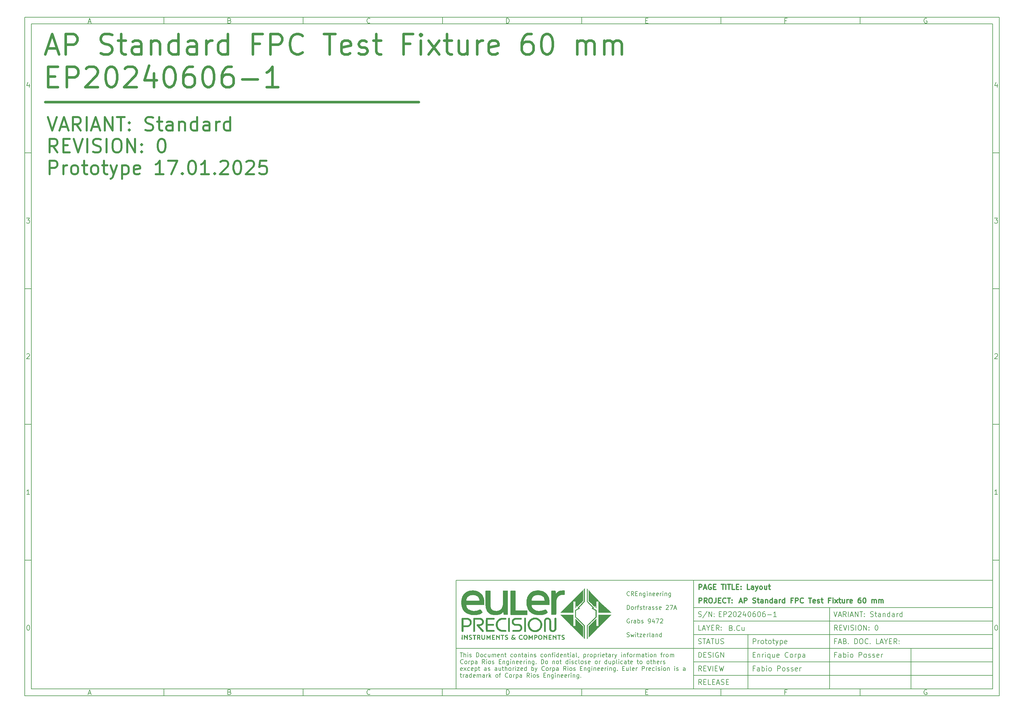
<source format=gbr>
%TF.GenerationSoftware,KiCad,Pcbnew,8.0.7-1.fc41*%
%TF.CreationDate,2025-01-19T00:51:28+01:00*%
%TF.ProjectId,0100_COVERSHEET,30313030-5f43-44f5-9645-525348454554,0*%
%TF.SameCoordinates,Original*%
%TF.FileFunction,Copper,L2,Bot*%
%TF.FilePolarity,Positive*%
%FSLAX46Y46*%
G04 Gerber Fmt 4.6, Leading zero omitted, Abs format (unit mm)*
G04 Created by KiCad (PCBNEW 8.0.7-1.fc41) date 2025-01-19 00:51:28*
%MOMM*%
%LPD*%
G01*
G04 APERTURE LIST*
%ADD10C,0.100000*%
%ADD11C,0.150000*%
%ADD12C,0.300000*%
%ADD13C,0.750000*%
%ADD14C,0.600000*%
%ADD15C,0.000001*%
%ADD16C,0.200000*%
%TA.AperFunction,NonConductor*%
%ADD17C,0.200000*%
%TD*%
G04 APERTURE END LIST*
D10*
D11*
X7000000Y-203000000D02*
X290000000Y-203000000D01*
X290000000Y-7000000D01*
X7000000Y-7000000D01*
X7000000Y-203000000D01*
D10*
D11*
X132000000Y-171000000D02*
X290000000Y-171000000D01*
X290000000Y-203000000D01*
X132000000Y-203000000D01*
X132000000Y-171000000D01*
D10*
D11*
X202000000Y-203000000D02*
X202000000Y-171000000D01*
D10*
D11*
X290000000Y-199000000D02*
X202000000Y-199000000D01*
D10*
D11*
X290000000Y-195000000D02*
X202000000Y-195000000D01*
D10*
D11*
X290000000Y-191000000D02*
X201000000Y-191000000D01*
D10*
D11*
X290000000Y-187000000D02*
X202000000Y-187000000D01*
D10*
D11*
X290000000Y-183000000D02*
X202000000Y-183000000D01*
D10*
D11*
X290000000Y-179000000D02*
X202000000Y-179000000D01*
D10*
D11*
X266000000Y-203000000D02*
X266000000Y-191000000D01*
D10*
D11*
X242000000Y-203000000D02*
X242000000Y-179000000D01*
D10*
D11*
X218000000Y-203000000D02*
X218000000Y-187000000D01*
D10*
D12*
X203556710Y-173685528D02*
X203556710Y-172185528D01*
X203556710Y-172185528D02*
X204128139Y-172185528D01*
X204128139Y-172185528D02*
X204270996Y-172256957D01*
X204270996Y-172256957D02*
X204342425Y-172328385D01*
X204342425Y-172328385D02*
X204413853Y-172471242D01*
X204413853Y-172471242D02*
X204413853Y-172685528D01*
X204413853Y-172685528D02*
X204342425Y-172828385D01*
X204342425Y-172828385D02*
X204270996Y-172899814D01*
X204270996Y-172899814D02*
X204128139Y-172971242D01*
X204128139Y-172971242D02*
X203556710Y-172971242D01*
X204985282Y-173256957D02*
X205699568Y-173256957D01*
X204842425Y-173685528D02*
X205342425Y-172185528D01*
X205342425Y-172185528D02*
X205842425Y-173685528D01*
X207128139Y-172256957D02*
X206985282Y-172185528D01*
X206985282Y-172185528D02*
X206770996Y-172185528D01*
X206770996Y-172185528D02*
X206556710Y-172256957D01*
X206556710Y-172256957D02*
X206413853Y-172399814D01*
X206413853Y-172399814D02*
X206342424Y-172542671D01*
X206342424Y-172542671D02*
X206270996Y-172828385D01*
X206270996Y-172828385D02*
X206270996Y-173042671D01*
X206270996Y-173042671D02*
X206342424Y-173328385D01*
X206342424Y-173328385D02*
X206413853Y-173471242D01*
X206413853Y-173471242D02*
X206556710Y-173614100D01*
X206556710Y-173614100D02*
X206770996Y-173685528D01*
X206770996Y-173685528D02*
X206913853Y-173685528D01*
X206913853Y-173685528D02*
X207128139Y-173614100D01*
X207128139Y-173614100D02*
X207199567Y-173542671D01*
X207199567Y-173542671D02*
X207199567Y-173042671D01*
X207199567Y-173042671D02*
X206913853Y-173042671D01*
X207842424Y-172899814D02*
X208342424Y-172899814D01*
X208556710Y-173685528D02*
X207842424Y-173685528D01*
X207842424Y-173685528D02*
X207842424Y-172185528D01*
X207842424Y-172185528D02*
X208556710Y-172185528D01*
X210128139Y-172185528D02*
X210985282Y-172185528D01*
X210556710Y-173685528D02*
X210556710Y-172185528D01*
X211485281Y-173685528D02*
X211485281Y-172185528D01*
X211985282Y-172185528D02*
X212842425Y-172185528D01*
X212413853Y-173685528D02*
X212413853Y-172185528D01*
X214056710Y-173685528D02*
X213342424Y-173685528D01*
X213342424Y-173685528D02*
X213342424Y-172185528D01*
X214556710Y-172899814D02*
X215056710Y-172899814D01*
X215270996Y-173685528D02*
X214556710Y-173685528D01*
X214556710Y-173685528D02*
X214556710Y-172185528D01*
X214556710Y-172185528D02*
X215270996Y-172185528D01*
X215913853Y-173542671D02*
X215985282Y-173614100D01*
X215985282Y-173614100D02*
X215913853Y-173685528D01*
X215913853Y-173685528D02*
X215842425Y-173614100D01*
X215842425Y-173614100D02*
X215913853Y-173542671D01*
X215913853Y-173542671D02*
X215913853Y-173685528D01*
X215913853Y-172756957D02*
X215985282Y-172828385D01*
X215985282Y-172828385D02*
X215913853Y-172899814D01*
X215913853Y-172899814D02*
X215842425Y-172828385D01*
X215842425Y-172828385D02*
X215913853Y-172756957D01*
X215913853Y-172756957D02*
X215913853Y-172899814D01*
X218485282Y-173685528D02*
X217770996Y-173685528D01*
X217770996Y-173685528D02*
X217770996Y-172185528D01*
X219628140Y-173685528D02*
X219628140Y-172899814D01*
X219628140Y-172899814D02*
X219556711Y-172756957D01*
X219556711Y-172756957D02*
X219413854Y-172685528D01*
X219413854Y-172685528D02*
X219128140Y-172685528D01*
X219128140Y-172685528D02*
X218985282Y-172756957D01*
X219628140Y-173614100D02*
X219485282Y-173685528D01*
X219485282Y-173685528D02*
X219128140Y-173685528D01*
X219128140Y-173685528D02*
X218985282Y-173614100D01*
X218985282Y-173614100D02*
X218913854Y-173471242D01*
X218913854Y-173471242D02*
X218913854Y-173328385D01*
X218913854Y-173328385D02*
X218985282Y-173185528D01*
X218985282Y-173185528D02*
X219128140Y-173114100D01*
X219128140Y-173114100D02*
X219485282Y-173114100D01*
X219485282Y-173114100D02*
X219628140Y-173042671D01*
X220199568Y-172685528D02*
X220556711Y-173685528D01*
X220913854Y-172685528D02*
X220556711Y-173685528D01*
X220556711Y-173685528D02*
X220413854Y-174042671D01*
X220413854Y-174042671D02*
X220342425Y-174114100D01*
X220342425Y-174114100D02*
X220199568Y-174185528D01*
X221699568Y-173685528D02*
X221556711Y-173614100D01*
X221556711Y-173614100D02*
X221485282Y-173542671D01*
X221485282Y-173542671D02*
X221413854Y-173399814D01*
X221413854Y-173399814D02*
X221413854Y-172971242D01*
X221413854Y-172971242D02*
X221485282Y-172828385D01*
X221485282Y-172828385D02*
X221556711Y-172756957D01*
X221556711Y-172756957D02*
X221699568Y-172685528D01*
X221699568Y-172685528D02*
X221913854Y-172685528D01*
X221913854Y-172685528D02*
X222056711Y-172756957D01*
X222056711Y-172756957D02*
X222128140Y-172828385D01*
X222128140Y-172828385D02*
X222199568Y-172971242D01*
X222199568Y-172971242D02*
X222199568Y-173399814D01*
X222199568Y-173399814D02*
X222128140Y-173542671D01*
X222128140Y-173542671D02*
X222056711Y-173614100D01*
X222056711Y-173614100D02*
X221913854Y-173685528D01*
X221913854Y-173685528D02*
X221699568Y-173685528D01*
X223485283Y-172685528D02*
X223485283Y-173685528D01*
X222842425Y-172685528D02*
X222842425Y-173471242D01*
X222842425Y-173471242D02*
X222913854Y-173614100D01*
X222913854Y-173614100D02*
X223056711Y-173685528D01*
X223056711Y-173685528D02*
X223270997Y-173685528D01*
X223270997Y-173685528D02*
X223413854Y-173614100D01*
X223413854Y-173614100D02*
X223485283Y-173542671D01*
X223985283Y-172685528D02*
X224556711Y-172685528D01*
X224199568Y-172185528D02*
X224199568Y-173471242D01*
X224199568Y-173471242D02*
X224270997Y-173614100D01*
X224270997Y-173614100D02*
X224413854Y-173685528D01*
X224413854Y-173685528D02*
X224556711Y-173685528D01*
D10*
D11*
X201000000Y-191000000D02*
X132000000Y-191000000D01*
D10*
D12*
X203554510Y-177678328D02*
X203554510Y-176178328D01*
X203554510Y-176178328D02*
X204125939Y-176178328D01*
X204125939Y-176178328D02*
X204268796Y-176249757D01*
X204268796Y-176249757D02*
X204340225Y-176321185D01*
X204340225Y-176321185D02*
X204411653Y-176464042D01*
X204411653Y-176464042D02*
X204411653Y-176678328D01*
X204411653Y-176678328D02*
X204340225Y-176821185D01*
X204340225Y-176821185D02*
X204268796Y-176892614D01*
X204268796Y-176892614D02*
X204125939Y-176964042D01*
X204125939Y-176964042D02*
X203554510Y-176964042D01*
X205911653Y-177678328D02*
X205411653Y-176964042D01*
X205054510Y-177678328D02*
X205054510Y-176178328D01*
X205054510Y-176178328D02*
X205625939Y-176178328D01*
X205625939Y-176178328D02*
X205768796Y-176249757D01*
X205768796Y-176249757D02*
X205840225Y-176321185D01*
X205840225Y-176321185D02*
X205911653Y-176464042D01*
X205911653Y-176464042D02*
X205911653Y-176678328D01*
X205911653Y-176678328D02*
X205840225Y-176821185D01*
X205840225Y-176821185D02*
X205768796Y-176892614D01*
X205768796Y-176892614D02*
X205625939Y-176964042D01*
X205625939Y-176964042D02*
X205054510Y-176964042D01*
X206840225Y-176178328D02*
X207125939Y-176178328D01*
X207125939Y-176178328D02*
X207268796Y-176249757D01*
X207268796Y-176249757D02*
X207411653Y-176392614D01*
X207411653Y-176392614D02*
X207483082Y-176678328D01*
X207483082Y-176678328D02*
X207483082Y-177178328D01*
X207483082Y-177178328D02*
X207411653Y-177464042D01*
X207411653Y-177464042D02*
X207268796Y-177606900D01*
X207268796Y-177606900D02*
X207125939Y-177678328D01*
X207125939Y-177678328D02*
X206840225Y-177678328D01*
X206840225Y-177678328D02*
X206697368Y-177606900D01*
X206697368Y-177606900D02*
X206554510Y-177464042D01*
X206554510Y-177464042D02*
X206483082Y-177178328D01*
X206483082Y-177178328D02*
X206483082Y-176678328D01*
X206483082Y-176678328D02*
X206554510Y-176392614D01*
X206554510Y-176392614D02*
X206697368Y-176249757D01*
X206697368Y-176249757D02*
X206840225Y-176178328D01*
X208554511Y-176178328D02*
X208554511Y-177249757D01*
X208554511Y-177249757D02*
X208483082Y-177464042D01*
X208483082Y-177464042D02*
X208340225Y-177606900D01*
X208340225Y-177606900D02*
X208125939Y-177678328D01*
X208125939Y-177678328D02*
X207983082Y-177678328D01*
X209268796Y-176892614D02*
X209768796Y-176892614D01*
X209983082Y-177678328D02*
X209268796Y-177678328D01*
X209268796Y-177678328D02*
X209268796Y-176178328D01*
X209268796Y-176178328D02*
X209983082Y-176178328D01*
X211483082Y-177535471D02*
X211411654Y-177606900D01*
X211411654Y-177606900D02*
X211197368Y-177678328D01*
X211197368Y-177678328D02*
X211054511Y-177678328D01*
X211054511Y-177678328D02*
X210840225Y-177606900D01*
X210840225Y-177606900D02*
X210697368Y-177464042D01*
X210697368Y-177464042D02*
X210625939Y-177321185D01*
X210625939Y-177321185D02*
X210554511Y-177035471D01*
X210554511Y-177035471D02*
X210554511Y-176821185D01*
X210554511Y-176821185D02*
X210625939Y-176535471D01*
X210625939Y-176535471D02*
X210697368Y-176392614D01*
X210697368Y-176392614D02*
X210840225Y-176249757D01*
X210840225Y-176249757D02*
X211054511Y-176178328D01*
X211054511Y-176178328D02*
X211197368Y-176178328D01*
X211197368Y-176178328D02*
X211411654Y-176249757D01*
X211411654Y-176249757D02*
X211483082Y-176321185D01*
X211911654Y-176178328D02*
X212768797Y-176178328D01*
X212340225Y-177678328D02*
X212340225Y-176178328D01*
X213268796Y-177535471D02*
X213340225Y-177606900D01*
X213340225Y-177606900D02*
X213268796Y-177678328D01*
X213268796Y-177678328D02*
X213197368Y-177606900D01*
X213197368Y-177606900D02*
X213268796Y-177535471D01*
X213268796Y-177535471D02*
X213268796Y-177678328D01*
X213268796Y-176749757D02*
X213340225Y-176821185D01*
X213340225Y-176821185D02*
X213268796Y-176892614D01*
X213268796Y-176892614D02*
X213197368Y-176821185D01*
X213197368Y-176821185D02*
X213268796Y-176749757D01*
X213268796Y-176749757D02*
X213268796Y-176892614D01*
D10*
D11*
X203384398Y-181614700D02*
X203598684Y-181686128D01*
X203598684Y-181686128D02*
X203955826Y-181686128D01*
X203955826Y-181686128D02*
X204098684Y-181614700D01*
X204098684Y-181614700D02*
X204170112Y-181543271D01*
X204170112Y-181543271D02*
X204241541Y-181400414D01*
X204241541Y-181400414D02*
X204241541Y-181257557D01*
X204241541Y-181257557D02*
X204170112Y-181114700D01*
X204170112Y-181114700D02*
X204098684Y-181043271D01*
X204098684Y-181043271D02*
X203955826Y-180971842D01*
X203955826Y-180971842D02*
X203670112Y-180900414D01*
X203670112Y-180900414D02*
X203527255Y-180828985D01*
X203527255Y-180828985D02*
X203455826Y-180757557D01*
X203455826Y-180757557D02*
X203384398Y-180614700D01*
X203384398Y-180614700D02*
X203384398Y-180471842D01*
X203384398Y-180471842D02*
X203455826Y-180328985D01*
X203455826Y-180328985D02*
X203527255Y-180257557D01*
X203527255Y-180257557D02*
X203670112Y-180186128D01*
X203670112Y-180186128D02*
X204027255Y-180186128D01*
X204027255Y-180186128D02*
X204241541Y-180257557D01*
X205955826Y-180114700D02*
X204670112Y-182043271D01*
X206455826Y-181686128D02*
X206455826Y-180186128D01*
X206455826Y-180186128D02*
X207312969Y-181686128D01*
X207312969Y-181686128D02*
X207312969Y-180186128D01*
X208027255Y-181543271D02*
X208098684Y-181614700D01*
X208098684Y-181614700D02*
X208027255Y-181686128D01*
X208027255Y-181686128D02*
X207955827Y-181614700D01*
X207955827Y-181614700D02*
X208027255Y-181543271D01*
X208027255Y-181543271D02*
X208027255Y-181686128D01*
X208027255Y-180757557D02*
X208098684Y-180828985D01*
X208098684Y-180828985D02*
X208027255Y-180900414D01*
X208027255Y-180900414D02*
X207955827Y-180828985D01*
X207955827Y-180828985D02*
X208027255Y-180757557D01*
X208027255Y-180757557D02*
X208027255Y-180900414D01*
D10*
D11*
X203455826Y-193686128D02*
X203455826Y-192186128D01*
X203455826Y-192186128D02*
X203812969Y-192186128D01*
X203812969Y-192186128D02*
X204027255Y-192257557D01*
X204027255Y-192257557D02*
X204170112Y-192400414D01*
X204170112Y-192400414D02*
X204241541Y-192543271D01*
X204241541Y-192543271D02*
X204312969Y-192828985D01*
X204312969Y-192828985D02*
X204312969Y-193043271D01*
X204312969Y-193043271D02*
X204241541Y-193328985D01*
X204241541Y-193328985D02*
X204170112Y-193471842D01*
X204170112Y-193471842D02*
X204027255Y-193614700D01*
X204027255Y-193614700D02*
X203812969Y-193686128D01*
X203812969Y-193686128D02*
X203455826Y-193686128D01*
X204955826Y-192900414D02*
X205455826Y-192900414D01*
X205670112Y-193686128D02*
X204955826Y-193686128D01*
X204955826Y-193686128D02*
X204955826Y-192186128D01*
X204955826Y-192186128D02*
X205670112Y-192186128D01*
X206241541Y-193614700D02*
X206455827Y-193686128D01*
X206455827Y-193686128D02*
X206812969Y-193686128D01*
X206812969Y-193686128D02*
X206955827Y-193614700D01*
X206955827Y-193614700D02*
X207027255Y-193543271D01*
X207027255Y-193543271D02*
X207098684Y-193400414D01*
X207098684Y-193400414D02*
X207098684Y-193257557D01*
X207098684Y-193257557D02*
X207027255Y-193114700D01*
X207027255Y-193114700D02*
X206955827Y-193043271D01*
X206955827Y-193043271D02*
X206812969Y-192971842D01*
X206812969Y-192971842D02*
X206527255Y-192900414D01*
X206527255Y-192900414D02*
X206384398Y-192828985D01*
X206384398Y-192828985D02*
X206312969Y-192757557D01*
X206312969Y-192757557D02*
X206241541Y-192614700D01*
X206241541Y-192614700D02*
X206241541Y-192471842D01*
X206241541Y-192471842D02*
X206312969Y-192328985D01*
X206312969Y-192328985D02*
X206384398Y-192257557D01*
X206384398Y-192257557D02*
X206527255Y-192186128D01*
X206527255Y-192186128D02*
X206884398Y-192186128D01*
X206884398Y-192186128D02*
X207098684Y-192257557D01*
X207741540Y-193686128D02*
X207741540Y-192186128D01*
X209241541Y-192257557D02*
X209098684Y-192186128D01*
X209098684Y-192186128D02*
X208884398Y-192186128D01*
X208884398Y-192186128D02*
X208670112Y-192257557D01*
X208670112Y-192257557D02*
X208527255Y-192400414D01*
X208527255Y-192400414D02*
X208455826Y-192543271D01*
X208455826Y-192543271D02*
X208384398Y-192828985D01*
X208384398Y-192828985D02*
X208384398Y-193043271D01*
X208384398Y-193043271D02*
X208455826Y-193328985D01*
X208455826Y-193328985D02*
X208527255Y-193471842D01*
X208527255Y-193471842D02*
X208670112Y-193614700D01*
X208670112Y-193614700D02*
X208884398Y-193686128D01*
X208884398Y-193686128D02*
X209027255Y-193686128D01*
X209027255Y-193686128D02*
X209241541Y-193614700D01*
X209241541Y-193614700D02*
X209312969Y-193543271D01*
X209312969Y-193543271D02*
X209312969Y-193043271D01*
X209312969Y-193043271D02*
X209027255Y-193043271D01*
X209955826Y-193686128D02*
X209955826Y-192186128D01*
X209955826Y-192186128D02*
X210812969Y-193686128D01*
X210812969Y-193686128D02*
X210812969Y-192186128D01*
D10*
D11*
X204312969Y-197686128D02*
X203812969Y-196971842D01*
X203455826Y-197686128D02*
X203455826Y-196186128D01*
X203455826Y-196186128D02*
X204027255Y-196186128D01*
X204027255Y-196186128D02*
X204170112Y-196257557D01*
X204170112Y-196257557D02*
X204241541Y-196328985D01*
X204241541Y-196328985D02*
X204312969Y-196471842D01*
X204312969Y-196471842D02*
X204312969Y-196686128D01*
X204312969Y-196686128D02*
X204241541Y-196828985D01*
X204241541Y-196828985D02*
X204170112Y-196900414D01*
X204170112Y-196900414D02*
X204027255Y-196971842D01*
X204027255Y-196971842D02*
X203455826Y-196971842D01*
X204955826Y-196900414D02*
X205455826Y-196900414D01*
X205670112Y-197686128D02*
X204955826Y-197686128D01*
X204955826Y-197686128D02*
X204955826Y-196186128D01*
X204955826Y-196186128D02*
X205670112Y-196186128D01*
X206098684Y-196186128D02*
X206598684Y-197686128D01*
X206598684Y-197686128D02*
X207098684Y-196186128D01*
X207598683Y-197686128D02*
X207598683Y-196186128D01*
X208312969Y-196900414D02*
X208812969Y-196900414D01*
X209027255Y-197686128D02*
X208312969Y-197686128D01*
X208312969Y-197686128D02*
X208312969Y-196186128D01*
X208312969Y-196186128D02*
X209027255Y-196186128D01*
X209527255Y-196186128D02*
X209884398Y-197686128D01*
X209884398Y-197686128D02*
X210170112Y-196614700D01*
X210170112Y-196614700D02*
X210455827Y-197686128D01*
X210455827Y-197686128D02*
X210812970Y-196186128D01*
D10*
D11*
X204312969Y-201686128D02*
X203812969Y-200971842D01*
X203455826Y-201686128D02*
X203455826Y-200186128D01*
X203455826Y-200186128D02*
X204027255Y-200186128D01*
X204027255Y-200186128D02*
X204170112Y-200257557D01*
X204170112Y-200257557D02*
X204241541Y-200328985D01*
X204241541Y-200328985D02*
X204312969Y-200471842D01*
X204312969Y-200471842D02*
X204312969Y-200686128D01*
X204312969Y-200686128D02*
X204241541Y-200828985D01*
X204241541Y-200828985D02*
X204170112Y-200900414D01*
X204170112Y-200900414D02*
X204027255Y-200971842D01*
X204027255Y-200971842D02*
X203455826Y-200971842D01*
X204955826Y-200900414D02*
X205455826Y-200900414D01*
X205670112Y-201686128D02*
X204955826Y-201686128D01*
X204955826Y-201686128D02*
X204955826Y-200186128D01*
X204955826Y-200186128D02*
X205670112Y-200186128D01*
X207027255Y-201686128D02*
X206312969Y-201686128D01*
X206312969Y-201686128D02*
X206312969Y-200186128D01*
X207527255Y-200900414D02*
X208027255Y-200900414D01*
X208241541Y-201686128D02*
X207527255Y-201686128D01*
X207527255Y-201686128D02*
X207527255Y-200186128D01*
X207527255Y-200186128D02*
X208241541Y-200186128D01*
X208812970Y-201257557D02*
X209527256Y-201257557D01*
X208670113Y-201686128D02*
X209170113Y-200186128D01*
X209170113Y-200186128D02*
X209670113Y-201686128D01*
X210098684Y-201614700D02*
X210312970Y-201686128D01*
X210312970Y-201686128D02*
X210670112Y-201686128D01*
X210670112Y-201686128D02*
X210812970Y-201614700D01*
X210812970Y-201614700D02*
X210884398Y-201543271D01*
X210884398Y-201543271D02*
X210955827Y-201400414D01*
X210955827Y-201400414D02*
X210955827Y-201257557D01*
X210955827Y-201257557D02*
X210884398Y-201114700D01*
X210884398Y-201114700D02*
X210812970Y-201043271D01*
X210812970Y-201043271D02*
X210670112Y-200971842D01*
X210670112Y-200971842D02*
X210384398Y-200900414D01*
X210384398Y-200900414D02*
X210241541Y-200828985D01*
X210241541Y-200828985D02*
X210170112Y-200757557D01*
X210170112Y-200757557D02*
X210098684Y-200614700D01*
X210098684Y-200614700D02*
X210098684Y-200471842D01*
X210098684Y-200471842D02*
X210170112Y-200328985D01*
X210170112Y-200328985D02*
X210241541Y-200257557D01*
X210241541Y-200257557D02*
X210384398Y-200186128D01*
X210384398Y-200186128D02*
X210741541Y-200186128D01*
X210741541Y-200186128D02*
X210955827Y-200257557D01*
X211598683Y-200900414D02*
X212098683Y-200900414D01*
X212312969Y-201686128D02*
X211598683Y-201686128D01*
X211598683Y-201686128D02*
X211598683Y-200186128D01*
X211598683Y-200186128D02*
X212312969Y-200186128D01*
D10*
D11*
X243241541Y-180186128D02*
X243741541Y-181686128D01*
X243741541Y-181686128D02*
X244241541Y-180186128D01*
X244670112Y-181257557D02*
X245384398Y-181257557D01*
X244527255Y-181686128D02*
X245027255Y-180186128D01*
X245027255Y-180186128D02*
X245527255Y-181686128D01*
X246884397Y-181686128D02*
X246384397Y-180971842D01*
X246027254Y-181686128D02*
X246027254Y-180186128D01*
X246027254Y-180186128D02*
X246598683Y-180186128D01*
X246598683Y-180186128D02*
X246741540Y-180257557D01*
X246741540Y-180257557D02*
X246812969Y-180328985D01*
X246812969Y-180328985D02*
X246884397Y-180471842D01*
X246884397Y-180471842D02*
X246884397Y-180686128D01*
X246884397Y-180686128D02*
X246812969Y-180828985D01*
X246812969Y-180828985D02*
X246741540Y-180900414D01*
X246741540Y-180900414D02*
X246598683Y-180971842D01*
X246598683Y-180971842D02*
X246027254Y-180971842D01*
X247527254Y-181686128D02*
X247527254Y-180186128D01*
X248170112Y-181257557D02*
X248884398Y-181257557D01*
X248027255Y-181686128D02*
X248527255Y-180186128D01*
X248527255Y-180186128D02*
X249027255Y-181686128D01*
X249527254Y-181686128D02*
X249527254Y-180186128D01*
X249527254Y-180186128D02*
X250384397Y-181686128D01*
X250384397Y-181686128D02*
X250384397Y-180186128D01*
X250884398Y-180186128D02*
X251741541Y-180186128D01*
X251312969Y-181686128D02*
X251312969Y-180186128D01*
X252241540Y-181543271D02*
X252312969Y-181614700D01*
X252312969Y-181614700D02*
X252241540Y-181686128D01*
X252241540Y-181686128D02*
X252170112Y-181614700D01*
X252170112Y-181614700D02*
X252241540Y-181543271D01*
X252241540Y-181543271D02*
X252241540Y-181686128D01*
X252241540Y-180757557D02*
X252312969Y-180828985D01*
X252312969Y-180828985D02*
X252241540Y-180900414D01*
X252241540Y-180900414D02*
X252170112Y-180828985D01*
X252170112Y-180828985D02*
X252241540Y-180757557D01*
X252241540Y-180757557D02*
X252241540Y-180900414D01*
X254027255Y-181614700D02*
X254241541Y-181686128D01*
X254241541Y-181686128D02*
X254598683Y-181686128D01*
X254598683Y-181686128D02*
X254741541Y-181614700D01*
X254741541Y-181614700D02*
X254812969Y-181543271D01*
X254812969Y-181543271D02*
X254884398Y-181400414D01*
X254884398Y-181400414D02*
X254884398Y-181257557D01*
X254884398Y-181257557D02*
X254812969Y-181114700D01*
X254812969Y-181114700D02*
X254741541Y-181043271D01*
X254741541Y-181043271D02*
X254598683Y-180971842D01*
X254598683Y-180971842D02*
X254312969Y-180900414D01*
X254312969Y-180900414D02*
X254170112Y-180828985D01*
X254170112Y-180828985D02*
X254098683Y-180757557D01*
X254098683Y-180757557D02*
X254027255Y-180614700D01*
X254027255Y-180614700D02*
X254027255Y-180471842D01*
X254027255Y-180471842D02*
X254098683Y-180328985D01*
X254098683Y-180328985D02*
X254170112Y-180257557D01*
X254170112Y-180257557D02*
X254312969Y-180186128D01*
X254312969Y-180186128D02*
X254670112Y-180186128D01*
X254670112Y-180186128D02*
X254884398Y-180257557D01*
X255312969Y-180686128D02*
X255884397Y-180686128D01*
X255527254Y-180186128D02*
X255527254Y-181471842D01*
X255527254Y-181471842D02*
X255598683Y-181614700D01*
X255598683Y-181614700D02*
X255741540Y-181686128D01*
X255741540Y-181686128D02*
X255884397Y-181686128D01*
X257027255Y-181686128D02*
X257027255Y-180900414D01*
X257027255Y-180900414D02*
X256955826Y-180757557D01*
X256955826Y-180757557D02*
X256812969Y-180686128D01*
X256812969Y-180686128D02*
X256527255Y-180686128D01*
X256527255Y-180686128D02*
X256384397Y-180757557D01*
X257027255Y-181614700D02*
X256884397Y-181686128D01*
X256884397Y-181686128D02*
X256527255Y-181686128D01*
X256527255Y-181686128D02*
X256384397Y-181614700D01*
X256384397Y-181614700D02*
X256312969Y-181471842D01*
X256312969Y-181471842D02*
X256312969Y-181328985D01*
X256312969Y-181328985D02*
X256384397Y-181186128D01*
X256384397Y-181186128D02*
X256527255Y-181114700D01*
X256527255Y-181114700D02*
X256884397Y-181114700D01*
X256884397Y-181114700D02*
X257027255Y-181043271D01*
X257741540Y-180686128D02*
X257741540Y-181686128D01*
X257741540Y-180828985D02*
X257812969Y-180757557D01*
X257812969Y-180757557D02*
X257955826Y-180686128D01*
X257955826Y-180686128D02*
X258170112Y-180686128D01*
X258170112Y-180686128D02*
X258312969Y-180757557D01*
X258312969Y-180757557D02*
X258384398Y-180900414D01*
X258384398Y-180900414D02*
X258384398Y-181686128D01*
X259741541Y-181686128D02*
X259741541Y-180186128D01*
X259741541Y-181614700D02*
X259598683Y-181686128D01*
X259598683Y-181686128D02*
X259312969Y-181686128D01*
X259312969Y-181686128D02*
X259170112Y-181614700D01*
X259170112Y-181614700D02*
X259098683Y-181543271D01*
X259098683Y-181543271D02*
X259027255Y-181400414D01*
X259027255Y-181400414D02*
X259027255Y-180971842D01*
X259027255Y-180971842D02*
X259098683Y-180828985D01*
X259098683Y-180828985D02*
X259170112Y-180757557D01*
X259170112Y-180757557D02*
X259312969Y-180686128D01*
X259312969Y-180686128D02*
X259598683Y-180686128D01*
X259598683Y-180686128D02*
X259741541Y-180757557D01*
X261098684Y-181686128D02*
X261098684Y-180900414D01*
X261098684Y-180900414D02*
X261027255Y-180757557D01*
X261027255Y-180757557D02*
X260884398Y-180686128D01*
X260884398Y-180686128D02*
X260598684Y-180686128D01*
X260598684Y-180686128D02*
X260455826Y-180757557D01*
X261098684Y-181614700D02*
X260955826Y-181686128D01*
X260955826Y-181686128D02*
X260598684Y-181686128D01*
X260598684Y-181686128D02*
X260455826Y-181614700D01*
X260455826Y-181614700D02*
X260384398Y-181471842D01*
X260384398Y-181471842D02*
X260384398Y-181328985D01*
X260384398Y-181328985D02*
X260455826Y-181186128D01*
X260455826Y-181186128D02*
X260598684Y-181114700D01*
X260598684Y-181114700D02*
X260955826Y-181114700D01*
X260955826Y-181114700D02*
X261098684Y-181043271D01*
X261812969Y-181686128D02*
X261812969Y-180686128D01*
X261812969Y-180971842D02*
X261884398Y-180828985D01*
X261884398Y-180828985D02*
X261955827Y-180757557D01*
X261955827Y-180757557D02*
X262098684Y-180686128D01*
X262098684Y-180686128D02*
X262241541Y-180686128D01*
X263384398Y-181686128D02*
X263384398Y-180186128D01*
X263384398Y-181614700D02*
X263241540Y-181686128D01*
X263241540Y-181686128D02*
X262955826Y-181686128D01*
X262955826Y-181686128D02*
X262812969Y-181614700D01*
X262812969Y-181614700D02*
X262741540Y-181543271D01*
X262741540Y-181543271D02*
X262670112Y-181400414D01*
X262670112Y-181400414D02*
X262670112Y-180971842D01*
X262670112Y-180971842D02*
X262741540Y-180828985D01*
X262741540Y-180828985D02*
X262812969Y-180757557D01*
X262812969Y-180757557D02*
X262955826Y-180686128D01*
X262955826Y-180686128D02*
X263241540Y-180686128D01*
X263241540Y-180686128D02*
X263384398Y-180757557D01*
D10*
D11*
X244312969Y-185686128D02*
X243812969Y-184971842D01*
X243455826Y-185686128D02*
X243455826Y-184186128D01*
X243455826Y-184186128D02*
X244027255Y-184186128D01*
X244027255Y-184186128D02*
X244170112Y-184257557D01*
X244170112Y-184257557D02*
X244241541Y-184328985D01*
X244241541Y-184328985D02*
X244312969Y-184471842D01*
X244312969Y-184471842D02*
X244312969Y-184686128D01*
X244312969Y-184686128D02*
X244241541Y-184828985D01*
X244241541Y-184828985D02*
X244170112Y-184900414D01*
X244170112Y-184900414D02*
X244027255Y-184971842D01*
X244027255Y-184971842D02*
X243455826Y-184971842D01*
X244955826Y-184900414D02*
X245455826Y-184900414D01*
X245670112Y-185686128D02*
X244955826Y-185686128D01*
X244955826Y-185686128D02*
X244955826Y-184186128D01*
X244955826Y-184186128D02*
X245670112Y-184186128D01*
X246098684Y-184186128D02*
X246598684Y-185686128D01*
X246598684Y-185686128D02*
X247098684Y-184186128D01*
X247598683Y-185686128D02*
X247598683Y-184186128D01*
X248241541Y-185614700D02*
X248455827Y-185686128D01*
X248455827Y-185686128D02*
X248812969Y-185686128D01*
X248812969Y-185686128D02*
X248955827Y-185614700D01*
X248955827Y-185614700D02*
X249027255Y-185543271D01*
X249027255Y-185543271D02*
X249098684Y-185400414D01*
X249098684Y-185400414D02*
X249098684Y-185257557D01*
X249098684Y-185257557D02*
X249027255Y-185114700D01*
X249027255Y-185114700D02*
X248955827Y-185043271D01*
X248955827Y-185043271D02*
X248812969Y-184971842D01*
X248812969Y-184971842D02*
X248527255Y-184900414D01*
X248527255Y-184900414D02*
X248384398Y-184828985D01*
X248384398Y-184828985D02*
X248312969Y-184757557D01*
X248312969Y-184757557D02*
X248241541Y-184614700D01*
X248241541Y-184614700D02*
X248241541Y-184471842D01*
X248241541Y-184471842D02*
X248312969Y-184328985D01*
X248312969Y-184328985D02*
X248384398Y-184257557D01*
X248384398Y-184257557D02*
X248527255Y-184186128D01*
X248527255Y-184186128D02*
X248884398Y-184186128D01*
X248884398Y-184186128D02*
X249098684Y-184257557D01*
X249741540Y-185686128D02*
X249741540Y-184186128D01*
X250741541Y-184186128D02*
X251027255Y-184186128D01*
X251027255Y-184186128D02*
X251170112Y-184257557D01*
X251170112Y-184257557D02*
X251312969Y-184400414D01*
X251312969Y-184400414D02*
X251384398Y-184686128D01*
X251384398Y-184686128D02*
X251384398Y-185186128D01*
X251384398Y-185186128D02*
X251312969Y-185471842D01*
X251312969Y-185471842D02*
X251170112Y-185614700D01*
X251170112Y-185614700D02*
X251027255Y-185686128D01*
X251027255Y-185686128D02*
X250741541Y-185686128D01*
X250741541Y-185686128D02*
X250598684Y-185614700D01*
X250598684Y-185614700D02*
X250455826Y-185471842D01*
X250455826Y-185471842D02*
X250384398Y-185186128D01*
X250384398Y-185186128D02*
X250384398Y-184686128D01*
X250384398Y-184686128D02*
X250455826Y-184400414D01*
X250455826Y-184400414D02*
X250598684Y-184257557D01*
X250598684Y-184257557D02*
X250741541Y-184186128D01*
X252027255Y-185686128D02*
X252027255Y-184186128D01*
X252027255Y-184186128D02*
X252884398Y-185686128D01*
X252884398Y-185686128D02*
X252884398Y-184186128D01*
X253598684Y-185543271D02*
X253670113Y-185614700D01*
X253670113Y-185614700D02*
X253598684Y-185686128D01*
X253598684Y-185686128D02*
X253527256Y-185614700D01*
X253527256Y-185614700D02*
X253598684Y-185543271D01*
X253598684Y-185543271D02*
X253598684Y-185686128D01*
X253598684Y-184757557D02*
X253670113Y-184828985D01*
X253670113Y-184828985D02*
X253598684Y-184900414D01*
X253598684Y-184900414D02*
X253527256Y-184828985D01*
X253527256Y-184828985D02*
X253598684Y-184757557D01*
X253598684Y-184757557D02*
X253598684Y-184900414D01*
X255741542Y-184186128D02*
X255884399Y-184186128D01*
X255884399Y-184186128D02*
X256027256Y-184257557D01*
X256027256Y-184257557D02*
X256098685Y-184328985D01*
X256098685Y-184328985D02*
X256170113Y-184471842D01*
X256170113Y-184471842D02*
X256241542Y-184757557D01*
X256241542Y-184757557D02*
X256241542Y-185114700D01*
X256241542Y-185114700D02*
X256170113Y-185400414D01*
X256170113Y-185400414D02*
X256098685Y-185543271D01*
X256098685Y-185543271D02*
X256027256Y-185614700D01*
X256027256Y-185614700D02*
X255884399Y-185686128D01*
X255884399Y-185686128D02*
X255741542Y-185686128D01*
X255741542Y-185686128D02*
X255598685Y-185614700D01*
X255598685Y-185614700D02*
X255527256Y-185543271D01*
X255527256Y-185543271D02*
X255455827Y-185400414D01*
X255455827Y-185400414D02*
X255384399Y-185114700D01*
X255384399Y-185114700D02*
X255384399Y-184757557D01*
X255384399Y-184757557D02*
X255455827Y-184471842D01*
X255455827Y-184471842D02*
X255527256Y-184328985D01*
X255527256Y-184328985D02*
X255598685Y-184257557D01*
X255598685Y-184257557D02*
X255741542Y-184186128D01*
D10*
D11*
X203384398Y-189614700D02*
X203598684Y-189686128D01*
X203598684Y-189686128D02*
X203955826Y-189686128D01*
X203955826Y-189686128D02*
X204098684Y-189614700D01*
X204098684Y-189614700D02*
X204170112Y-189543271D01*
X204170112Y-189543271D02*
X204241541Y-189400414D01*
X204241541Y-189400414D02*
X204241541Y-189257557D01*
X204241541Y-189257557D02*
X204170112Y-189114700D01*
X204170112Y-189114700D02*
X204098684Y-189043271D01*
X204098684Y-189043271D02*
X203955826Y-188971842D01*
X203955826Y-188971842D02*
X203670112Y-188900414D01*
X203670112Y-188900414D02*
X203527255Y-188828985D01*
X203527255Y-188828985D02*
X203455826Y-188757557D01*
X203455826Y-188757557D02*
X203384398Y-188614700D01*
X203384398Y-188614700D02*
X203384398Y-188471842D01*
X203384398Y-188471842D02*
X203455826Y-188328985D01*
X203455826Y-188328985D02*
X203527255Y-188257557D01*
X203527255Y-188257557D02*
X203670112Y-188186128D01*
X203670112Y-188186128D02*
X204027255Y-188186128D01*
X204027255Y-188186128D02*
X204241541Y-188257557D01*
X204670112Y-188186128D02*
X205527255Y-188186128D01*
X205098683Y-189686128D02*
X205098683Y-188186128D01*
X205955826Y-189257557D02*
X206670112Y-189257557D01*
X205812969Y-189686128D02*
X206312969Y-188186128D01*
X206312969Y-188186128D02*
X206812969Y-189686128D01*
X207098683Y-188186128D02*
X207955826Y-188186128D01*
X207527254Y-189686128D02*
X207527254Y-188186128D01*
X208455825Y-188186128D02*
X208455825Y-189400414D01*
X208455825Y-189400414D02*
X208527254Y-189543271D01*
X208527254Y-189543271D02*
X208598683Y-189614700D01*
X208598683Y-189614700D02*
X208741540Y-189686128D01*
X208741540Y-189686128D02*
X209027254Y-189686128D01*
X209027254Y-189686128D02*
X209170111Y-189614700D01*
X209170111Y-189614700D02*
X209241540Y-189543271D01*
X209241540Y-189543271D02*
X209312968Y-189400414D01*
X209312968Y-189400414D02*
X209312968Y-188186128D01*
X209955826Y-189614700D02*
X210170112Y-189686128D01*
X210170112Y-189686128D02*
X210527254Y-189686128D01*
X210527254Y-189686128D02*
X210670112Y-189614700D01*
X210670112Y-189614700D02*
X210741540Y-189543271D01*
X210741540Y-189543271D02*
X210812969Y-189400414D01*
X210812969Y-189400414D02*
X210812969Y-189257557D01*
X210812969Y-189257557D02*
X210741540Y-189114700D01*
X210741540Y-189114700D02*
X210670112Y-189043271D01*
X210670112Y-189043271D02*
X210527254Y-188971842D01*
X210527254Y-188971842D02*
X210241540Y-188900414D01*
X210241540Y-188900414D02*
X210098683Y-188828985D01*
X210098683Y-188828985D02*
X210027254Y-188757557D01*
X210027254Y-188757557D02*
X209955826Y-188614700D01*
X209955826Y-188614700D02*
X209955826Y-188471842D01*
X209955826Y-188471842D02*
X210027254Y-188328985D01*
X210027254Y-188328985D02*
X210098683Y-188257557D01*
X210098683Y-188257557D02*
X210241540Y-188186128D01*
X210241540Y-188186128D02*
X210598683Y-188186128D01*
X210598683Y-188186128D02*
X210812969Y-188257557D01*
D10*
D11*
X219455826Y-189686128D02*
X219455826Y-188186128D01*
X219455826Y-188186128D02*
X220027255Y-188186128D01*
X220027255Y-188186128D02*
X220170112Y-188257557D01*
X220170112Y-188257557D02*
X220241541Y-188328985D01*
X220241541Y-188328985D02*
X220312969Y-188471842D01*
X220312969Y-188471842D02*
X220312969Y-188686128D01*
X220312969Y-188686128D02*
X220241541Y-188828985D01*
X220241541Y-188828985D02*
X220170112Y-188900414D01*
X220170112Y-188900414D02*
X220027255Y-188971842D01*
X220027255Y-188971842D02*
X219455826Y-188971842D01*
X220955826Y-189686128D02*
X220955826Y-188686128D01*
X220955826Y-188971842D02*
X221027255Y-188828985D01*
X221027255Y-188828985D02*
X221098684Y-188757557D01*
X221098684Y-188757557D02*
X221241541Y-188686128D01*
X221241541Y-188686128D02*
X221384398Y-188686128D01*
X222098683Y-189686128D02*
X221955826Y-189614700D01*
X221955826Y-189614700D02*
X221884397Y-189543271D01*
X221884397Y-189543271D02*
X221812969Y-189400414D01*
X221812969Y-189400414D02*
X221812969Y-188971842D01*
X221812969Y-188971842D02*
X221884397Y-188828985D01*
X221884397Y-188828985D02*
X221955826Y-188757557D01*
X221955826Y-188757557D02*
X222098683Y-188686128D01*
X222098683Y-188686128D02*
X222312969Y-188686128D01*
X222312969Y-188686128D02*
X222455826Y-188757557D01*
X222455826Y-188757557D02*
X222527255Y-188828985D01*
X222527255Y-188828985D02*
X222598683Y-188971842D01*
X222598683Y-188971842D02*
X222598683Y-189400414D01*
X222598683Y-189400414D02*
X222527255Y-189543271D01*
X222527255Y-189543271D02*
X222455826Y-189614700D01*
X222455826Y-189614700D02*
X222312969Y-189686128D01*
X222312969Y-189686128D02*
X222098683Y-189686128D01*
X223027255Y-188686128D02*
X223598683Y-188686128D01*
X223241540Y-188186128D02*
X223241540Y-189471842D01*
X223241540Y-189471842D02*
X223312969Y-189614700D01*
X223312969Y-189614700D02*
X223455826Y-189686128D01*
X223455826Y-189686128D02*
X223598683Y-189686128D01*
X224312969Y-189686128D02*
X224170112Y-189614700D01*
X224170112Y-189614700D02*
X224098683Y-189543271D01*
X224098683Y-189543271D02*
X224027255Y-189400414D01*
X224027255Y-189400414D02*
X224027255Y-188971842D01*
X224027255Y-188971842D02*
X224098683Y-188828985D01*
X224098683Y-188828985D02*
X224170112Y-188757557D01*
X224170112Y-188757557D02*
X224312969Y-188686128D01*
X224312969Y-188686128D02*
X224527255Y-188686128D01*
X224527255Y-188686128D02*
X224670112Y-188757557D01*
X224670112Y-188757557D02*
X224741541Y-188828985D01*
X224741541Y-188828985D02*
X224812969Y-188971842D01*
X224812969Y-188971842D02*
X224812969Y-189400414D01*
X224812969Y-189400414D02*
X224741541Y-189543271D01*
X224741541Y-189543271D02*
X224670112Y-189614700D01*
X224670112Y-189614700D02*
X224527255Y-189686128D01*
X224527255Y-189686128D02*
X224312969Y-189686128D01*
X225241541Y-188686128D02*
X225812969Y-188686128D01*
X225455826Y-188186128D02*
X225455826Y-189471842D01*
X225455826Y-189471842D02*
X225527255Y-189614700D01*
X225527255Y-189614700D02*
X225670112Y-189686128D01*
X225670112Y-189686128D02*
X225812969Y-189686128D01*
X226170112Y-188686128D02*
X226527255Y-189686128D01*
X226884398Y-188686128D02*
X226527255Y-189686128D01*
X226527255Y-189686128D02*
X226384398Y-190043271D01*
X226384398Y-190043271D02*
X226312969Y-190114700D01*
X226312969Y-190114700D02*
X226170112Y-190186128D01*
X227455826Y-188686128D02*
X227455826Y-190186128D01*
X227455826Y-188757557D02*
X227598684Y-188686128D01*
X227598684Y-188686128D02*
X227884398Y-188686128D01*
X227884398Y-188686128D02*
X228027255Y-188757557D01*
X228027255Y-188757557D02*
X228098684Y-188828985D01*
X228098684Y-188828985D02*
X228170112Y-188971842D01*
X228170112Y-188971842D02*
X228170112Y-189400414D01*
X228170112Y-189400414D02*
X228098684Y-189543271D01*
X228098684Y-189543271D02*
X228027255Y-189614700D01*
X228027255Y-189614700D02*
X227884398Y-189686128D01*
X227884398Y-189686128D02*
X227598684Y-189686128D01*
X227598684Y-189686128D02*
X227455826Y-189614700D01*
X229384398Y-189614700D02*
X229241541Y-189686128D01*
X229241541Y-189686128D02*
X228955827Y-189686128D01*
X228955827Y-189686128D02*
X228812969Y-189614700D01*
X228812969Y-189614700D02*
X228741541Y-189471842D01*
X228741541Y-189471842D02*
X228741541Y-188900414D01*
X228741541Y-188900414D02*
X228812969Y-188757557D01*
X228812969Y-188757557D02*
X228955827Y-188686128D01*
X228955827Y-188686128D02*
X229241541Y-188686128D01*
X229241541Y-188686128D02*
X229384398Y-188757557D01*
X229384398Y-188757557D02*
X229455827Y-188900414D01*
X229455827Y-188900414D02*
X229455827Y-189043271D01*
X229455827Y-189043271D02*
X228741541Y-189186128D01*
D10*
D11*
X219955826Y-196900414D02*
X219455826Y-196900414D01*
X219455826Y-197686128D02*
X219455826Y-196186128D01*
X219455826Y-196186128D02*
X220170112Y-196186128D01*
X221384398Y-197686128D02*
X221384398Y-196900414D01*
X221384398Y-196900414D02*
X221312969Y-196757557D01*
X221312969Y-196757557D02*
X221170112Y-196686128D01*
X221170112Y-196686128D02*
X220884398Y-196686128D01*
X220884398Y-196686128D02*
X220741540Y-196757557D01*
X221384398Y-197614700D02*
X221241540Y-197686128D01*
X221241540Y-197686128D02*
X220884398Y-197686128D01*
X220884398Y-197686128D02*
X220741540Y-197614700D01*
X220741540Y-197614700D02*
X220670112Y-197471842D01*
X220670112Y-197471842D02*
X220670112Y-197328985D01*
X220670112Y-197328985D02*
X220741540Y-197186128D01*
X220741540Y-197186128D02*
X220884398Y-197114700D01*
X220884398Y-197114700D02*
X221241540Y-197114700D01*
X221241540Y-197114700D02*
X221384398Y-197043271D01*
X222098683Y-197686128D02*
X222098683Y-196186128D01*
X222098683Y-196757557D02*
X222241541Y-196686128D01*
X222241541Y-196686128D02*
X222527255Y-196686128D01*
X222527255Y-196686128D02*
X222670112Y-196757557D01*
X222670112Y-196757557D02*
X222741541Y-196828985D01*
X222741541Y-196828985D02*
X222812969Y-196971842D01*
X222812969Y-196971842D02*
X222812969Y-197400414D01*
X222812969Y-197400414D02*
X222741541Y-197543271D01*
X222741541Y-197543271D02*
X222670112Y-197614700D01*
X222670112Y-197614700D02*
X222527255Y-197686128D01*
X222527255Y-197686128D02*
X222241541Y-197686128D01*
X222241541Y-197686128D02*
X222098683Y-197614700D01*
X223455826Y-197686128D02*
X223455826Y-196686128D01*
X223455826Y-196186128D02*
X223384398Y-196257557D01*
X223384398Y-196257557D02*
X223455826Y-196328985D01*
X223455826Y-196328985D02*
X223527255Y-196257557D01*
X223527255Y-196257557D02*
X223455826Y-196186128D01*
X223455826Y-196186128D02*
X223455826Y-196328985D01*
X224384398Y-197686128D02*
X224241541Y-197614700D01*
X224241541Y-197614700D02*
X224170112Y-197543271D01*
X224170112Y-197543271D02*
X224098684Y-197400414D01*
X224098684Y-197400414D02*
X224098684Y-196971842D01*
X224098684Y-196971842D02*
X224170112Y-196828985D01*
X224170112Y-196828985D02*
X224241541Y-196757557D01*
X224241541Y-196757557D02*
X224384398Y-196686128D01*
X224384398Y-196686128D02*
X224598684Y-196686128D01*
X224598684Y-196686128D02*
X224741541Y-196757557D01*
X224741541Y-196757557D02*
X224812970Y-196828985D01*
X224812970Y-196828985D02*
X224884398Y-196971842D01*
X224884398Y-196971842D02*
X224884398Y-197400414D01*
X224884398Y-197400414D02*
X224812970Y-197543271D01*
X224812970Y-197543271D02*
X224741541Y-197614700D01*
X224741541Y-197614700D02*
X224598684Y-197686128D01*
X224598684Y-197686128D02*
X224384398Y-197686128D01*
X226670112Y-197686128D02*
X226670112Y-196186128D01*
X226670112Y-196186128D02*
X227241541Y-196186128D01*
X227241541Y-196186128D02*
X227384398Y-196257557D01*
X227384398Y-196257557D02*
X227455827Y-196328985D01*
X227455827Y-196328985D02*
X227527255Y-196471842D01*
X227527255Y-196471842D02*
X227527255Y-196686128D01*
X227527255Y-196686128D02*
X227455827Y-196828985D01*
X227455827Y-196828985D02*
X227384398Y-196900414D01*
X227384398Y-196900414D02*
X227241541Y-196971842D01*
X227241541Y-196971842D02*
X226670112Y-196971842D01*
X228384398Y-197686128D02*
X228241541Y-197614700D01*
X228241541Y-197614700D02*
X228170112Y-197543271D01*
X228170112Y-197543271D02*
X228098684Y-197400414D01*
X228098684Y-197400414D02*
X228098684Y-196971842D01*
X228098684Y-196971842D02*
X228170112Y-196828985D01*
X228170112Y-196828985D02*
X228241541Y-196757557D01*
X228241541Y-196757557D02*
X228384398Y-196686128D01*
X228384398Y-196686128D02*
X228598684Y-196686128D01*
X228598684Y-196686128D02*
X228741541Y-196757557D01*
X228741541Y-196757557D02*
X228812970Y-196828985D01*
X228812970Y-196828985D02*
X228884398Y-196971842D01*
X228884398Y-196971842D02*
X228884398Y-197400414D01*
X228884398Y-197400414D02*
X228812970Y-197543271D01*
X228812970Y-197543271D02*
X228741541Y-197614700D01*
X228741541Y-197614700D02*
X228598684Y-197686128D01*
X228598684Y-197686128D02*
X228384398Y-197686128D01*
X229455827Y-197614700D02*
X229598684Y-197686128D01*
X229598684Y-197686128D02*
X229884398Y-197686128D01*
X229884398Y-197686128D02*
X230027255Y-197614700D01*
X230027255Y-197614700D02*
X230098684Y-197471842D01*
X230098684Y-197471842D02*
X230098684Y-197400414D01*
X230098684Y-197400414D02*
X230027255Y-197257557D01*
X230027255Y-197257557D02*
X229884398Y-197186128D01*
X229884398Y-197186128D02*
X229670113Y-197186128D01*
X229670113Y-197186128D02*
X229527255Y-197114700D01*
X229527255Y-197114700D02*
X229455827Y-196971842D01*
X229455827Y-196971842D02*
X229455827Y-196900414D01*
X229455827Y-196900414D02*
X229527255Y-196757557D01*
X229527255Y-196757557D02*
X229670113Y-196686128D01*
X229670113Y-196686128D02*
X229884398Y-196686128D01*
X229884398Y-196686128D02*
X230027255Y-196757557D01*
X230670113Y-197614700D02*
X230812970Y-197686128D01*
X230812970Y-197686128D02*
X231098684Y-197686128D01*
X231098684Y-197686128D02*
X231241541Y-197614700D01*
X231241541Y-197614700D02*
X231312970Y-197471842D01*
X231312970Y-197471842D02*
X231312970Y-197400414D01*
X231312970Y-197400414D02*
X231241541Y-197257557D01*
X231241541Y-197257557D02*
X231098684Y-197186128D01*
X231098684Y-197186128D02*
X230884399Y-197186128D01*
X230884399Y-197186128D02*
X230741541Y-197114700D01*
X230741541Y-197114700D02*
X230670113Y-196971842D01*
X230670113Y-196971842D02*
X230670113Y-196900414D01*
X230670113Y-196900414D02*
X230741541Y-196757557D01*
X230741541Y-196757557D02*
X230884399Y-196686128D01*
X230884399Y-196686128D02*
X231098684Y-196686128D01*
X231098684Y-196686128D02*
X231241541Y-196757557D01*
X232527256Y-197614700D02*
X232384399Y-197686128D01*
X232384399Y-197686128D02*
X232098685Y-197686128D01*
X232098685Y-197686128D02*
X231955827Y-197614700D01*
X231955827Y-197614700D02*
X231884399Y-197471842D01*
X231884399Y-197471842D02*
X231884399Y-196900414D01*
X231884399Y-196900414D02*
X231955827Y-196757557D01*
X231955827Y-196757557D02*
X232098685Y-196686128D01*
X232098685Y-196686128D02*
X232384399Y-196686128D01*
X232384399Y-196686128D02*
X232527256Y-196757557D01*
X232527256Y-196757557D02*
X232598685Y-196900414D01*
X232598685Y-196900414D02*
X232598685Y-197043271D01*
X232598685Y-197043271D02*
X231884399Y-197186128D01*
X233241541Y-197686128D02*
X233241541Y-196686128D01*
X233241541Y-196971842D02*
X233312970Y-196828985D01*
X233312970Y-196828985D02*
X233384399Y-196757557D01*
X233384399Y-196757557D02*
X233527256Y-196686128D01*
X233527256Y-196686128D02*
X233670113Y-196686128D01*
D10*
D11*
X219455826Y-192900414D02*
X219955826Y-192900414D01*
X220170112Y-193686128D02*
X219455826Y-193686128D01*
X219455826Y-193686128D02*
X219455826Y-192186128D01*
X219455826Y-192186128D02*
X220170112Y-192186128D01*
X220812969Y-192686128D02*
X220812969Y-193686128D01*
X220812969Y-192828985D02*
X220884398Y-192757557D01*
X220884398Y-192757557D02*
X221027255Y-192686128D01*
X221027255Y-192686128D02*
X221241541Y-192686128D01*
X221241541Y-192686128D02*
X221384398Y-192757557D01*
X221384398Y-192757557D02*
X221455827Y-192900414D01*
X221455827Y-192900414D02*
X221455827Y-193686128D01*
X222170112Y-193686128D02*
X222170112Y-192686128D01*
X222170112Y-192971842D02*
X222241541Y-192828985D01*
X222241541Y-192828985D02*
X222312970Y-192757557D01*
X222312970Y-192757557D02*
X222455827Y-192686128D01*
X222455827Y-192686128D02*
X222598684Y-192686128D01*
X223098683Y-193686128D02*
X223098683Y-192686128D01*
X223098683Y-192186128D02*
X223027255Y-192257557D01*
X223027255Y-192257557D02*
X223098683Y-192328985D01*
X223098683Y-192328985D02*
X223170112Y-192257557D01*
X223170112Y-192257557D02*
X223098683Y-192186128D01*
X223098683Y-192186128D02*
X223098683Y-192328985D01*
X224455827Y-192686128D02*
X224455827Y-194186128D01*
X224455827Y-193614700D02*
X224312969Y-193686128D01*
X224312969Y-193686128D02*
X224027255Y-193686128D01*
X224027255Y-193686128D02*
X223884398Y-193614700D01*
X223884398Y-193614700D02*
X223812969Y-193543271D01*
X223812969Y-193543271D02*
X223741541Y-193400414D01*
X223741541Y-193400414D02*
X223741541Y-192971842D01*
X223741541Y-192971842D02*
X223812969Y-192828985D01*
X223812969Y-192828985D02*
X223884398Y-192757557D01*
X223884398Y-192757557D02*
X224027255Y-192686128D01*
X224027255Y-192686128D02*
X224312969Y-192686128D01*
X224312969Y-192686128D02*
X224455827Y-192757557D01*
X225812970Y-192686128D02*
X225812970Y-193686128D01*
X225170112Y-192686128D02*
X225170112Y-193471842D01*
X225170112Y-193471842D02*
X225241541Y-193614700D01*
X225241541Y-193614700D02*
X225384398Y-193686128D01*
X225384398Y-193686128D02*
X225598684Y-193686128D01*
X225598684Y-193686128D02*
X225741541Y-193614700D01*
X225741541Y-193614700D02*
X225812970Y-193543271D01*
X227098684Y-193614700D02*
X226955827Y-193686128D01*
X226955827Y-193686128D02*
X226670113Y-193686128D01*
X226670113Y-193686128D02*
X226527255Y-193614700D01*
X226527255Y-193614700D02*
X226455827Y-193471842D01*
X226455827Y-193471842D02*
X226455827Y-192900414D01*
X226455827Y-192900414D02*
X226527255Y-192757557D01*
X226527255Y-192757557D02*
X226670113Y-192686128D01*
X226670113Y-192686128D02*
X226955827Y-192686128D01*
X226955827Y-192686128D02*
X227098684Y-192757557D01*
X227098684Y-192757557D02*
X227170113Y-192900414D01*
X227170113Y-192900414D02*
X227170113Y-193043271D01*
X227170113Y-193043271D02*
X226455827Y-193186128D01*
X229812969Y-193543271D02*
X229741541Y-193614700D01*
X229741541Y-193614700D02*
X229527255Y-193686128D01*
X229527255Y-193686128D02*
X229384398Y-193686128D01*
X229384398Y-193686128D02*
X229170112Y-193614700D01*
X229170112Y-193614700D02*
X229027255Y-193471842D01*
X229027255Y-193471842D02*
X228955826Y-193328985D01*
X228955826Y-193328985D02*
X228884398Y-193043271D01*
X228884398Y-193043271D02*
X228884398Y-192828985D01*
X228884398Y-192828985D02*
X228955826Y-192543271D01*
X228955826Y-192543271D02*
X229027255Y-192400414D01*
X229027255Y-192400414D02*
X229170112Y-192257557D01*
X229170112Y-192257557D02*
X229384398Y-192186128D01*
X229384398Y-192186128D02*
X229527255Y-192186128D01*
X229527255Y-192186128D02*
X229741541Y-192257557D01*
X229741541Y-192257557D02*
X229812969Y-192328985D01*
X230670112Y-193686128D02*
X230527255Y-193614700D01*
X230527255Y-193614700D02*
X230455826Y-193543271D01*
X230455826Y-193543271D02*
X230384398Y-193400414D01*
X230384398Y-193400414D02*
X230384398Y-192971842D01*
X230384398Y-192971842D02*
X230455826Y-192828985D01*
X230455826Y-192828985D02*
X230527255Y-192757557D01*
X230527255Y-192757557D02*
X230670112Y-192686128D01*
X230670112Y-192686128D02*
X230884398Y-192686128D01*
X230884398Y-192686128D02*
X231027255Y-192757557D01*
X231027255Y-192757557D02*
X231098684Y-192828985D01*
X231098684Y-192828985D02*
X231170112Y-192971842D01*
X231170112Y-192971842D02*
X231170112Y-193400414D01*
X231170112Y-193400414D02*
X231098684Y-193543271D01*
X231098684Y-193543271D02*
X231027255Y-193614700D01*
X231027255Y-193614700D02*
X230884398Y-193686128D01*
X230884398Y-193686128D02*
X230670112Y-193686128D01*
X231812969Y-193686128D02*
X231812969Y-192686128D01*
X231812969Y-192971842D02*
X231884398Y-192828985D01*
X231884398Y-192828985D02*
X231955827Y-192757557D01*
X231955827Y-192757557D02*
X232098684Y-192686128D01*
X232098684Y-192686128D02*
X232241541Y-192686128D01*
X232741540Y-192686128D02*
X232741540Y-194186128D01*
X232741540Y-192757557D02*
X232884398Y-192686128D01*
X232884398Y-192686128D02*
X233170112Y-192686128D01*
X233170112Y-192686128D02*
X233312969Y-192757557D01*
X233312969Y-192757557D02*
X233384398Y-192828985D01*
X233384398Y-192828985D02*
X233455826Y-192971842D01*
X233455826Y-192971842D02*
X233455826Y-193400414D01*
X233455826Y-193400414D02*
X233384398Y-193543271D01*
X233384398Y-193543271D02*
X233312969Y-193614700D01*
X233312969Y-193614700D02*
X233170112Y-193686128D01*
X233170112Y-193686128D02*
X232884398Y-193686128D01*
X232884398Y-193686128D02*
X232741540Y-193614700D01*
X234741541Y-193686128D02*
X234741541Y-192900414D01*
X234741541Y-192900414D02*
X234670112Y-192757557D01*
X234670112Y-192757557D02*
X234527255Y-192686128D01*
X234527255Y-192686128D02*
X234241541Y-192686128D01*
X234241541Y-192686128D02*
X234098683Y-192757557D01*
X234741541Y-193614700D02*
X234598683Y-193686128D01*
X234598683Y-193686128D02*
X234241541Y-193686128D01*
X234241541Y-193686128D02*
X234098683Y-193614700D01*
X234098683Y-193614700D02*
X234027255Y-193471842D01*
X234027255Y-193471842D02*
X234027255Y-193328985D01*
X234027255Y-193328985D02*
X234098683Y-193186128D01*
X234098683Y-193186128D02*
X234241541Y-193114700D01*
X234241541Y-193114700D02*
X234598683Y-193114700D01*
X234598683Y-193114700D02*
X234741541Y-193043271D01*
D10*
D11*
X243955826Y-192900414D02*
X243455826Y-192900414D01*
X243455826Y-193686128D02*
X243455826Y-192186128D01*
X243455826Y-192186128D02*
X244170112Y-192186128D01*
X245384398Y-193686128D02*
X245384398Y-192900414D01*
X245384398Y-192900414D02*
X245312969Y-192757557D01*
X245312969Y-192757557D02*
X245170112Y-192686128D01*
X245170112Y-192686128D02*
X244884398Y-192686128D01*
X244884398Y-192686128D02*
X244741540Y-192757557D01*
X245384398Y-193614700D02*
X245241540Y-193686128D01*
X245241540Y-193686128D02*
X244884398Y-193686128D01*
X244884398Y-193686128D02*
X244741540Y-193614700D01*
X244741540Y-193614700D02*
X244670112Y-193471842D01*
X244670112Y-193471842D02*
X244670112Y-193328985D01*
X244670112Y-193328985D02*
X244741540Y-193186128D01*
X244741540Y-193186128D02*
X244884398Y-193114700D01*
X244884398Y-193114700D02*
X245241540Y-193114700D01*
X245241540Y-193114700D02*
X245384398Y-193043271D01*
X246098683Y-193686128D02*
X246098683Y-192186128D01*
X246098683Y-192757557D02*
X246241541Y-192686128D01*
X246241541Y-192686128D02*
X246527255Y-192686128D01*
X246527255Y-192686128D02*
X246670112Y-192757557D01*
X246670112Y-192757557D02*
X246741541Y-192828985D01*
X246741541Y-192828985D02*
X246812969Y-192971842D01*
X246812969Y-192971842D02*
X246812969Y-193400414D01*
X246812969Y-193400414D02*
X246741541Y-193543271D01*
X246741541Y-193543271D02*
X246670112Y-193614700D01*
X246670112Y-193614700D02*
X246527255Y-193686128D01*
X246527255Y-193686128D02*
X246241541Y-193686128D01*
X246241541Y-193686128D02*
X246098683Y-193614700D01*
X247455826Y-193686128D02*
X247455826Y-192686128D01*
X247455826Y-192186128D02*
X247384398Y-192257557D01*
X247384398Y-192257557D02*
X247455826Y-192328985D01*
X247455826Y-192328985D02*
X247527255Y-192257557D01*
X247527255Y-192257557D02*
X247455826Y-192186128D01*
X247455826Y-192186128D02*
X247455826Y-192328985D01*
X248384398Y-193686128D02*
X248241541Y-193614700D01*
X248241541Y-193614700D02*
X248170112Y-193543271D01*
X248170112Y-193543271D02*
X248098684Y-193400414D01*
X248098684Y-193400414D02*
X248098684Y-192971842D01*
X248098684Y-192971842D02*
X248170112Y-192828985D01*
X248170112Y-192828985D02*
X248241541Y-192757557D01*
X248241541Y-192757557D02*
X248384398Y-192686128D01*
X248384398Y-192686128D02*
X248598684Y-192686128D01*
X248598684Y-192686128D02*
X248741541Y-192757557D01*
X248741541Y-192757557D02*
X248812970Y-192828985D01*
X248812970Y-192828985D02*
X248884398Y-192971842D01*
X248884398Y-192971842D02*
X248884398Y-193400414D01*
X248884398Y-193400414D02*
X248812970Y-193543271D01*
X248812970Y-193543271D02*
X248741541Y-193614700D01*
X248741541Y-193614700D02*
X248598684Y-193686128D01*
X248598684Y-193686128D02*
X248384398Y-193686128D01*
X250670112Y-193686128D02*
X250670112Y-192186128D01*
X250670112Y-192186128D02*
X251241541Y-192186128D01*
X251241541Y-192186128D02*
X251384398Y-192257557D01*
X251384398Y-192257557D02*
X251455827Y-192328985D01*
X251455827Y-192328985D02*
X251527255Y-192471842D01*
X251527255Y-192471842D02*
X251527255Y-192686128D01*
X251527255Y-192686128D02*
X251455827Y-192828985D01*
X251455827Y-192828985D02*
X251384398Y-192900414D01*
X251384398Y-192900414D02*
X251241541Y-192971842D01*
X251241541Y-192971842D02*
X250670112Y-192971842D01*
X252384398Y-193686128D02*
X252241541Y-193614700D01*
X252241541Y-193614700D02*
X252170112Y-193543271D01*
X252170112Y-193543271D02*
X252098684Y-193400414D01*
X252098684Y-193400414D02*
X252098684Y-192971842D01*
X252098684Y-192971842D02*
X252170112Y-192828985D01*
X252170112Y-192828985D02*
X252241541Y-192757557D01*
X252241541Y-192757557D02*
X252384398Y-192686128D01*
X252384398Y-192686128D02*
X252598684Y-192686128D01*
X252598684Y-192686128D02*
X252741541Y-192757557D01*
X252741541Y-192757557D02*
X252812970Y-192828985D01*
X252812970Y-192828985D02*
X252884398Y-192971842D01*
X252884398Y-192971842D02*
X252884398Y-193400414D01*
X252884398Y-193400414D02*
X252812970Y-193543271D01*
X252812970Y-193543271D02*
X252741541Y-193614700D01*
X252741541Y-193614700D02*
X252598684Y-193686128D01*
X252598684Y-193686128D02*
X252384398Y-193686128D01*
X253455827Y-193614700D02*
X253598684Y-193686128D01*
X253598684Y-193686128D02*
X253884398Y-193686128D01*
X253884398Y-193686128D02*
X254027255Y-193614700D01*
X254027255Y-193614700D02*
X254098684Y-193471842D01*
X254098684Y-193471842D02*
X254098684Y-193400414D01*
X254098684Y-193400414D02*
X254027255Y-193257557D01*
X254027255Y-193257557D02*
X253884398Y-193186128D01*
X253884398Y-193186128D02*
X253670113Y-193186128D01*
X253670113Y-193186128D02*
X253527255Y-193114700D01*
X253527255Y-193114700D02*
X253455827Y-192971842D01*
X253455827Y-192971842D02*
X253455827Y-192900414D01*
X253455827Y-192900414D02*
X253527255Y-192757557D01*
X253527255Y-192757557D02*
X253670113Y-192686128D01*
X253670113Y-192686128D02*
X253884398Y-192686128D01*
X253884398Y-192686128D02*
X254027255Y-192757557D01*
X254670113Y-193614700D02*
X254812970Y-193686128D01*
X254812970Y-193686128D02*
X255098684Y-193686128D01*
X255098684Y-193686128D02*
X255241541Y-193614700D01*
X255241541Y-193614700D02*
X255312970Y-193471842D01*
X255312970Y-193471842D02*
X255312970Y-193400414D01*
X255312970Y-193400414D02*
X255241541Y-193257557D01*
X255241541Y-193257557D02*
X255098684Y-193186128D01*
X255098684Y-193186128D02*
X254884399Y-193186128D01*
X254884399Y-193186128D02*
X254741541Y-193114700D01*
X254741541Y-193114700D02*
X254670113Y-192971842D01*
X254670113Y-192971842D02*
X254670113Y-192900414D01*
X254670113Y-192900414D02*
X254741541Y-192757557D01*
X254741541Y-192757557D02*
X254884399Y-192686128D01*
X254884399Y-192686128D02*
X255098684Y-192686128D01*
X255098684Y-192686128D02*
X255241541Y-192757557D01*
X256527256Y-193614700D02*
X256384399Y-193686128D01*
X256384399Y-193686128D02*
X256098685Y-193686128D01*
X256098685Y-193686128D02*
X255955827Y-193614700D01*
X255955827Y-193614700D02*
X255884399Y-193471842D01*
X255884399Y-193471842D02*
X255884399Y-192900414D01*
X255884399Y-192900414D02*
X255955827Y-192757557D01*
X255955827Y-192757557D02*
X256098685Y-192686128D01*
X256098685Y-192686128D02*
X256384399Y-192686128D01*
X256384399Y-192686128D02*
X256527256Y-192757557D01*
X256527256Y-192757557D02*
X256598685Y-192900414D01*
X256598685Y-192900414D02*
X256598685Y-193043271D01*
X256598685Y-193043271D02*
X255884399Y-193186128D01*
X257241541Y-193686128D02*
X257241541Y-192686128D01*
X257241541Y-192971842D02*
X257312970Y-192828985D01*
X257312970Y-192828985D02*
X257384399Y-192757557D01*
X257384399Y-192757557D02*
X257527256Y-192686128D01*
X257527256Y-192686128D02*
X257670113Y-192686128D01*
D10*
D12*
X215483282Y-177249957D02*
X216197568Y-177249957D01*
X215340425Y-177678528D02*
X215840425Y-176178528D01*
X215840425Y-176178528D02*
X216340425Y-177678528D01*
X216840424Y-177678528D02*
X216840424Y-176178528D01*
X216840424Y-176178528D02*
X217411853Y-176178528D01*
X217411853Y-176178528D02*
X217554710Y-176249957D01*
X217554710Y-176249957D02*
X217626139Y-176321385D01*
X217626139Y-176321385D02*
X217697567Y-176464242D01*
X217697567Y-176464242D02*
X217697567Y-176678528D01*
X217697567Y-176678528D02*
X217626139Y-176821385D01*
X217626139Y-176821385D02*
X217554710Y-176892814D01*
X217554710Y-176892814D02*
X217411853Y-176964242D01*
X217411853Y-176964242D02*
X216840424Y-176964242D01*
X219411853Y-177607100D02*
X219626139Y-177678528D01*
X219626139Y-177678528D02*
X219983281Y-177678528D01*
X219983281Y-177678528D02*
X220126139Y-177607100D01*
X220126139Y-177607100D02*
X220197567Y-177535671D01*
X220197567Y-177535671D02*
X220268996Y-177392814D01*
X220268996Y-177392814D02*
X220268996Y-177249957D01*
X220268996Y-177249957D02*
X220197567Y-177107100D01*
X220197567Y-177107100D02*
X220126139Y-177035671D01*
X220126139Y-177035671D02*
X219983281Y-176964242D01*
X219983281Y-176964242D02*
X219697567Y-176892814D01*
X219697567Y-176892814D02*
X219554710Y-176821385D01*
X219554710Y-176821385D02*
X219483281Y-176749957D01*
X219483281Y-176749957D02*
X219411853Y-176607100D01*
X219411853Y-176607100D02*
X219411853Y-176464242D01*
X219411853Y-176464242D02*
X219483281Y-176321385D01*
X219483281Y-176321385D02*
X219554710Y-176249957D01*
X219554710Y-176249957D02*
X219697567Y-176178528D01*
X219697567Y-176178528D02*
X220054710Y-176178528D01*
X220054710Y-176178528D02*
X220268996Y-176249957D01*
X220697567Y-176678528D02*
X221268995Y-176678528D01*
X220911852Y-176178528D02*
X220911852Y-177464242D01*
X220911852Y-177464242D02*
X220983281Y-177607100D01*
X220983281Y-177607100D02*
X221126138Y-177678528D01*
X221126138Y-177678528D02*
X221268995Y-177678528D01*
X222411853Y-177678528D02*
X222411853Y-176892814D01*
X222411853Y-176892814D02*
X222340424Y-176749957D01*
X222340424Y-176749957D02*
X222197567Y-176678528D01*
X222197567Y-176678528D02*
X221911853Y-176678528D01*
X221911853Y-176678528D02*
X221768995Y-176749957D01*
X222411853Y-177607100D02*
X222268995Y-177678528D01*
X222268995Y-177678528D02*
X221911853Y-177678528D01*
X221911853Y-177678528D02*
X221768995Y-177607100D01*
X221768995Y-177607100D02*
X221697567Y-177464242D01*
X221697567Y-177464242D02*
X221697567Y-177321385D01*
X221697567Y-177321385D02*
X221768995Y-177178528D01*
X221768995Y-177178528D02*
X221911853Y-177107100D01*
X221911853Y-177107100D02*
X222268995Y-177107100D01*
X222268995Y-177107100D02*
X222411853Y-177035671D01*
X223126138Y-176678528D02*
X223126138Y-177678528D01*
X223126138Y-176821385D02*
X223197567Y-176749957D01*
X223197567Y-176749957D02*
X223340424Y-176678528D01*
X223340424Y-176678528D02*
X223554710Y-176678528D01*
X223554710Y-176678528D02*
X223697567Y-176749957D01*
X223697567Y-176749957D02*
X223768996Y-176892814D01*
X223768996Y-176892814D02*
X223768996Y-177678528D01*
X225126139Y-177678528D02*
X225126139Y-176178528D01*
X225126139Y-177607100D02*
X224983281Y-177678528D01*
X224983281Y-177678528D02*
X224697567Y-177678528D01*
X224697567Y-177678528D02*
X224554710Y-177607100D01*
X224554710Y-177607100D02*
X224483281Y-177535671D01*
X224483281Y-177535671D02*
X224411853Y-177392814D01*
X224411853Y-177392814D02*
X224411853Y-176964242D01*
X224411853Y-176964242D02*
X224483281Y-176821385D01*
X224483281Y-176821385D02*
X224554710Y-176749957D01*
X224554710Y-176749957D02*
X224697567Y-176678528D01*
X224697567Y-176678528D02*
X224983281Y-176678528D01*
X224983281Y-176678528D02*
X225126139Y-176749957D01*
X226483282Y-177678528D02*
X226483282Y-176892814D01*
X226483282Y-176892814D02*
X226411853Y-176749957D01*
X226411853Y-176749957D02*
X226268996Y-176678528D01*
X226268996Y-176678528D02*
X225983282Y-176678528D01*
X225983282Y-176678528D02*
X225840424Y-176749957D01*
X226483282Y-177607100D02*
X226340424Y-177678528D01*
X226340424Y-177678528D02*
X225983282Y-177678528D01*
X225983282Y-177678528D02*
X225840424Y-177607100D01*
X225840424Y-177607100D02*
X225768996Y-177464242D01*
X225768996Y-177464242D02*
X225768996Y-177321385D01*
X225768996Y-177321385D02*
X225840424Y-177178528D01*
X225840424Y-177178528D02*
X225983282Y-177107100D01*
X225983282Y-177107100D02*
X226340424Y-177107100D01*
X226340424Y-177107100D02*
X226483282Y-177035671D01*
X227197567Y-177678528D02*
X227197567Y-176678528D01*
X227197567Y-176964242D02*
X227268996Y-176821385D01*
X227268996Y-176821385D02*
X227340425Y-176749957D01*
X227340425Y-176749957D02*
X227483282Y-176678528D01*
X227483282Y-176678528D02*
X227626139Y-176678528D01*
X228768996Y-177678528D02*
X228768996Y-176178528D01*
X228768996Y-177607100D02*
X228626138Y-177678528D01*
X228626138Y-177678528D02*
X228340424Y-177678528D01*
X228340424Y-177678528D02*
X228197567Y-177607100D01*
X228197567Y-177607100D02*
X228126138Y-177535671D01*
X228126138Y-177535671D02*
X228054710Y-177392814D01*
X228054710Y-177392814D02*
X228054710Y-176964242D01*
X228054710Y-176964242D02*
X228126138Y-176821385D01*
X228126138Y-176821385D02*
X228197567Y-176749957D01*
X228197567Y-176749957D02*
X228340424Y-176678528D01*
X228340424Y-176678528D02*
X228626138Y-176678528D01*
X228626138Y-176678528D02*
X228768996Y-176749957D01*
X231126138Y-176892814D02*
X230626138Y-176892814D01*
X230626138Y-177678528D02*
X230626138Y-176178528D01*
X230626138Y-176178528D02*
X231340424Y-176178528D01*
X231911852Y-177678528D02*
X231911852Y-176178528D01*
X231911852Y-176178528D02*
X232483281Y-176178528D01*
X232483281Y-176178528D02*
X232626138Y-176249957D01*
X232626138Y-176249957D02*
X232697567Y-176321385D01*
X232697567Y-176321385D02*
X232768995Y-176464242D01*
X232768995Y-176464242D02*
X232768995Y-176678528D01*
X232768995Y-176678528D02*
X232697567Y-176821385D01*
X232697567Y-176821385D02*
X232626138Y-176892814D01*
X232626138Y-176892814D02*
X232483281Y-176964242D01*
X232483281Y-176964242D02*
X231911852Y-176964242D01*
X234268995Y-177535671D02*
X234197567Y-177607100D01*
X234197567Y-177607100D02*
X233983281Y-177678528D01*
X233983281Y-177678528D02*
X233840424Y-177678528D01*
X233840424Y-177678528D02*
X233626138Y-177607100D01*
X233626138Y-177607100D02*
X233483281Y-177464242D01*
X233483281Y-177464242D02*
X233411852Y-177321385D01*
X233411852Y-177321385D02*
X233340424Y-177035671D01*
X233340424Y-177035671D02*
X233340424Y-176821385D01*
X233340424Y-176821385D02*
X233411852Y-176535671D01*
X233411852Y-176535671D02*
X233483281Y-176392814D01*
X233483281Y-176392814D02*
X233626138Y-176249957D01*
X233626138Y-176249957D02*
X233840424Y-176178528D01*
X233840424Y-176178528D02*
X233983281Y-176178528D01*
X233983281Y-176178528D02*
X234197567Y-176249957D01*
X234197567Y-176249957D02*
X234268995Y-176321385D01*
X235840424Y-176178528D02*
X236697567Y-176178528D01*
X236268995Y-177678528D02*
X236268995Y-176178528D01*
X237768995Y-177607100D02*
X237626138Y-177678528D01*
X237626138Y-177678528D02*
X237340424Y-177678528D01*
X237340424Y-177678528D02*
X237197566Y-177607100D01*
X237197566Y-177607100D02*
X237126138Y-177464242D01*
X237126138Y-177464242D02*
X237126138Y-176892814D01*
X237126138Y-176892814D02*
X237197566Y-176749957D01*
X237197566Y-176749957D02*
X237340424Y-176678528D01*
X237340424Y-176678528D02*
X237626138Y-176678528D01*
X237626138Y-176678528D02*
X237768995Y-176749957D01*
X237768995Y-176749957D02*
X237840424Y-176892814D01*
X237840424Y-176892814D02*
X237840424Y-177035671D01*
X237840424Y-177035671D02*
X237126138Y-177178528D01*
X238411852Y-177607100D02*
X238554709Y-177678528D01*
X238554709Y-177678528D02*
X238840423Y-177678528D01*
X238840423Y-177678528D02*
X238983280Y-177607100D01*
X238983280Y-177607100D02*
X239054709Y-177464242D01*
X239054709Y-177464242D02*
X239054709Y-177392814D01*
X239054709Y-177392814D02*
X238983280Y-177249957D01*
X238983280Y-177249957D02*
X238840423Y-177178528D01*
X238840423Y-177178528D02*
X238626138Y-177178528D01*
X238626138Y-177178528D02*
X238483280Y-177107100D01*
X238483280Y-177107100D02*
X238411852Y-176964242D01*
X238411852Y-176964242D02*
X238411852Y-176892814D01*
X238411852Y-176892814D02*
X238483280Y-176749957D01*
X238483280Y-176749957D02*
X238626138Y-176678528D01*
X238626138Y-176678528D02*
X238840423Y-176678528D01*
X238840423Y-176678528D02*
X238983280Y-176749957D01*
X239483281Y-176678528D02*
X240054709Y-176678528D01*
X239697566Y-176178528D02*
X239697566Y-177464242D01*
X239697566Y-177464242D02*
X239768995Y-177607100D01*
X239768995Y-177607100D02*
X239911852Y-177678528D01*
X239911852Y-177678528D02*
X240054709Y-177678528D01*
X242197566Y-176892814D02*
X241697566Y-176892814D01*
X241697566Y-177678528D02*
X241697566Y-176178528D01*
X241697566Y-176178528D02*
X242411852Y-176178528D01*
X242983280Y-177678528D02*
X242983280Y-176678528D01*
X242983280Y-176178528D02*
X242911852Y-176249957D01*
X242911852Y-176249957D02*
X242983280Y-176321385D01*
X242983280Y-176321385D02*
X243054709Y-176249957D01*
X243054709Y-176249957D02*
X242983280Y-176178528D01*
X242983280Y-176178528D02*
X242983280Y-176321385D01*
X243554709Y-177678528D02*
X244340424Y-176678528D01*
X243554709Y-176678528D02*
X244340424Y-177678528D01*
X244697567Y-176678528D02*
X245268995Y-176678528D01*
X244911852Y-176178528D02*
X244911852Y-177464242D01*
X244911852Y-177464242D02*
X244983281Y-177607100D01*
X244983281Y-177607100D02*
X245126138Y-177678528D01*
X245126138Y-177678528D02*
X245268995Y-177678528D01*
X246411853Y-176678528D02*
X246411853Y-177678528D01*
X245768995Y-176678528D02*
X245768995Y-177464242D01*
X245768995Y-177464242D02*
X245840424Y-177607100D01*
X245840424Y-177607100D02*
X245983281Y-177678528D01*
X245983281Y-177678528D02*
X246197567Y-177678528D01*
X246197567Y-177678528D02*
X246340424Y-177607100D01*
X246340424Y-177607100D02*
X246411853Y-177535671D01*
X247126138Y-177678528D02*
X247126138Y-176678528D01*
X247126138Y-176964242D02*
X247197567Y-176821385D01*
X247197567Y-176821385D02*
X247268996Y-176749957D01*
X247268996Y-176749957D02*
X247411853Y-176678528D01*
X247411853Y-176678528D02*
X247554710Y-176678528D01*
X248626138Y-177607100D02*
X248483281Y-177678528D01*
X248483281Y-177678528D02*
X248197567Y-177678528D01*
X248197567Y-177678528D02*
X248054709Y-177607100D01*
X248054709Y-177607100D02*
X247983281Y-177464242D01*
X247983281Y-177464242D02*
X247983281Y-176892814D01*
X247983281Y-176892814D02*
X248054709Y-176749957D01*
X248054709Y-176749957D02*
X248197567Y-176678528D01*
X248197567Y-176678528D02*
X248483281Y-176678528D01*
X248483281Y-176678528D02*
X248626138Y-176749957D01*
X248626138Y-176749957D02*
X248697567Y-176892814D01*
X248697567Y-176892814D02*
X248697567Y-177035671D01*
X248697567Y-177035671D02*
X247983281Y-177178528D01*
X251126138Y-176178528D02*
X250840423Y-176178528D01*
X250840423Y-176178528D02*
X250697566Y-176249957D01*
X250697566Y-176249957D02*
X250626138Y-176321385D01*
X250626138Y-176321385D02*
X250483280Y-176535671D01*
X250483280Y-176535671D02*
X250411852Y-176821385D01*
X250411852Y-176821385D02*
X250411852Y-177392814D01*
X250411852Y-177392814D02*
X250483280Y-177535671D01*
X250483280Y-177535671D02*
X250554709Y-177607100D01*
X250554709Y-177607100D02*
X250697566Y-177678528D01*
X250697566Y-177678528D02*
X250983280Y-177678528D01*
X250983280Y-177678528D02*
X251126138Y-177607100D01*
X251126138Y-177607100D02*
X251197566Y-177535671D01*
X251197566Y-177535671D02*
X251268995Y-177392814D01*
X251268995Y-177392814D02*
X251268995Y-177035671D01*
X251268995Y-177035671D02*
X251197566Y-176892814D01*
X251197566Y-176892814D02*
X251126138Y-176821385D01*
X251126138Y-176821385D02*
X250983280Y-176749957D01*
X250983280Y-176749957D02*
X250697566Y-176749957D01*
X250697566Y-176749957D02*
X250554709Y-176821385D01*
X250554709Y-176821385D02*
X250483280Y-176892814D01*
X250483280Y-176892814D02*
X250411852Y-177035671D01*
X252197566Y-176178528D02*
X252340423Y-176178528D01*
X252340423Y-176178528D02*
X252483280Y-176249957D01*
X252483280Y-176249957D02*
X252554709Y-176321385D01*
X252554709Y-176321385D02*
X252626137Y-176464242D01*
X252626137Y-176464242D02*
X252697566Y-176749957D01*
X252697566Y-176749957D02*
X252697566Y-177107100D01*
X252697566Y-177107100D02*
X252626137Y-177392814D01*
X252626137Y-177392814D02*
X252554709Y-177535671D01*
X252554709Y-177535671D02*
X252483280Y-177607100D01*
X252483280Y-177607100D02*
X252340423Y-177678528D01*
X252340423Y-177678528D02*
X252197566Y-177678528D01*
X252197566Y-177678528D02*
X252054709Y-177607100D01*
X252054709Y-177607100D02*
X251983280Y-177535671D01*
X251983280Y-177535671D02*
X251911851Y-177392814D01*
X251911851Y-177392814D02*
X251840423Y-177107100D01*
X251840423Y-177107100D02*
X251840423Y-176749957D01*
X251840423Y-176749957D02*
X251911851Y-176464242D01*
X251911851Y-176464242D02*
X251983280Y-176321385D01*
X251983280Y-176321385D02*
X252054709Y-176249957D01*
X252054709Y-176249957D02*
X252197566Y-176178528D01*
X254483279Y-177678528D02*
X254483279Y-176678528D01*
X254483279Y-176821385D02*
X254554708Y-176749957D01*
X254554708Y-176749957D02*
X254697565Y-176678528D01*
X254697565Y-176678528D02*
X254911851Y-176678528D01*
X254911851Y-176678528D02*
X255054708Y-176749957D01*
X255054708Y-176749957D02*
X255126137Y-176892814D01*
X255126137Y-176892814D02*
X255126137Y-177678528D01*
X255126137Y-176892814D02*
X255197565Y-176749957D01*
X255197565Y-176749957D02*
X255340422Y-176678528D01*
X255340422Y-176678528D02*
X255554708Y-176678528D01*
X255554708Y-176678528D02*
X255697565Y-176749957D01*
X255697565Y-176749957D02*
X255768994Y-176892814D01*
X255768994Y-176892814D02*
X255768994Y-177678528D01*
X256483279Y-177678528D02*
X256483279Y-176678528D01*
X256483279Y-176821385D02*
X256554708Y-176749957D01*
X256554708Y-176749957D02*
X256697565Y-176678528D01*
X256697565Y-176678528D02*
X256911851Y-176678528D01*
X256911851Y-176678528D02*
X257054708Y-176749957D01*
X257054708Y-176749957D02*
X257126137Y-176892814D01*
X257126137Y-176892814D02*
X257126137Y-177678528D01*
X257126137Y-176892814D02*
X257197565Y-176749957D01*
X257197565Y-176749957D02*
X257340422Y-176678528D01*
X257340422Y-176678528D02*
X257554708Y-176678528D01*
X257554708Y-176678528D02*
X257697565Y-176749957D01*
X257697565Y-176749957D02*
X257768994Y-176892814D01*
X257768994Y-176892814D02*
X257768994Y-177678528D01*
D10*
D11*
X209455826Y-180900414D02*
X209955826Y-180900414D01*
X210170112Y-181686128D02*
X209455826Y-181686128D01*
X209455826Y-181686128D02*
X209455826Y-180186128D01*
X209455826Y-180186128D02*
X210170112Y-180186128D01*
X210812969Y-181686128D02*
X210812969Y-180186128D01*
X210812969Y-180186128D02*
X211384398Y-180186128D01*
X211384398Y-180186128D02*
X211527255Y-180257557D01*
X211527255Y-180257557D02*
X211598684Y-180328985D01*
X211598684Y-180328985D02*
X211670112Y-180471842D01*
X211670112Y-180471842D02*
X211670112Y-180686128D01*
X211670112Y-180686128D02*
X211598684Y-180828985D01*
X211598684Y-180828985D02*
X211527255Y-180900414D01*
X211527255Y-180900414D02*
X211384398Y-180971842D01*
X211384398Y-180971842D02*
X210812969Y-180971842D01*
X212241541Y-180328985D02*
X212312969Y-180257557D01*
X212312969Y-180257557D02*
X212455827Y-180186128D01*
X212455827Y-180186128D02*
X212812969Y-180186128D01*
X212812969Y-180186128D02*
X212955827Y-180257557D01*
X212955827Y-180257557D02*
X213027255Y-180328985D01*
X213027255Y-180328985D02*
X213098684Y-180471842D01*
X213098684Y-180471842D02*
X213098684Y-180614700D01*
X213098684Y-180614700D02*
X213027255Y-180828985D01*
X213027255Y-180828985D02*
X212170112Y-181686128D01*
X212170112Y-181686128D02*
X213098684Y-181686128D01*
X214027255Y-180186128D02*
X214170112Y-180186128D01*
X214170112Y-180186128D02*
X214312969Y-180257557D01*
X214312969Y-180257557D02*
X214384398Y-180328985D01*
X214384398Y-180328985D02*
X214455826Y-180471842D01*
X214455826Y-180471842D02*
X214527255Y-180757557D01*
X214527255Y-180757557D02*
X214527255Y-181114700D01*
X214527255Y-181114700D02*
X214455826Y-181400414D01*
X214455826Y-181400414D02*
X214384398Y-181543271D01*
X214384398Y-181543271D02*
X214312969Y-181614700D01*
X214312969Y-181614700D02*
X214170112Y-181686128D01*
X214170112Y-181686128D02*
X214027255Y-181686128D01*
X214027255Y-181686128D02*
X213884398Y-181614700D01*
X213884398Y-181614700D02*
X213812969Y-181543271D01*
X213812969Y-181543271D02*
X213741540Y-181400414D01*
X213741540Y-181400414D02*
X213670112Y-181114700D01*
X213670112Y-181114700D02*
X213670112Y-180757557D01*
X213670112Y-180757557D02*
X213741540Y-180471842D01*
X213741540Y-180471842D02*
X213812969Y-180328985D01*
X213812969Y-180328985D02*
X213884398Y-180257557D01*
X213884398Y-180257557D02*
X214027255Y-180186128D01*
X215098683Y-180328985D02*
X215170111Y-180257557D01*
X215170111Y-180257557D02*
X215312969Y-180186128D01*
X215312969Y-180186128D02*
X215670111Y-180186128D01*
X215670111Y-180186128D02*
X215812969Y-180257557D01*
X215812969Y-180257557D02*
X215884397Y-180328985D01*
X215884397Y-180328985D02*
X215955826Y-180471842D01*
X215955826Y-180471842D02*
X215955826Y-180614700D01*
X215955826Y-180614700D02*
X215884397Y-180828985D01*
X215884397Y-180828985D02*
X215027254Y-181686128D01*
X215027254Y-181686128D02*
X215955826Y-181686128D01*
X217241540Y-180686128D02*
X217241540Y-181686128D01*
X216884397Y-180114700D02*
X216527254Y-181186128D01*
X216527254Y-181186128D02*
X217455825Y-181186128D01*
X218312968Y-180186128D02*
X218455825Y-180186128D01*
X218455825Y-180186128D02*
X218598682Y-180257557D01*
X218598682Y-180257557D02*
X218670111Y-180328985D01*
X218670111Y-180328985D02*
X218741539Y-180471842D01*
X218741539Y-180471842D02*
X218812968Y-180757557D01*
X218812968Y-180757557D02*
X218812968Y-181114700D01*
X218812968Y-181114700D02*
X218741539Y-181400414D01*
X218741539Y-181400414D02*
X218670111Y-181543271D01*
X218670111Y-181543271D02*
X218598682Y-181614700D01*
X218598682Y-181614700D02*
X218455825Y-181686128D01*
X218455825Y-181686128D02*
X218312968Y-181686128D01*
X218312968Y-181686128D02*
X218170111Y-181614700D01*
X218170111Y-181614700D02*
X218098682Y-181543271D01*
X218098682Y-181543271D02*
X218027253Y-181400414D01*
X218027253Y-181400414D02*
X217955825Y-181114700D01*
X217955825Y-181114700D02*
X217955825Y-180757557D01*
X217955825Y-180757557D02*
X218027253Y-180471842D01*
X218027253Y-180471842D02*
X218098682Y-180328985D01*
X218098682Y-180328985D02*
X218170111Y-180257557D01*
X218170111Y-180257557D02*
X218312968Y-180186128D01*
X220098682Y-180186128D02*
X219812967Y-180186128D01*
X219812967Y-180186128D02*
X219670110Y-180257557D01*
X219670110Y-180257557D02*
X219598682Y-180328985D01*
X219598682Y-180328985D02*
X219455824Y-180543271D01*
X219455824Y-180543271D02*
X219384396Y-180828985D01*
X219384396Y-180828985D02*
X219384396Y-181400414D01*
X219384396Y-181400414D02*
X219455824Y-181543271D01*
X219455824Y-181543271D02*
X219527253Y-181614700D01*
X219527253Y-181614700D02*
X219670110Y-181686128D01*
X219670110Y-181686128D02*
X219955824Y-181686128D01*
X219955824Y-181686128D02*
X220098682Y-181614700D01*
X220098682Y-181614700D02*
X220170110Y-181543271D01*
X220170110Y-181543271D02*
X220241539Y-181400414D01*
X220241539Y-181400414D02*
X220241539Y-181043271D01*
X220241539Y-181043271D02*
X220170110Y-180900414D01*
X220170110Y-180900414D02*
X220098682Y-180828985D01*
X220098682Y-180828985D02*
X219955824Y-180757557D01*
X219955824Y-180757557D02*
X219670110Y-180757557D01*
X219670110Y-180757557D02*
X219527253Y-180828985D01*
X219527253Y-180828985D02*
X219455824Y-180900414D01*
X219455824Y-180900414D02*
X219384396Y-181043271D01*
X221170110Y-180186128D02*
X221312967Y-180186128D01*
X221312967Y-180186128D02*
X221455824Y-180257557D01*
X221455824Y-180257557D02*
X221527253Y-180328985D01*
X221527253Y-180328985D02*
X221598681Y-180471842D01*
X221598681Y-180471842D02*
X221670110Y-180757557D01*
X221670110Y-180757557D02*
X221670110Y-181114700D01*
X221670110Y-181114700D02*
X221598681Y-181400414D01*
X221598681Y-181400414D02*
X221527253Y-181543271D01*
X221527253Y-181543271D02*
X221455824Y-181614700D01*
X221455824Y-181614700D02*
X221312967Y-181686128D01*
X221312967Y-181686128D02*
X221170110Y-181686128D01*
X221170110Y-181686128D02*
X221027253Y-181614700D01*
X221027253Y-181614700D02*
X220955824Y-181543271D01*
X220955824Y-181543271D02*
X220884395Y-181400414D01*
X220884395Y-181400414D02*
X220812967Y-181114700D01*
X220812967Y-181114700D02*
X220812967Y-180757557D01*
X220812967Y-180757557D02*
X220884395Y-180471842D01*
X220884395Y-180471842D02*
X220955824Y-180328985D01*
X220955824Y-180328985D02*
X221027253Y-180257557D01*
X221027253Y-180257557D02*
X221170110Y-180186128D01*
X222955824Y-180186128D02*
X222670109Y-180186128D01*
X222670109Y-180186128D02*
X222527252Y-180257557D01*
X222527252Y-180257557D02*
X222455824Y-180328985D01*
X222455824Y-180328985D02*
X222312966Y-180543271D01*
X222312966Y-180543271D02*
X222241538Y-180828985D01*
X222241538Y-180828985D02*
X222241538Y-181400414D01*
X222241538Y-181400414D02*
X222312966Y-181543271D01*
X222312966Y-181543271D02*
X222384395Y-181614700D01*
X222384395Y-181614700D02*
X222527252Y-181686128D01*
X222527252Y-181686128D02*
X222812966Y-181686128D01*
X222812966Y-181686128D02*
X222955824Y-181614700D01*
X222955824Y-181614700D02*
X223027252Y-181543271D01*
X223027252Y-181543271D02*
X223098681Y-181400414D01*
X223098681Y-181400414D02*
X223098681Y-181043271D01*
X223098681Y-181043271D02*
X223027252Y-180900414D01*
X223027252Y-180900414D02*
X222955824Y-180828985D01*
X222955824Y-180828985D02*
X222812966Y-180757557D01*
X222812966Y-180757557D02*
X222527252Y-180757557D01*
X222527252Y-180757557D02*
X222384395Y-180828985D01*
X222384395Y-180828985D02*
X222312966Y-180900414D01*
X222312966Y-180900414D02*
X222241538Y-181043271D01*
X223741537Y-181114700D02*
X224884395Y-181114700D01*
X226384395Y-181686128D02*
X225527252Y-181686128D01*
X225955823Y-181686128D02*
X225955823Y-180186128D01*
X225955823Y-180186128D02*
X225812966Y-180400414D01*
X225812966Y-180400414D02*
X225670109Y-180543271D01*
X225670109Y-180543271D02*
X225527252Y-180614700D01*
D10*
D11*
X133217731Y-192301828D02*
X133932017Y-192301828D01*
X133574874Y-193551828D02*
X133574874Y-192301828D01*
X134348684Y-193551828D02*
X134348684Y-192301828D01*
X134884398Y-193551828D02*
X134884398Y-192897066D01*
X134884398Y-192897066D02*
X134824874Y-192778019D01*
X134824874Y-192778019D02*
X134705826Y-192718495D01*
X134705826Y-192718495D02*
X134527255Y-192718495D01*
X134527255Y-192718495D02*
X134408207Y-192778019D01*
X134408207Y-192778019D02*
X134348684Y-192837543D01*
X135479636Y-193551828D02*
X135479636Y-192718495D01*
X135479636Y-192301828D02*
X135420112Y-192361352D01*
X135420112Y-192361352D02*
X135479636Y-192420876D01*
X135479636Y-192420876D02*
X135539159Y-192361352D01*
X135539159Y-192361352D02*
X135479636Y-192301828D01*
X135479636Y-192301828D02*
X135479636Y-192420876D01*
X136015350Y-193492305D02*
X136134397Y-193551828D01*
X136134397Y-193551828D02*
X136372493Y-193551828D01*
X136372493Y-193551828D02*
X136491540Y-193492305D01*
X136491540Y-193492305D02*
X136551064Y-193373257D01*
X136551064Y-193373257D02*
X136551064Y-193313733D01*
X136551064Y-193313733D02*
X136491540Y-193194685D01*
X136491540Y-193194685D02*
X136372493Y-193135162D01*
X136372493Y-193135162D02*
X136193921Y-193135162D01*
X136193921Y-193135162D02*
X136074874Y-193075638D01*
X136074874Y-193075638D02*
X136015350Y-192956590D01*
X136015350Y-192956590D02*
X136015350Y-192897066D01*
X136015350Y-192897066D02*
X136074874Y-192778019D01*
X136074874Y-192778019D02*
X136193921Y-192718495D01*
X136193921Y-192718495D02*
X136372493Y-192718495D01*
X136372493Y-192718495D02*
X136491540Y-192778019D01*
X138039160Y-193551828D02*
X138039160Y-192301828D01*
X138039160Y-192301828D02*
X138336779Y-192301828D01*
X138336779Y-192301828D02*
X138515350Y-192361352D01*
X138515350Y-192361352D02*
X138634398Y-192480400D01*
X138634398Y-192480400D02*
X138693921Y-192599447D01*
X138693921Y-192599447D02*
X138753445Y-192837543D01*
X138753445Y-192837543D02*
X138753445Y-193016114D01*
X138753445Y-193016114D02*
X138693921Y-193254209D01*
X138693921Y-193254209D02*
X138634398Y-193373257D01*
X138634398Y-193373257D02*
X138515350Y-193492305D01*
X138515350Y-193492305D02*
X138336779Y-193551828D01*
X138336779Y-193551828D02*
X138039160Y-193551828D01*
X139467731Y-193551828D02*
X139348683Y-193492305D01*
X139348683Y-193492305D02*
X139289160Y-193432781D01*
X139289160Y-193432781D02*
X139229636Y-193313733D01*
X139229636Y-193313733D02*
X139229636Y-192956590D01*
X139229636Y-192956590D02*
X139289160Y-192837543D01*
X139289160Y-192837543D02*
X139348683Y-192778019D01*
X139348683Y-192778019D02*
X139467731Y-192718495D01*
X139467731Y-192718495D02*
X139646302Y-192718495D01*
X139646302Y-192718495D02*
X139765350Y-192778019D01*
X139765350Y-192778019D02*
X139824874Y-192837543D01*
X139824874Y-192837543D02*
X139884398Y-192956590D01*
X139884398Y-192956590D02*
X139884398Y-193313733D01*
X139884398Y-193313733D02*
X139824874Y-193432781D01*
X139824874Y-193432781D02*
X139765350Y-193492305D01*
X139765350Y-193492305D02*
X139646302Y-193551828D01*
X139646302Y-193551828D02*
X139467731Y-193551828D01*
X140955826Y-193492305D02*
X140836778Y-193551828D01*
X140836778Y-193551828D02*
X140598683Y-193551828D01*
X140598683Y-193551828D02*
X140479635Y-193492305D01*
X140479635Y-193492305D02*
X140420112Y-193432781D01*
X140420112Y-193432781D02*
X140360588Y-193313733D01*
X140360588Y-193313733D02*
X140360588Y-192956590D01*
X140360588Y-192956590D02*
X140420112Y-192837543D01*
X140420112Y-192837543D02*
X140479635Y-192778019D01*
X140479635Y-192778019D02*
X140598683Y-192718495D01*
X140598683Y-192718495D02*
X140836778Y-192718495D01*
X140836778Y-192718495D02*
X140955826Y-192778019D01*
X142027255Y-192718495D02*
X142027255Y-193551828D01*
X141491541Y-192718495D02*
X141491541Y-193373257D01*
X141491541Y-193373257D02*
X141551064Y-193492305D01*
X141551064Y-193492305D02*
X141670112Y-193551828D01*
X141670112Y-193551828D02*
X141848683Y-193551828D01*
X141848683Y-193551828D02*
X141967731Y-193492305D01*
X141967731Y-193492305D02*
X142027255Y-193432781D01*
X142622493Y-193551828D02*
X142622493Y-192718495D01*
X142622493Y-192837543D02*
X142682016Y-192778019D01*
X142682016Y-192778019D02*
X142801064Y-192718495D01*
X142801064Y-192718495D02*
X142979635Y-192718495D01*
X142979635Y-192718495D02*
X143098683Y-192778019D01*
X143098683Y-192778019D02*
X143158207Y-192897066D01*
X143158207Y-192897066D02*
X143158207Y-193551828D01*
X143158207Y-192897066D02*
X143217731Y-192778019D01*
X143217731Y-192778019D02*
X143336778Y-192718495D01*
X143336778Y-192718495D02*
X143515350Y-192718495D01*
X143515350Y-192718495D02*
X143634397Y-192778019D01*
X143634397Y-192778019D02*
X143693921Y-192897066D01*
X143693921Y-192897066D02*
X143693921Y-193551828D01*
X144765350Y-193492305D02*
X144646302Y-193551828D01*
X144646302Y-193551828D02*
X144408207Y-193551828D01*
X144408207Y-193551828D02*
X144289160Y-193492305D01*
X144289160Y-193492305D02*
X144229636Y-193373257D01*
X144229636Y-193373257D02*
X144229636Y-192897066D01*
X144229636Y-192897066D02*
X144289160Y-192778019D01*
X144289160Y-192778019D02*
X144408207Y-192718495D01*
X144408207Y-192718495D02*
X144646302Y-192718495D01*
X144646302Y-192718495D02*
X144765350Y-192778019D01*
X144765350Y-192778019D02*
X144824874Y-192897066D01*
X144824874Y-192897066D02*
X144824874Y-193016114D01*
X144824874Y-193016114D02*
X144229636Y-193135162D01*
X145360589Y-192718495D02*
X145360589Y-193551828D01*
X145360589Y-192837543D02*
X145420112Y-192778019D01*
X145420112Y-192778019D02*
X145539160Y-192718495D01*
X145539160Y-192718495D02*
X145717731Y-192718495D01*
X145717731Y-192718495D02*
X145836779Y-192778019D01*
X145836779Y-192778019D02*
X145896303Y-192897066D01*
X145896303Y-192897066D02*
X145896303Y-193551828D01*
X146312969Y-192718495D02*
X146789160Y-192718495D01*
X146491541Y-192301828D02*
X146491541Y-193373257D01*
X146491541Y-193373257D02*
X146551064Y-193492305D01*
X146551064Y-193492305D02*
X146670112Y-193551828D01*
X146670112Y-193551828D02*
X146789160Y-193551828D01*
X148693922Y-193492305D02*
X148574874Y-193551828D01*
X148574874Y-193551828D02*
X148336779Y-193551828D01*
X148336779Y-193551828D02*
X148217731Y-193492305D01*
X148217731Y-193492305D02*
X148158208Y-193432781D01*
X148158208Y-193432781D02*
X148098684Y-193313733D01*
X148098684Y-193313733D02*
X148098684Y-192956590D01*
X148098684Y-192956590D02*
X148158208Y-192837543D01*
X148158208Y-192837543D02*
X148217731Y-192778019D01*
X148217731Y-192778019D02*
X148336779Y-192718495D01*
X148336779Y-192718495D02*
X148574874Y-192718495D01*
X148574874Y-192718495D02*
X148693922Y-192778019D01*
X149408208Y-193551828D02*
X149289160Y-193492305D01*
X149289160Y-193492305D02*
X149229637Y-193432781D01*
X149229637Y-193432781D02*
X149170113Y-193313733D01*
X149170113Y-193313733D02*
X149170113Y-192956590D01*
X149170113Y-192956590D02*
X149229637Y-192837543D01*
X149229637Y-192837543D02*
X149289160Y-192778019D01*
X149289160Y-192778019D02*
X149408208Y-192718495D01*
X149408208Y-192718495D02*
X149586779Y-192718495D01*
X149586779Y-192718495D02*
X149705827Y-192778019D01*
X149705827Y-192778019D02*
X149765351Y-192837543D01*
X149765351Y-192837543D02*
X149824875Y-192956590D01*
X149824875Y-192956590D02*
X149824875Y-193313733D01*
X149824875Y-193313733D02*
X149765351Y-193432781D01*
X149765351Y-193432781D02*
X149705827Y-193492305D01*
X149705827Y-193492305D02*
X149586779Y-193551828D01*
X149586779Y-193551828D02*
X149408208Y-193551828D01*
X150360589Y-192718495D02*
X150360589Y-193551828D01*
X150360589Y-192837543D02*
X150420112Y-192778019D01*
X150420112Y-192778019D02*
X150539160Y-192718495D01*
X150539160Y-192718495D02*
X150717731Y-192718495D01*
X150717731Y-192718495D02*
X150836779Y-192778019D01*
X150836779Y-192778019D02*
X150896303Y-192897066D01*
X150896303Y-192897066D02*
X150896303Y-193551828D01*
X151312969Y-192718495D02*
X151789160Y-192718495D01*
X151491541Y-192301828D02*
X151491541Y-193373257D01*
X151491541Y-193373257D02*
X151551064Y-193492305D01*
X151551064Y-193492305D02*
X151670112Y-193551828D01*
X151670112Y-193551828D02*
X151789160Y-193551828D01*
X152741541Y-193551828D02*
X152741541Y-192897066D01*
X152741541Y-192897066D02*
X152682017Y-192778019D01*
X152682017Y-192778019D02*
X152562969Y-192718495D01*
X152562969Y-192718495D02*
X152324874Y-192718495D01*
X152324874Y-192718495D02*
X152205827Y-192778019D01*
X152741541Y-193492305D02*
X152622493Y-193551828D01*
X152622493Y-193551828D02*
X152324874Y-193551828D01*
X152324874Y-193551828D02*
X152205827Y-193492305D01*
X152205827Y-193492305D02*
X152146303Y-193373257D01*
X152146303Y-193373257D02*
X152146303Y-193254209D01*
X152146303Y-193254209D02*
X152205827Y-193135162D01*
X152205827Y-193135162D02*
X152324874Y-193075638D01*
X152324874Y-193075638D02*
X152622493Y-193075638D01*
X152622493Y-193075638D02*
X152741541Y-193016114D01*
X153336779Y-193551828D02*
X153336779Y-192718495D01*
X153336779Y-192301828D02*
X153277255Y-192361352D01*
X153277255Y-192361352D02*
X153336779Y-192420876D01*
X153336779Y-192420876D02*
X153396302Y-192361352D01*
X153396302Y-192361352D02*
X153336779Y-192301828D01*
X153336779Y-192301828D02*
X153336779Y-192420876D01*
X153932017Y-192718495D02*
X153932017Y-193551828D01*
X153932017Y-192837543D02*
X153991540Y-192778019D01*
X153991540Y-192778019D02*
X154110588Y-192718495D01*
X154110588Y-192718495D02*
X154289159Y-192718495D01*
X154289159Y-192718495D02*
X154408207Y-192778019D01*
X154408207Y-192778019D02*
X154467731Y-192897066D01*
X154467731Y-192897066D02*
X154467731Y-193551828D01*
X155003445Y-193492305D02*
X155122492Y-193551828D01*
X155122492Y-193551828D02*
X155360588Y-193551828D01*
X155360588Y-193551828D02*
X155479635Y-193492305D01*
X155479635Y-193492305D02*
X155539159Y-193373257D01*
X155539159Y-193373257D02*
X155539159Y-193313733D01*
X155539159Y-193313733D02*
X155479635Y-193194685D01*
X155479635Y-193194685D02*
X155360588Y-193135162D01*
X155360588Y-193135162D02*
X155182016Y-193135162D01*
X155182016Y-193135162D02*
X155062969Y-193075638D01*
X155062969Y-193075638D02*
X155003445Y-192956590D01*
X155003445Y-192956590D02*
X155003445Y-192897066D01*
X155003445Y-192897066D02*
X155062969Y-192778019D01*
X155062969Y-192778019D02*
X155182016Y-192718495D01*
X155182016Y-192718495D02*
X155360588Y-192718495D01*
X155360588Y-192718495D02*
X155479635Y-192778019D01*
X157562969Y-193492305D02*
X157443921Y-193551828D01*
X157443921Y-193551828D02*
X157205826Y-193551828D01*
X157205826Y-193551828D02*
X157086778Y-193492305D01*
X157086778Y-193492305D02*
X157027255Y-193432781D01*
X157027255Y-193432781D02*
X156967731Y-193313733D01*
X156967731Y-193313733D02*
X156967731Y-192956590D01*
X156967731Y-192956590D02*
X157027255Y-192837543D01*
X157027255Y-192837543D02*
X157086778Y-192778019D01*
X157086778Y-192778019D02*
X157205826Y-192718495D01*
X157205826Y-192718495D02*
X157443921Y-192718495D01*
X157443921Y-192718495D02*
X157562969Y-192778019D01*
X158277255Y-193551828D02*
X158158207Y-193492305D01*
X158158207Y-193492305D02*
X158098684Y-193432781D01*
X158098684Y-193432781D02*
X158039160Y-193313733D01*
X158039160Y-193313733D02*
X158039160Y-192956590D01*
X158039160Y-192956590D02*
X158098684Y-192837543D01*
X158098684Y-192837543D02*
X158158207Y-192778019D01*
X158158207Y-192778019D02*
X158277255Y-192718495D01*
X158277255Y-192718495D02*
X158455826Y-192718495D01*
X158455826Y-192718495D02*
X158574874Y-192778019D01*
X158574874Y-192778019D02*
X158634398Y-192837543D01*
X158634398Y-192837543D02*
X158693922Y-192956590D01*
X158693922Y-192956590D02*
X158693922Y-193313733D01*
X158693922Y-193313733D02*
X158634398Y-193432781D01*
X158634398Y-193432781D02*
X158574874Y-193492305D01*
X158574874Y-193492305D02*
X158455826Y-193551828D01*
X158455826Y-193551828D02*
X158277255Y-193551828D01*
X159229636Y-192718495D02*
X159229636Y-193551828D01*
X159229636Y-192837543D02*
X159289159Y-192778019D01*
X159289159Y-192778019D02*
X159408207Y-192718495D01*
X159408207Y-192718495D02*
X159586778Y-192718495D01*
X159586778Y-192718495D02*
X159705826Y-192778019D01*
X159705826Y-192778019D02*
X159765350Y-192897066D01*
X159765350Y-192897066D02*
X159765350Y-193551828D01*
X160182016Y-192718495D02*
X160658207Y-192718495D01*
X160360588Y-193551828D02*
X160360588Y-192480400D01*
X160360588Y-192480400D02*
X160420111Y-192361352D01*
X160420111Y-192361352D02*
X160539159Y-192301828D01*
X160539159Y-192301828D02*
X160658207Y-192301828D01*
X161074874Y-193551828D02*
X161074874Y-192718495D01*
X161074874Y-192301828D02*
X161015350Y-192361352D01*
X161015350Y-192361352D02*
X161074874Y-192420876D01*
X161074874Y-192420876D02*
X161134397Y-192361352D01*
X161134397Y-192361352D02*
X161074874Y-192301828D01*
X161074874Y-192301828D02*
X161074874Y-192420876D01*
X162205826Y-193551828D02*
X162205826Y-192301828D01*
X162205826Y-193492305D02*
X162086778Y-193551828D01*
X162086778Y-193551828D02*
X161848683Y-193551828D01*
X161848683Y-193551828D02*
X161729635Y-193492305D01*
X161729635Y-193492305D02*
X161670112Y-193432781D01*
X161670112Y-193432781D02*
X161610588Y-193313733D01*
X161610588Y-193313733D02*
X161610588Y-192956590D01*
X161610588Y-192956590D02*
X161670112Y-192837543D01*
X161670112Y-192837543D02*
X161729635Y-192778019D01*
X161729635Y-192778019D02*
X161848683Y-192718495D01*
X161848683Y-192718495D02*
X162086778Y-192718495D01*
X162086778Y-192718495D02*
X162205826Y-192778019D01*
X163277254Y-193492305D02*
X163158206Y-193551828D01*
X163158206Y-193551828D02*
X162920111Y-193551828D01*
X162920111Y-193551828D02*
X162801064Y-193492305D01*
X162801064Y-193492305D02*
X162741540Y-193373257D01*
X162741540Y-193373257D02*
X162741540Y-192897066D01*
X162741540Y-192897066D02*
X162801064Y-192778019D01*
X162801064Y-192778019D02*
X162920111Y-192718495D01*
X162920111Y-192718495D02*
X163158206Y-192718495D01*
X163158206Y-192718495D02*
X163277254Y-192778019D01*
X163277254Y-192778019D02*
X163336778Y-192897066D01*
X163336778Y-192897066D02*
X163336778Y-193016114D01*
X163336778Y-193016114D02*
X162741540Y-193135162D01*
X163872493Y-192718495D02*
X163872493Y-193551828D01*
X163872493Y-192837543D02*
X163932016Y-192778019D01*
X163932016Y-192778019D02*
X164051064Y-192718495D01*
X164051064Y-192718495D02*
X164229635Y-192718495D01*
X164229635Y-192718495D02*
X164348683Y-192778019D01*
X164348683Y-192778019D02*
X164408207Y-192897066D01*
X164408207Y-192897066D02*
X164408207Y-193551828D01*
X164824873Y-192718495D02*
X165301064Y-192718495D01*
X165003445Y-192301828D02*
X165003445Y-193373257D01*
X165003445Y-193373257D02*
X165062968Y-193492305D01*
X165062968Y-193492305D02*
X165182016Y-193551828D01*
X165182016Y-193551828D02*
X165301064Y-193551828D01*
X165717731Y-193551828D02*
X165717731Y-192718495D01*
X165717731Y-192301828D02*
X165658207Y-192361352D01*
X165658207Y-192361352D02*
X165717731Y-192420876D01*
X165717731Y-192420876D02*
X165777254Y-192361352D01*
X165777254Y-192361352D02*
X165717731Y-192301828D01*
X165717731Y-192301828D02*
X165717731Y-192420876D01*
X166848683Y-193551828D02*
X166848683Y-192897066D01*
X166848683Y-192897066D02*
X166789159Y-192778019D01*
X166789159Y-192778019D02*
X166670111Y-192718495D01*
X166670111Y-192718495D02*
X166432016Y-192718495D01*
X166432016Y-192718495D02*
X166312969Y-192778019D01*
X166848683Y-193492305D02*
X166729635Y-193551828D01*
X166729635Y-193551828D02*
X166432016Y-193551828D01*
X166432016Y-193551828D02*
X166312969Y-193492305D01*
X166312969Y-193492305D02*
X166253445Y-193373257D01*
X166253445Y-193373257D02*
X166253445Y-193254209D01*
X166253445Y-193254209D02*
X166312969Y-193135162D01*
X166312969Y-193135162D02*
X166432016Y-193075638D01*
X166432016Y-193075638D02*
X166729635Y-193075638D01*
X166729635Y-193075638D02*
X166848683Y-193016114D01*
X167622492Y-193551828D02*
X167503444Y-193492305D01*
X167503444Y-193492305D02*
X167443921Y-193373257D01*
X167443921Y-193373257D02*
X167443921Y-192301828D01*
X168158206Y-193492305D02*
X168158206Y-193551828D01*
X168158206Y-193551828D02*
X168098683Y-193670876D01*
X168098683Y-193670876D02*
X168039159Y-193730400D01*
X169646302Y-192718495D02*
X169646302Y-193968495D01*
X169646302Y-192778019D02*
X169765349Y-192718495D01*
X169765349Y-192718495D02*
X170003444Y-192718495D01*
X170003444Y-192718495D02*
X170122492Y-192778019D01*
X170122492Y-192778019D02*
X170182016Y-192837543D01*
X170182016Y-192837543D02*
X170241540Y-192956590D01*
X170241540Y-192956590D02*
X170241540Y-193313733D01*
X170241540Y-193313733D02*
X170182016Y-193432781D01*
X170182016Y-193432781D02*
X170122492Y-193492305D01*
X170122492Y-193492305D02*
X170003444Y-193551828D01*
X170003444Y-193551828D02*
X169765349Y-193551828D01*
X169765349Y-193551828D02*
X169646302Y-193492305D01*
X170777254Y-193551828D02*
X170777254Y-192718495D01*
X170777254Y-192956590D02*
X170836777Y-192837543D01*
X170836777Y-192837543D02*
X170896301Y-192778019D01*
X170896301Y-192778019D02*
X171015349Y-192718495D01*
X171015349Y-192718495D02*
X171134396Y-192718495D01*
X171729635Y-193551828D02*
X171610587Y-193492305D01*
X171610587Y-193492305D02*
X171551064Y-193432781D01*
X171551064Y-193432781D02*
X171491540Y-193313733D01*
X171491540Y-193313733D02*
X171491540Y-192956590D01*
X171491540Y-192956590D02*
X171551064Y-192837543D01*
X171551064Y-192837543D02*
X171610587Y-192778019D01*
X171610587Y-192778019D02*
X171729635Y-192718495D01*
X171729635Y-192718495D02*
X171908206Y-192718495D01*
X171908206Y-192718495D02*
X172027254Y-192778019D01*
X172027254Y-192778019D02*
X172086778Y-192837543D01*
X172086778Y-192837543D02*
X172146302Y-192956590D01*
X172146302Y-192956590D02*
X172146302Y-193313733D01*
X172146302Y-193313733D02*
X172086778Y-193432781D01*
X172086778Y-193432781D02*
X172027254Y-193492305D01*
X172027254Y-193492305D02*
X171908206Y-193551828D01*
X171908206Y-193551828D02*
X171729635Y-193551828D01*
X172682016Y-192718495D02*
X172682016Y-193968495D01*
X172682016Y-192778019D02*
X172801063Y-192718495D01*
X172801063Y-192718495D02*
X173039158Y-192718495D01*
X173039158Y-192718495D02*
X173158206Y-192778019D01*
X173158206Y-192778019D02*
X173217730Y-192837543D01*
X173217730Y-192837543D02*
X173277254Y-192956590D01*
X173277254Y-192956590D02*
X173277254Y-193313733D01*
X173277254Y-193313733D02*
X173217730Y-193432781D01*
X173217730Y-193432781D02*
X173158206Y-193492305D01*
X173158206Y-193492305D02*
X173039158Y-193551828D01*
X173039158Y-193551828D02*
X172801063Y-193551828D01*
X172801063Y-193551828D02*
X172682016Y-193492305D01*
X173812968Y-193551828D02*
X173812968Y-192718495D01*
X173812968Y-192956590D02*
X173872491Y-192837543D01*
X173872491Y-192837543D02*
X173932015Y-192778019D01*
X173932015Y-192778019D02*
X174051063Y-192718495D01*
X174051063Y-192718495D02*
X174170110Y-192718495D01*
X174586778Y-193551828D02*
X174586778Y-192718495D01*
X174586778Y-192301828D02*
X174527254Y-192361352D01*
X174527254Y-192361352D02*
X174586778Y-192420876D01*
X174586778Y-192420876D02*
X174646301Y-192361352D01*
X174646301Y-192361352D02*
X174586778Y-192301828D01*
X174586778Y-192301828D02*
X174586778Y-192420876D01*
X175658206Y-193492305D02*
X175539158Y-193551828D01*
X175539158Y-193551828D02*
X175301063Y-193551828D01*
X175301063Y-193551828D02*
X175182016Y-193492305D01*
X175182016Y-193492305D02*
X175122492Y-193373257D01*
X175122492Y-193373257D02*
X175122492Y-192897066D01*
X175122492Y-192897066D02*
X175182016Y-192778019D01*
X175182016Y-192778019D02*
X175301063Y-192718495D01*
X175301063Y-192718495D02*
X175539158Y-192718495D01*
X175539158Y-192718495D02*
X175658206Y-192778019D01*
X175658206Y-192778019D02*
X175717730Y-192897066D01*
X175717730Y-192897066D02*
X175717730Y-193016114D01*
X175717730Y-193016114D02*
X175122492Y-193135162D01*
X176074873Y-192718495D02*
X176551064Y-192718495D01*
X176253445Y-192301828D02*
X176253445Y-193373257D01*
X176253445Y-193373257D02*
X176312968Y-193492305D01*
X176312968Y-193492305D02*
X176432016Y-193551828D01*
X176432016Y-193551828D02*
X176551064Y-193551828D01*
X177503445Y-193551828D02*
X177503445Y-192897066D01*
X177503445Y-192897066D02*
X177443921Y-192778019D01*
X177443921Y-192778019D02*
X177324873Y-192718495D01*
X177324873Y-192718495D02*
X177086778Y-192718495D01*
X177086778Y-192718495D02*
X176967731Y-192778019D01*
X177503445Y-193492305D02*
X177384397Y-193551828D01*
X177384397Y-193551828D02*
X177086778Y-193551828D01*
X177086778Y-193551828D02*
X176967731Y-193492305D01*
X176967731Y-193492305D02*
X176908207Y-193373257D01*
X176908207Y-193373257D02*
X176908207Y-193254209D01*
X176908207Y-193254209D02*
X176967731Y-193135162D01*
X176967731Y-193135162D02*
X177086778Y-193075638D01*
X177086778Y-193075638D02*
X177384397Y-193075638D01*
X177384397Y-193075638D02*
X177503445Y-193016114D01*
X178098683Y-193551828D02*
X178098683Y-192718495D01*
X178098683Y-192956590D02*
X178158206Y-192837543D01*
X178158206Y-192837543D02*
X178217730Y-192778019D01*
X178217730Y-192778019D02*
X178336778Y-192718495D01*
X178336778Y-192718495D02*
X178455825Y-192718495D01*
X178753445Y-192718495D02*
X179051064Y-193551828D01*
X179348683Y-192718495D02*
X179051064Y-193551828D01*
X179051064Y-193551828D02*
X178932016Y-193849447D01*
X178932016Y-193849447D02*
X178872493Y-193908971D01*
X178872493Y-193908971D02*
X178753445Y-193968495D01*
X180777255Y-193551828D02*
X180777255Y-192718495D01*
X180777255Y-192301828D02*
X180717731Y-192361352D01*
X180717731Y-192361352D02*
X180777255Y-192420876D01*
X180777255Y-192420876D02*
X180836778Y-192361352D01*
X180836778Y-192361352D02*
X180777255Y-192301828D01*
X180777255Y-192301828D02*
X180777255Y-192420876D01*
X181372493Y-192718495D02*
X181372493Y-193551828D01*
X181372493Y-192837543D02*
X181432016Y-192778019D01*
X181432016Y-192778019D02*
X181551064Y-192718495D01*
X181551064Y-192718495D02*
X181729635Y-192718495D01*
X181729635Y-192718495D02*
X181848683Y-192778019D01*
X181848683Y-192778019D02*
X181908207Y-192897066D01*
X181908207Y-192897066D02*
X181908207Y-193551828D01*
X182324873Y-192718495D02*
X182801064Y-192718495D01*
X182503445Y-193551828D02*
X182503445Y-192480400D01*
X182503445Y-192480400D02*
X182562968Y-192361352D01*
X182562968Y-192361352D02*
X182682016Y-192301828D01*
X182682016Y-192301828D02*
X182801064Y-192301828D01*
X183396302Y-193551828D02*
X183277254Y-193492305D01*
X183277254Y-193492305D02*
X183217731Y-193432781D01*
X183217731Y-193432781D02*
X183158207Y-193313733D01*
X183158207Y-193313733D02*
X183158207Y-192956590D01*
X183158207Y-192956590D02*
X183217731Y-192837543D01*
X183217731Y-192837543D02*
X183277254Y-192778019D01*
X183277254Y-192778019D02*
X183396302Y-192718495D01*
X183396302Y-192718495D02*
X183574873Y-192718495D01*
X183574873Y-192718495D02*
X183693921Y-192778019D01*
X183693921Y-192778019D02*
X183753445Y-192837543D01*
X183753445Y-192837543D02*
X183812969Y-192956590D01*
X183812969Y-192956590D02*
X183812969Y-193313733D01*
X183812969Y-193313733D02*
X183753445Y-193432781D01*
X183753445Y-193432781D02*
X183693921Y-193492305D01*
X183693921Y-193492305D02*
X183574873Y-193551828D01*
X183574873Y-193551828D02*
X183396302Y-193551828D01*
X184348683Y-193551828D02*
X184348683Y-192718495D01*
X184348683Y-192956590D02*
X184408206Y-192837543D01*
X184408206Y-192837543D02*
X184467730Y-192778019D01*
X184467730Y-192778019D02*
X184586778Y-192718495D01*
X184586778Y-192718495D02*
X184705825Y-192718495D01*
X185122493Y-193551828D02*
X185122493Y-192718495D01*
X185122493Y-192837543D02*
X185182016Y-192778019D01*
X185182016Y-192778019D02*
X185301064Y-192718495D01*
X185301064Y-192718495D02*
X185479635Y-192718495D01*
X185479635Y-192718495D02*
X185598683Y-192778019D01*
X185598683Y-192778019D02*
X185658207Y-192897066D01*
X185658207Y-192897066D02*
X185658207Y-193551828D01*
X185658207Y-192897066D02*
X185717731Y-192778019D01*
X185717731Y-192778019D02*
X185836778Y-192718495D01*
X185836778Y-192718495D02*
X186015350Y-192718495D01*
X186015350Y-192718495D02*
X186134397Y-192778019D01*
X186134397Y-192778019D02*
X186193921Y-192897066D01*
X186193921Y-192897066D02*
X186193921Y-193551828D01*
X187324874Y-193551828D02*
X187324874Y-192897066D01*
X187324874Y-192897066D02*
X187265350Y-192778019D01*
X187265350Y-192778019D02*
X187146302Y-192718495D01*
X187146302Y-192718495D02*
X186908207Y-192718495D01*
X186908207Y-192718495D02*
X186789160Y-192778019D01*
X187324874Y-193492305D02*
X187205826Y-193551828D01*
X187205826Y-193551828D02*
X186908207Y-193551828D01*
X186908207Y-193551828D02*
X186789160Y-193492305D01*
X186789160Y-193492305D02*
X186729636Y-193373257D01*
X186729636Y-193373257D02*
X186729636Y-193254209D01*
X186729636Y-193254209D02*
X186789160Y-193135162D01*
X186789160Y-193135162D02*
X186908207Y-193075638D01*
X186908207Y-193075638D02*
X187205826Y-193075638D01*
X187205826Y-193075638D02*
X187324874Y-193016114D01*
X187741540Y-192718495D02*
X188217731Y-192718495D01*
X187920112Y-192301828D02*
X187920112Y-193373257D01*
X187920112Y-193373257D02*
X187979635Y-193492305D01*
X187979635Y-193492305D02*
X188098683Y-193551828D01*
X188098683Y-193551828D02*
X188217731Y-193551828D01*
X188634398Y-193551828D02*
X188634398Y-192718495D01*
X188634398Y-192301828D02*
X188574874Y-192361352D01*
X188574874Y-192361352D02*
X188634398Y-192420876D01*
X188634398Y-192420876D02*
X188693921Y-192361352D01*
X188693921Y-192361352D02*
X188634398Y-192301828D01*
X188634398Y-192301828D02*
X188634398Y-192420876D01*
X189408207Y-193551828D02*
X189289159Y-193492305D01*
X189289159Y-193492305D02*
X189229636Y-193432781D01*
X189229636Y-193432781D02*
X189170112Y-193313733D01*
X189170112Y-193313733D02*
X189170112Y-192956590D01*
X189170112Y-192956590D02*
X189229636Y-192837543D01*
X189229636Y-192837543D02*
X189289159Y-192778019D01*
X189289159Y-192778019D02*
X189408207Y-192718495D01*
X189408207Y-192718495D02*
X189586778Y-192718495D01*
X189586778Y-192718495D02*
X189705826Y-192778019D01*
X189705826Y-192778019D02*
X189765350Y-192837543D01*
X189765350Y-192837543D02*
X189824874Y-192956590D01*
X189824874Y-192956590D02*
X189824874Y-193313733D01*
X189824874Y-193313733D02*
X189765350Y-193432781D01*
X189765350Y-193432781D02*
X189705826Y-193492305D01*
X189705826Y-193492305D02*
X189586778Y-193551828D01*
X189586778Y-193551828D02*
X189408207Y-193551828D01*
X190360588Y-192718495D02*
X190360588Y-193551828D01*
X190360588Y-192837543D02*
X190420111Y-192778019D01*
X190420111Y-192778019D02*
X190539159Y-192718495D01*
X190539159Y-192718495D02*
X190717730Y-192718495D01*
X190717730Y-192718495D02*
X190836778Y-192778019D01*
X190836778Y-192778019D02*
X190896302Y-192897066D01*
X190896302Y-192897066D02*
X190896302Y-193551828D01*
X192265349Y-192718495D02*
X192741540Y-192718495D01*
X192443921Y-193551828D02*
X192443921Y-192480400D01*
X192443921Y-192480400D02*
X192503444Y-192361352D01*
X192503444Y-192361352D02*
X192622492Y-192301828D01*
X192622492Y-192301828D02*
X192741540Y-192301828D01*
X193158207Y-193551828D02*
X193158207Y-192718495D01*
X193158207Y-192956590D02*
X193217730Y-192837543D01*
X193217730Y-192837543D02*
X193277254Y-192778019D01*
X193277254Y-192778019D02*
X193396302Y-192718495D01*
X193396302Y-192718495D02*
X193515349Y-192718495D01*
X194110588Y-193551828D02*
X193991540Y-193492305D01*
X193991540Y-193492305D02*
X193932017Y-193432781D01*
X193932017Y-193432781D02*
X193872493Y-193313733D01*
X193872493Y-193313733D02*
X193872493Y-192956590D01*
X193872493Y-192956590D02*
X193932017Y-192837543D01*
X193932017Y-192837543D02*
X193991540Y-192778019D01*
X193991540Y-192778019D02*
X194110588Y-192718495D01*
X194110588Y-192718495D02*
X194289159Y-192718495D01*
X194289159Y-192718495D02*
X194408207Y-192778019D01*
X194408207Y-192778019D02*
X194467731Y-192837543D01*
X194467731Y-192837543D02*
X194527255Y-192956590D01*
X194527255Y-192956590D02*
X194527255Y-193313733D01*
X194527255Y-193313733D02*
X194467731Y-193432781D01*
X194467731Y-193432781D02*
X194408207Y-193492305D01*
X194408207Y-193492305D02*
X194289159Y-193551828D01*
X194289159Y-193551828D02*
X194110588Y-193551828D01*
X195062969Y-193551828D02*
X195062969Y-192718495D01*
X195062969Y-192837543D02*
X195122492Y-192778019D01*
X195122492Y-192778019D02*
X195241540Y-192718495D01*
X195241540Y-192718495D02*
X195420111Y-192718495D01*
X195420111Y-192718495D02*
X195539159Y-192778019D01*
X195539159Y-192778019D02*
X195598683Y-192897066D01*
X195598683Y-192897066D02*
X195598683Y-193551828D01*
X195598683Y-192897066D02*
X195658207Y-192778019D01*
X195658207Y-192778019D02*
X195777254Y-192718495D01*
X195777254Y-192718495D02*
X195955826Y-192718495D01*
X195955826Y-192718495D02*
X196074873Y-192778019D01*
X196074873Y-192778019D02*
X196134397Y-192897066D01*
X196134397Y-192897066D02*
X196134397Y-193551828D01*
X134110588Y-195445211D02*
X134051064Y-195504735D01*
X134051064Y-195504735D02*
X133872493Y-195564258D01*
X133872493Y-195564258D02*
X133753445Y-195564258D01*
X133753445Y-195564258D02*
X133574874Y-195504735D01*
X133574874Y-195504735D02*
X133455826Y-195385687D01*
X133455826Y-195385687D02*
X133396303Y-195266639D01*
X133396303Y-195266639D02*
X133336779Y-195028544D01*
X133336779Y-195028544D02*
X133336779Y-194849973D01*
X133336779Y-194849973D02*
X133396303Y-194611877D01*
X133396303Y-194611877D02*
X133455826Y-194492830D01*
X133455826Y-194492830D02*
X133574874Y-194373782D01*
X133574874Y-194373782D02*
X133753445Y-194314258D01*
X133753445Y-194314258D02*
X133872493Y-194314258D01*
X133872493Y-194314258D02*
X134051064Y-194373782D01*
X134051064Y-194373782D02*
X134110588Y-194433306D01*
X134824874Y-195564258D02*
X134705826Y-195504735D01*
X134705826Y-195504735D02*
X134646303Y-195445211D01*
X134646303Y-195445211D02*
X134586779Y-195326163D01*
X134586779Y-195326163D02*
X134586779Y-194969020D01*
X134586779Y-194969020D02*
X134646303Y-194849973D01*
X134646303Y-194849973D02*
X134705826Y-194790449D01*
X134705826Y-194790449D02*
X134824874Y-194730925D01*
X134824874Y-194730925D02*
X135003445Y-194730925D01*
X135003445Y-194730925D02*
X135122493Y-194790449D01*
X135122493Y-194790449D02*
X135182017Y-194849973D01*
X135182017Y-194849973D02*
X135241541Y-194969020D01*
X135241541Y-194969020D02*
X135241541Y-195326163D01*
X135241541Y-195326163D02*
X135182017Y-195445211D01*
X135182017Y-195445211D02*
X135122493Y-195504735D01*
X135122493Y-195504735D02*
X135003445Y-195564258D01*
X135003445Y-195564258D02*
X134824874Y-195564258D01*
X135777255Y-195564258D02*
X135777255Y-194730925D01*
X135777255Y-194969020D02*
X135836778Y-194849973D01*
X135836778Y-194849973D02*
X135896302Y-194790449D01*
X135896302Y-194790449D02*
X136015350Y-194730925D01*
X136015350Y-194730925D02*
X136134397Y-194730925D01*
X136551065Y-194730925D02*
X136551065Y-195980925D01*
X136551065Y-194790449D02*
X136670112Y-194730925D01*
X136670112Y-194730925D02*
X136908207Y-194730925D01*
X136908207Y-194730925D02*
X137027255Y-194790449D01*
X137027255Y-194790449D02*
X137086779Y-194849973D01*
X137086779Y-194849973D02*
X137146303Y-194969020D01*
X137146303Y-194969020D02*
X137146303Y-195326163D01*
X137146303Y-195326163D02*
X137086779Y-195445211D01*
X137086779Y-195445211D02*
X137027255Y-195504735D01*
X137027255Y-195504735D02*
X136908207Y-195564258D01*
X136908207Y-195564258D02*
X136670112Y-195564258D01*
X136670112Y-195564258D02*
X136551065Y-195504735D01*
X138217731Y-195564258D02*
X138217731Y-194909496D01*
X138217731Y-194909496D02*
X138158207Y-194790449D01*
X138158207Y-194790449D02*
X138039159Y-194730925D01*
X138039159Y-194730925D02*
X137801064Y-194730925D01*
X137801064Y-194730925D02*
X137682017Y-194790449D01*
X138217731Y-195504735D02*
X138098683Y-195564258D01*
X138098683Y-195564258D02*
X137801064Y-195564258D01*
X137801064Y-195564258D02*
X137682017Y-195504735D01*
X137682017Y-195504735D02*
X137622493Y-195385687D01*
X137622493Y-195385687D02*
X137622493Y-195266639D01*
X137622493Y-195266639D02*
X137682017Y-195147592D01*
X137682017Y-195147592D02*
X137801064Y-195088068D01*
X137801064Y-195088068D02*
X138098683Y-195088068D01*
X138098683Y-195088068D02*
X138217731Y-195028544D01*
X140479635Y-195564258D02*
X140062969Y-194969020D01*
X139765350Y-195564258D02*
X139765350Y-194314258D01*
X139765350Y-194314258D02*
X140241540Y-194314258D01*
X140241540Y-194314258D02*
X140360588Y-194373782D01*
X140360588Y-194373782D02*
X140420111Y-194433306D01*
X140420111Y-194433306D02*
X140479635Y-194552354D01*
X140479635Y-194552354D02*
X140479635Y-194730925D01*
X140479635Y-194730925D02*
X140420111Y-194849973D01*
X140420111Y-194849973D02*
X140360588Y-194909496D01*
X140360588Y-194909496D02*
X140241540Y-194969020D01*
X140241540Y-194969020D02*
X139765350Y-194969020D01*
X141015350Y-195564258D02*
X141015350Y-194730925D01*
X141015350Y-194314258D02*
X140955826Y-194373782D01*
X140955826Y-194373782D02*
X141015350Y-194433306D01*
X141015350Y-194433306D02*
X141074873Y-194373782D01*
X141074873Y-194373782D02*
X141015350Y-194314258D01*
X141015350Y-194314258D02*
X141015350Y-194433306D01*
X141789159Y-195564258D02*
X141670111Y-195504735D01*
X141670111Y-195504735D02*
X141610588Y-195445211D01*
X141610588Y-195445211D02*
X141551064Y-195326163D01*
X141551064Y-195326163D02*
X141551064Y-194969020D01*
X141551064Y-194969020D02*
X141610588Y-194849973D01*
X141610588Y-194849973D02*
X141670111Y-194790449D01*
X141670111Y-194790449D02*
X141789159Y-194730925D01*
X141789159Y-194730925D02*
X141967730Y-194730925D01*
X141967730Y-194730925D02*
X142086778Y-194790449D01*
X142086778Y-194790449D02*
X142146302Y-194849973D01*
X142146302Y-194849973D02*
X142205826Y-194969020D01*
X142205826Y-194969020D02*
X142205826Y-195326163D01*
X142205826Y-195326163D02*
X142146302Y-195445211D01*
X142146302Y-195445211D02*
X142086778Y-195504735D01*
X142086778Y-195504735D02*
X141967730Y-195564258D01*
X141967730Y-195564258D02*
X141789159Y-195564258D01*
X142682016Y-195504735D02*
X142801063Y-195564258D01*
X142801063Y-195564258D02*
X143039159Y-195564258D01*
X143039159Y-195564258D02*
X143158206Y-195504735D01*
X143158206Y-195504735D02*
X143217730Y-195385687D01*
X143217730Y-195385687D02*
X143217730Y-195326163D01*
X143217730Y-195326163D02*
X143158206Y-195207115D01*
X143158206Y-195207115D02*
X143039159Y-195147592D01*
X143039159Y-195147592D02*
X142860587Y-195147592D01*
X142860587Y-195147592D02*
X142741540Y-195088068D01*
X142741540Y-195088068D02*
X142682016Y-194969020D01*
X142682016Y-194969020D02*
X142682016Y-194909496D01*
X142682016Y-194909496D02*
X142741540Y-194790449D01*
X142741540Y-194790449D02*
X142860587Y-194730925D01*
X142860587Y-194730925D02*
X143039159Y-194730925D01*
X143039159Y-194730925D02*
X143158206Y-194790449D01*
X144705826Y-194909496D02*
X145122492Y-194909496D01*
X145301064Y-195564258D02*
X144705826Y-195564258D01*
X144705826Y-195564258D02*
X144705826Y-194314258D01*
X144705826Y-194314258D02*
X145301064Y-194314258D01*
X145836778Y-194730925D02*
X145836778Y-195564258D01*
X145836778Y-194849973D02*
X145896301Y-194790449D01*
X145896301Y-194790449D02*
X146015349Y-194730925D01*
X146015349Y-194730925D02*
X146193920Y-194730925D01*
X146193920Y-194730925D02*
X146312968Y-194790449D01*
X146312968Y-194790449D02*
X146372492Y-194909496D01*
X146372492Y-194909496D02*
X146372492Y-195564258D01*
X147503444Y-194730925D02*
X147503444Y-195742830D01*
X147503444Y-195742830D02*
X147443920Y-195861877D01*
X147443920Y-195861877D02*
X147384396Y-195921401D01*
X147384396Y-195921401D02*
X147265349Y-195980925D01*
X147265349Y-195980925D02*
X147086777Y-195980925D01*
X147086777Y-195980925D02*
X146967730Y-195921401D01*
X147503444Y-195504735D02*
X147384396Y-195564258D01*
X147384396Y-195564258D02*
X147146301Y-195564258D01*
X147146301Y-195564258D02*
X147027253Y-195504735D01*
X147027253Y-195504735D02*
X146967730Y-195445211D01*
X146967730Y-195445211D02*
X146908206Y-195326163D01*
X146908206Y-195326163D02*
X146908206Y-194969020D01*
X146908206Y-194969020D02*
X146967730Y-194849973D01*
X146967730Y-194849973D02*
X147027253Y-194790449D01*
X147027253Y-194790449D02*
X147146301Y-194730925D01*
X147146301Y-194730925D02*
X147384396Y-194730925D01*
X147384396Y-194730925D02*
X147503444Y-194790449D01*
X148098682Y-195564258D02*
X148098682Y-194730925D01*
X148098682Y-194314258D02*
X148039158Y-194373782D01*
X148039158Y-194373782D02*
X148098682Y-194433306D01*
X148098682Y-194433306D02*
X148158205Y-194373782D01*
X148158205Y-194373782D02*
X148098682Y-194314258D01*
X148098682Y-194314258D02*
X148098682Y-194433306D01*
X148693920Y-194730925D02*
X148693920Y-195564258D01*
X148693920Y-194849973D02*
X148753443Y-194790449D01*
X148753443Y-194790449D02*
X148872491Y-194730925D01*
X148872491Y-194730925D02*
X149051062Y-194730925D01*
X149051062Y-194730925D02*
X149170110Y-194790449D01*
X149170110Y-194790449D02*
X149229634Y-194909496D01*
X149229634Y-194909496D02*
X149229634Y-195564258D01*
X150301062Y-195504735D02*
X150182014Y-195564258D01*
X150182014Y-195564258D02*
X149943919Y-195564258D01*
X149943919Y-195564258D02*
X149824872Y-195504735D01*
X149824872Y-195504735D02*
X149765348Y-195385687D01*
X149765348Y-195385687D02*
X149765348Y-194909496D01*
X149765348Y-194909496D02*
X149824872Y-194790449D01*
X149824872Y-194790449D02*
X149943919Y-194730925D01*
X149943919Y-194730925D02*
X150182014Y-194730925D01*
X150182014Y-194730925D02*
X150301062Y-194790449D01*
X150301062Y-194790449D02*
X150360586Y-194909496D01*
X150360586Y-194909496D02*
X150360586Y-195028544D01*
X150360586Y-195028544D02*
X149765348Y-195147592D01*
X151372491Y-195504735D02*
X151253443Y-195564258D01*
X151253443Y-195564258D02*
X151015348Y-195564258D01*
X151015348Y-195564258D02*
X150896301Y-195504735D01*
X150896301Y-195504735D02*
X150836777Y-195385687D01*
X150836777Y-195385687D02*
X150836777Y-194909496D01*
X150836777Y-194909496D02*
X150896301Y-194790449D01*
X150896301Y-194790449D02*
X151015348Y-194730925D01*
X151015348Y-194730925D02*
X151253443Y-194730925D01*
X151253443Y-194730925D02*
X151372491Y-194790449D01*
X151372491Y-194790449D02*
X151432015Y-194909496D01*
X151432015Y-194909496D02*
X151432015Y-195028544D01*
X151432015Y-195028544D02*
X150836777Y-195147592D01*
X151967730Y-195564258D02*
X151967730Y-194730925D01*
X151967730Y-194969020D02*
X152027253Y-194849973D01*
X152027253Y-194849973D02*
X152086777Y-194790449D01*
X152086777Y-194790449D02*
X152205825Y-194730925D01*
X152205825Y-194730925D02*
X152324872Y-194730925D01*
X152741540Y-195564258D02*
X152741540Y-194730925D01*
X152741540Y-194314258D02*
X152682016Y-194373782D01*
X152682016Y-194373782D02*
X152741540Y-194433306D01*
X152741540Y-194433306D02*
X152801063Y-194373782D01*
X152801063Y-194373782D02*
X152741540Y-194314258D01*
X152741540Y-194314258D02*
X152741540Y-194433306D01*
X153336778Y-194730925D02*
X153336778Y-195564258D01*
X153336778Y-194849973D02*
X153396301Y-194790449D01*
X153396301Y-194790449D02*
X153515349Y-194730925D01*
X153515349Y-194730925D02*
X153693920Y-194730925D01*
X153693920Y-194730925D02*
X153812968Y-194790449D01*
X153812968Y-194790449D02*
X153872492Y-194909496D01*
X153872492Y-194909496D02*
X153872492Y-195564258D01*
X155003444Y-194730925D02*
X155003444Y-195742830D01*
X155003444Y-195742830D02*
X154943920Y-195861877D01*
X154943920Y-195861877D02*
X154884396Y-195921401D01*
X154884396Y-195921401D02*
X154765349Y-195980925D01*
X154765349Y-195980925D02*
X154586777Y-195980925D01*
X154586777Y-195980925D02*
X154467730Y-195921401D01*
X155003444Y-195504735D02*
X154884396Y-195564258D01*
X154884396Y-195564258D02*
X154646301Y-195564258D01*
X154646301Y-195564258D02*
X154527253Y-195504735D01*
X154527253Y-195504735D02*
X154467730Y-195445211D01*
X154467730Y-195445211D02*
X154408206Y-195326163D01*
X154408206Y-195326163D02*
X154408206Y-194969020D01*
X154408206Y-194969020D02*
X154467730Y-194849973D01*
X154467730Y-194849973D02*
X154527253Y-194790449D01*
X154527253Y-194790449D02*
X154646301Y-194730925D01*
X154646301Y-194730925D02*
X154884396Y-194730925D01*
X154884396Y-194730925D02*
X155003444Y-194790449D01*
X155598682Y-195445211D02*
X155658205Y-195504735D01*
X155658205Y-195504735D02*
X155598682Y-195564258D01*
X155598682Y-195564258D02*
X155539158Y-195504735D01*
X155539158Y-195504735D02*
X155598682Y-195445211D01*
X155598682Y-195445211D02*
X155598682Y-195564258D01*
X157146301Y-195564258D02*
X157146301Y-194314258D01*
X157146301Y-194314258D02*
X157443920Y-194314258D01*
X157443920Y-194314258D02*
X157622491Y-194373782D01*
X157622491Y-194373782D02*
X157741539Y-194492830D01*
X157741539Y-194492830D02*
X157801062Y-194611877D01*
X157801062Y-194611877D02*
X157860586Y-194849973D01*
X157860586Y-194849973D02*
X157860586Y-195028544D01*
X157860586Y-195028544D02*
X157801062Y-195266639D01*
X157801062Y-195266639D02*
X157741539Y-195385687D01*
X157741539Y-195385687D02*
X157622491Y-195504735D01*
X157622491Y-195504735D02*
X157443920Y-195564258D01*
X157443920Y-195564258D02*
X157146301Y-195564258D01*
X158574872Y-195564258D02*
X158455824Y-195504735D01*
X158455824Y-195504735D02*
X158396301Y-195445211D01*
X158396301Y-195445211D02*
X158336777Y-195326163D01*
X158336777Y-195326163D02*
X158336777Y-194969020D01*
X158336777Y-194969020D02*
X158396301Y-194849973D01*
X158396301Y-194849973D02*
X158455824Y-194790449D01*
X158455824Y-194790449D02*
X158574872Y-194730925D01*
X158574872Y-194730925D02*
X158753443Y-194730925D01*
X158753443Y-194730925D02*
X158872491Y-194790449D01*
X158872491Y-194790449D02*
X158932015Y-194849973D01*
X158932015Y-194849973D02*
X158991539Y-194969020D01*
X158991539Y-194969020D02*
X158991539Y-195326163D01*
X158991539Y-195326163D02*
X158932015Y-195445211D01*
X158932015Y-195445211D02*
X158872491Y-195504735D01*
X158872491Y-195504735D02*
X158753443Y-195564258D01*
X158753443Y-195564258D02*
X158574872Y-195564258D01*
X160479634Y-194730925D02*
X160479634Y-195564258D01*
X160479634Y-194849973D02*
X160539157Y-194790449D01*
X160539157Y-194790449D02*
X160658205Y-194730925D01*
X160658205Y-194730925D02*
X160836776Y-194730925D01*
X160836776Y-194730925D02*
X160955824Y-194790449D01*
X160955824Y-194790449D02*
X161015348Y-194909496D01*
X161015348Y-194909496D02*
X161015348Y-195564258D01*
X161789157Y-195564258D02*
X161670109Y-195504735D01*
X161670109Y-195504735D02*
X161610586Y-195445211D01*
X161610586Y-195445211D02*
X161551062Y-195326163D01*
X161551062Y-195326163D02*
X161551062Y-194969020D01*
X161551062Y-194969020D02*
X161610586Y-194849973D01*
X161610586Y-194849973D02*
X161670109Y-194790449D01*
X161670109Y-194790449D02*
X161789157Y-194730925D01*
X161789157Y-194730925D02*
X161967728Y-194730925D01*
X161967728Y-194730925D02*
X162086776Y-194790449D01*
X162086776Y-194790449D02*
X162146300Y-194849973D01*
X162146300Y-194849973D02*
X162205824Y-194969020D01*
X162205824Y-194969020D02*
X162205824Y-195326163D01*
X162205824Y-195326163D02*
X162146300Y-195445211D01*
X162146300Y-195445211D02*
X162086776Y-195504735D01*
X162086776Y-195504735D02*
X161967728Y-195564258D01*
X161967728Y-195564258D02*
X161789157Y-195564258D01*
X162562966Y-194730925D02*
X163039157Y-194730925D01*
X162741538Y-194314258D02*
X162741538Y-195385687D01*
X162741538Y-195385687D02*
X162801061Y-195504735D01*
X162801061Y-195504735D02*
X162920109Y-195564258D01*
X162920109Y-195564258D02*
X163039157Y-195564258D01*
X164943919Y-195564258D02*
X164943919Y-194314258D01*
X164943919Y-195504735D02*
X164824871Y-195564258D01*
X164824871Y-195564258D02*
X164586776Y-195564258D01*
X164586776Y-195564258D02*
X164467728Y-195504735D01*
X164467728Y-195504735D02*
X164408205Y-195445211D01*
X164408205Y-195445211D02*
X164348681Y-195326163D01*
X164348681Y-195326163D02*
X164348681Y-194969020D01*
X164348681Y-194969020D02*
X164408205Y-194849973D01*
X164408205Y-194849973D02*
X164467728Y-194790449D01*
X164467728Y-194790449D02*
X164586776Y-194730925D01*
X164586776Y-194730925D02*
X164824871Y-194730925D01*
X164824871Y-194730925D02*
X164943919Y-194790449D01*
X165539157Y-195564258D02*
X165539157Y-194730925D01*
X165539157Y-194314258D02*
X165479633Y-194373782D01*
X165479633Y-194373782D02*
X165539157Y-194433306D01*
X165539157Y-194433306D02*
X165598680Y-194373782D01*
X165598680Y-194373782D02*
X165539157Y-194314258D01*
X165539157Y-194314258D02*
X165539157Y-194433306D01*
X166074871Y-195504735D02*
X166193918Y-195564258D01*
X166193918Y-195564258D02*
X166432014Y-195564258D01*
X166432014Y-195564258D02*
X166551061Y-195504735D01*
X166551061Y-195504735D02*
X166610585Y-195385687D01*
X166610585Y-195385687D02*
X166610585Y-195326163D01*
X166610585Y-195326163D02*
X166551061Y-195207115D01*
X166551061Y-195207115D02*
X166432014Y-195147592D01*
X166432014Y-195147592D02*
X166253442Y-195147592D01*
X166253442Y-195147592D02*
X166134395Y-195088068D01*
X166134395Y-195088068D02*
X166074871Y-194969020D01*
X166074871Y-194969020D02*
X166074871Y-194909496D01*
X166074871Y-194909496D02*
X166134395Y-194790449D01*
X166134395Y-194790449D02*
X166253442Y-194730925D01*
X166253442Y-194730925D02*
X166432014Y-194730925D01*
X166432014Y-194730925D02*
X166551061Y-194790449D01*
X167682014Y-195504735D02*
X167562966Y-195564258D01*
X167562966Y-195564258D02*
X167324871Y-195564258D01*
X167324871Y-195564258D02*
X167205823Y-195504735D01*
X167205823Y-195504735D02*
X167146300Y-195445211D01*
X167146300Y-195445211D02*
X167086776Y-195326163D01*
X167086776Y-195326163D02*
X167086776Y-194969020D01*
X167086776Y-194969020D02*
X167146300Y-194849973D01*
X167146300Y-194849973D02*
X167205823Y-194790449D01*
X167205823Y-194790449D02*
X167324871Y-194730925D01*
X167324871Y-194730925D02*
X167562966Y-194730925D01*
X167562966Y-194730925D02*
X167682014Y-194790449D01*
X168396300Y-195564258D02*
X168277252Y-195504735D01*
X168277252Y-195504735D02*
X168217729Y-195385687D01*
X168217729Y-195385687D02*
X168217729Y-194314258D01*
X169051062Y-195564258D02*
X168932014Y-195504735D01*
X168932014Y-195504735D02*
X168872491Y-195445211D01*
X168872491Y-195445211D02*
X168812967Y-195326163D01*
X168812967Y-195326163D02*
X168812967Y-194969020D01*
X168812967Y-194969020D02*
X168872491Y-194849973D01*
X168872491Y-194849973D02*
X168932014Y-194790449D01*
X168932014Y-194790449D02*
X169051062Y-194730925D01*
X169051062Y-194730925D02*
X169229633Y-194730925D01*
X169229633Y-194730925D02*
X169348681Y-194790449D01*
X169348681Y-194790449D02*
X169408205Y-194849973D01*
X169408205Y-194849973D02*
X169467729Y-194969020D01*
X169467729Y-194969020D02*
X169467729Y-195326163D01*
X169467729Y-195326163D02*
X169408205Y-195445211D01*
X169408205Y-195445211D02*
X169348681Y-195504735D01*
X169348681Y-195504735D02*
X169229633Y-195564258D01*
X169229633Y-195564258D02*
X169051062Y-195564258D01*
X169943919Y-195504735D02*
X170062966Y-195564258D01*
X170062966Y-195564258D02*
X170301062Y-195564258D01*
X170301062Y-195564258D02*
X170420109Y-195504735D01*
X170420109Y-195504735D02*
X170479633Y-195385687D01*
X170479633Y-195385687D02*
X170479633Y-195326163D01*
X170479633Y-195326163D02*
X170420109Y-195207115D01*
X170420109Y-195207115D02*
X170301062Y-195147592D01*
X170301062Y-195147592D02*
X170122490Y-195147592D01*
X170122490Y-195147592D02*
X170003443Y-195088068D01*
X170003443Y-195088068D02*
X169943919Y-194969020D01*
X169943919Y-194969020D02*
X169943919Y-194909496D01*
X169943919Y-194909496D02*
X170003443Y-194790449D01*
X170003443Y-194790449D02*
X170122490Y-194730925D01*
X170122490Y-194730925D02*
X170301062Y-194730925D01*
X170301062Y-194730925D02*
X170420109Y-194790449D01*
X171491538Y-195504735D02*
X171372490Y-195564258D01*
X171372490Y-195564258D02*
X171134395Y-195564258D01*
X171134395Y-195564258D02*
X171015348Y-195504735D01*
X171015348Y-195504735D02*
X170955824Y-195385687D01*
X170955824Y-195385687D02*
X170955824Y-194909496D01*
X170955824Y-194909496D02*
X171015348Y-194790449D01*
X171015348Y-194790449D02*
X171134395Y-194730925D01*
X171134395Y-194730925D02*
X171372490Y-194730925D01*
X171372490Y-194730925D02*
X171491538Y-194790449D01*
X171491538Y-194790449D02*
X171551062Y-194909496D01*
X171551062Y-194909496D02*
X171551062Y-195028544D01*
X171551062Y-195028544D02*
X170955824Y-195147592D01*
X173217729Y-195564258D02*
X173098681Y-195504735D01*
X173098681Y-195504735D02*
X173039158Y-195445211D01*
X173039158Y-195445211D02*
X172979634Y-195326163D01*
X172979634Y-195326163D02*
X172979634Y-194969020D01*
X172979634Y-194969020D02*
X173039158Y-194849973D01*
X173039158Y-194849973D02*
X173098681Y-194790449D01*
X173098681Y-194790449D02*
X173217729Y-194730925D01*
X173217729Y-194730925D02*
X173396300Y-194730925D01*
X173396300Y-194730925D02*
X173515348Y-194790449D01*
X173515348Y-194790449D02*
X173574872Y-194849973D01*
X173574872Y-194849973D02*
X173634396Y-194969020D01*
X173634396Y-194969020D02*
X173634396Y-195326163D01*
X173634396Y-195326163D02*
X173574872Y-195445211D01*
X173574872Y-195445211D02*
X173515348Y-195504735D01*
X173515348Y-195504735D02*
X173396300Y-195564258D01*
X173396300Y-195564258D02*
X173217729Y-195564258D01*
X174170110Y-195564258D02*
X174170110Y-194730925D01*
X174170110Y-194969020D02*
X174229633Y-194849973D01*
X174229633Y-194849973D02*
X174289157Y-194790449D01*
X174289157Y-194790449D02*
X174408205Y-194730925D01*
X174408205Y-194730925D02*
X174527252Y-194730925D01*
X176432015Y-195564258D02*
X176432015Y-194314258D01*
X176432015Y-195504735D02*
X176312967Y-195564258D01*
X176312967Y-195564258D02*
X176074872Y-195564258D01*
X176074872Y-195564258D02*
X175955824Y-195504735D01*
X175955824Y-195504735D02*
X175896301Y-195445211D01*
X175896301Y-195445211D02*
X175836777Y-195326163D01*
X175836777Y-195326163D02*
X175836777Y-194969020D01*
X175836777Y-194969020D02*
X175896301Y-194849973D01*
X175896301Y-194849973D02*
X175955824Y-194790449D01*
X175955824Y-194790449D02*
X176074872Y-194730925D01*
X176074872Y-194730925D02*
X176312967Y-194730925D01*
X176312967Y-194730925D02*
X176432015Y-194790449D01*
X177562967Y-194730925D02*
X177562967Y-195564258D01*
X177027253Y-194730925D02*
X177027253Y-195385687D01*
X177027253Y-195385687D02*
X177086776Y-195504735D01*
X177086776Y-195504735D02*
X177205824Y-195564258D01*
X177205824Y-195564258D02*
X177384395Y-195564258D01*
X177384395Y-195564258D02*
X177503443Y-195504735D01*
X177503443Y-195504735D02*
X177562967Y-195445211D01*
X178158205Y-194730925D02*
X178158205Y-195980925D01*
X178158205Y-194790449D02*
X178277252Y-194730925D01*
X178277252Y-194730925D02*
X178515347Y-194730925D01*
X178515347Y-194730925D02*
X178634395Y-194790449D01*
X178634395Y-194790449D02*
X178693919Y-194849973D01*
X178693919Y-194849973D02*
X178753443Y-194969020D01*
X178753443Y-194969020D02*
X178753443Y-195326163D01*
X178753443Y-195326163D02*
X178693919Y-195445211D01*
X178693919Y-195445211D02*
X178634395Y-195504735D01*
X178634395Y-195504735D02*
X178515347Y-195564258D01*
X178515347Y-195564258D02*
X178277252Y-195564258D01*
X178277252Y-195564258D02*
X178158205Y-195504735D01*
X179467728Y-195564258D02*
X179348680Y-195504735D01*
X179348680Y-195504735D02*
X179289157Y-195385687D01*
X179289157Y-195385687D02*
X179289157Y-194314258D01*
X179943919Y-195564258D02*
X179943919Y-194730925D01*
X179943919Y-194314258D02*
X179884395Y-194373782D01*
X179884395Y-194373782D02*
X179943919Y-194433306D01*
X179943919Y-194433306D02*
X180003442Y-194373782D01*
X180003442Y-194373782D02*
X179943919Y-194314258D01*
X179943919Y-194314258D02*
X179943919Y-194433306D01*
X181074871Y-195504735D02*
X180955823Y-195564258D01*
X180955823Y-195564258D02*
X180717728Y-195564258D01*
X180717728Y-195564258D02*
X180598680Y-195504735D01*
X180598680Y-195504735D02*
X180539157Y-195445211D01*
X180539157Y-195445211D02*
X180479633Y-195326163D01*
X180479633Y-195326163D02*
X180479633Y-194969020D01*
X180479633Y-194969020D02*
X180539157Y-194849973D01*
X180539157Y-194849973D02*
X180598680Y-194790449D01*
X180598680Y-194790449D02*
X180717728Y-194730925D01*
X180717728Y-194730925D02*
X180955823Y-194730925D01*
X180955823Y-194730925D02*
X181074871Y-194790449D01*
X182146300Y-195564258D02*
X182146300Y-194909496D01*
X182146300Y-194909496D02*
X182086776Y-194790449D01*
X182086776Y-194790449D02*
X181967728Y-194730925D01*
X181967728Y-194730925D02*
X181729633Y-194730925D01*
X181729633Y-194730925D02*
X181610586Y-194790449D01*
X182146300Y-195504735D02*
X182027252Y-195564258D01*
X182027252Y-195564258D02*
X181729633Y-195564258D01*
X181729633Y-195564258D02*
X181610586Y-195504735D01*
X181610586Y-195504735D02*
X181551062Y-195385687D01*
X181551062Y-195385687D02*
X181551062Y-195266639D01*
X181551062Y-195266639D02*
X181610586Y-195147592D01*
X181610586Y-195147592D02*
X181729633Y-195088068D01*
X181729633Y-195088068D02*
X182027252Y-195088068D01*
X182027252Y-195088068D02*
X182146300Y-195028544D01*
X182562966Y-194730925D02*
X183039157Y-194730925D01*
X182741538Y-194314258D02*
X182741538Y-195385687D01*
X182741538Y-195385687D02*
X182801061Y-195504735D01*
X182801061Y-195504735D02*
X182920109Y-195564258D01*
X182920109Y-195564258D02*
X183039157Y-195564258D01*
X183932014Y-195504735D02*
X183812966Y-195564258D01*
X183812966Y-195564258D02*
X183574871Y-195564258D01*
X183574871Y-195564258D02*
X183455824Y-195504735D01*
X183455824Y-195504735D02*
X183396300Y-195385687D01*
X183396300Y-195385687D02*
X183396300Y-194909496D01*
X183396300Y-194909496D02*
X183455824Y-194790449D01*
X183455824Y-194790449D02*
X183574871Y-194730925D01*
X183574871Y-194730925D02*
X183812966Y-194730925D01*
X183812966Y-194730925D02*
X183932014Y-194790449D01*
X183932014Y-194790449D02*
X183991538Y-194909496D01*
X183991538Y-194909496D02*
X183991538Y-195028544D01*
X183991538Y-195028544D02*
X183396300Y-195147592D01*
X185301062Y-194730925D02*
X185777253Y-194730925D01*
X185479634Y-194314258D02*
X185479634Y-195385687D01*
X185479634Y-195385687D02*
X185539157Y-195504735D01*
X185539157Y-195504735D02*
X185658205Y-195564258D01*
X185658205Y-195564258D02*
X185777253Y-195564258D01*
X186372491Y-195564258D02*
X186253443Y-195504735D01*
X186253443Y-195504735D02*
X186193920Y-195445211D01*
X186193920Y-195445211D02*
X186134396Y-195326163D01*
X186134396Y-195326163D02*
X186134396Y-194969020D01*
X186134396Y-194969020D02*
X186193920Y-194849973D01*
X186193920Y-194849973D02*
X186253443Y-194790449D01*
X186253443Y-194790449D02*
X186372491Y-194730925D01*
X186372491Y-194730925D02*
X186551062Y-194730925D01*
X186551062Y-194730925D02*
X186670110Y-194790449D01*
X186670110Y-194790449D02*
X186729634Y-194849973D01*
X186729634Y-194849973D02*
X186789158Y-194969020D01*
X186789158Y-194969020D02*
X186789158Y-195326163D01*
X186789158Y-195326163D02*
X186729634Y-195445211D01*
X186729634Y-195445211D02*
X186670110Y-195504735D01*
X186670110Y-195504735D02*
X186551062Y-195564258D01*
X186551062Y-195564258D02*
X186372491Y-195564258D01*
X188455824Y-195564258D02*
X188336776Y-195504735D01*
X188336776Y-195504735D02*
X188277253Y-195445211D01*
X188277253Y-195445211D02*
X188217729Y-195326163D01*
X188217729Y-195326163D02*
X188217729Y-194969020D01*
X188217729Y-194969020D02*
X188277253Y-194849973D01*
X188277253Y-194849973D02*
X188336776Y-194790449D01*
X188336776Y-194790449D02*
X188455824Y-194730925D01*
X188455824Y-194730925D02*
X188634395Y-194730925D01*
X188634395Y-194730925D02*
X188753443Y-194790449D01*
X188753443Y-194790449D02*
X188812967Y-194849973D01*
X188812967Y-194849973D02*
X188872491Y-194969020D01*
X188872491Y-194969020D02*
X188872491Y-195326163D01*
X188872491Y-195326163D02*
X188812967Y-195445211D01*
X188812967Y-195445211D02*
X188753443Y-195504735D01*
X188753443Y-195504735D02*
X188634395Y-195564258D01*
X188634395Y-195564258D02*
X188455824Y-195564258D01*
X189229633Y-194730925D02*
X189705824Y-194730925D01*
X189408205Y-194314258D02*
X189408205Y-195385687D01*
X189408205Y-195385687D02*
X189467728Y-195504735D01*
X189467728Y-195504735D02*
X189586776Y-195564258D01*
X189586776Y-195564258D02*
X189705824Y-195564258D01*
X190122491Y-195564258D02*
X190122491Y-194314258D01*
X190658205Y-195564258D02*
X190658205Y-194909496D01*
X190658205Y-194909496D02*
X190598681Y-194790449D01*
X190598681Y-194790449D02*
X190479633Y-194730925D01*
X190479633Y-194730925D02*
X190301062Y-194730925D01*
X190301062Y-194730925D02*
X190182014Y-194790449D01*
X190182014Y-194790449D02*
X190122491Y-194849973D01*
X191729633Y-195504735D02*
X191610585Y-195564258D01*
X191610585Y-195564258D02*
X191372490Y-195564258D01*
X191372490Y-195564258D02*
X191253443Y-195504735D01*
X191253443Y-195504735D02*
X191193919Y-195385687D01*
X191193919Y-195385687D02*
X191193919Y-194909496D01*
X191193919Y-194909496D02*
X191253443Y-194790449D01*
X191253443Y-194790449D02*
X191372490Y-194730925D01*
X191372490Y-194730925D02*
X191610585Y-194730925D01*
X191610585Y-194730925D02*
X191729633Y-194790449D01*
X191729633Y-194790449D02*
X191789157Y-194909496D01*
X191789157Y-194909496D02*
X191789157Y-195028544D01*
X191789157Y-195028544D02*
X191193919Y-195147592D01*
X192324872Y-195564258D02*
X192324872Y-194730925D01*
X192324872Y-194969020D02*
X192384395Y-194849973D01*
X192384395Y-194849973D02*
X192443919Y-194790449D01*
X192443919Y-194790449D02*
X192562967Y-194730925D01*
X192562967Y-194730925D02*
X192682014Y-194730925D01*
X193039158Y-195504735D02*
X193158205Y-195564258D01*
X193158205Y-195564258D02*
X193396301Y-195564258D01*
X193396301Y-195564258D02*
X193515348Y-195504735D01*
X193515348Y-195504735D02*
X193574872Y-195385687D01*
X193574872Y-195385687D02*
X193574872Y-195326163D01*
X193574872Y-195326163D02*
X193515348Y-195207115D01*
X193515348Y-195207115D02*
X193396301Y-195147592D01*
X193396301Y-195147592D02*
X193217729Y-195147592D01*
X193217729Y-195147592D02*
X193098682Y-195088068D01*
X193098682Y-195088068D02*
X193039158Y-194969020D01*
X193039158Y-194969020D02*
X193039158Y-194909496D01*
X193039158Y-194909496D02*
X193098682Y-194790449D01*
X193098682Y-194790449D02*
X193217729Y-194730925D01*
X193217729Y-194730925D02*
X193396301Y-194730925D01*
X193396301Y-194730925D02*
X193515348Y-194790449D01*
X133872493Y-197517165D02*
X133753445Y-197576688D01*
X133753445Y-197576688D02*
X133515350Y-197576688D01*
X133515350Y-197576688D02*
X133396303Y-197517165D01*
X133396303Y-197517165D02*
X133336779Y-197398117D01*
X133336779Y-197398117D02*
X133336779Y-196921926D01*
X133336779Y-196921926D02*
X133396303Y-196802879D01*
X133396303Y-196802879D02*
X133515350Y-196743355D01*
X133515350Y-196743355D02*
X133753445Y-196743355D01*
X133753445Y-196743355D02*
X133872493Y-196802879D01*
X133872493Y-196802879D02*
X133932017Y-196921926D01*
X133932017Y-196921926D02*
X133932017Y-197040974D01*
X133932017Y-197040974D02*
X133336779Y-197160022D01*
X134348684Y-197576688D02*
X135003446Y-196743355D01*
X134348684Y-196743355D02*
X135003446Y-197576688D01*
X136015351Y-197517165D02*
X135896303Y-197576688D01*
X135896303Y-197576688D02*
X135658208Y-197576688D01*
X135658208Y-197576688D02*
X135539160Y-197517165D01*
X135539160Y-197517165D02*
X135479637Y-197457641D01*
X135479637Y-197457641D02*
X135420113Y-197338593D01*
X135420113Y-197338593D02*
X135420113Y-196981450D01*
X135420113Y-196981450D02*
X135479637Y-196862403D01*
X135479637Y-196862403D02*
X135539160Y-196802879D01*
X135539160Y-196802879D02*
X135658208Y-196743355D01*
X135658208Y-196743355D02*
X135896303Y-196743355D01*
X135896303Y-196743355D02*
X136015351Y-196802879D01*
X137027256Y-197517165D02*
X136908208Y-197576688D01*
X136908208Y-197576688D02*
X136670113Y-197576688D01*
X136670113Y-197576688D02*
X136551066Y-197517165D01*
X136551066Y-197517165D02*
X136491542Y-197398117D01*
X136491542Y-197398117D02*
X136491542Y-196921926D01*
X136491542Y-196921926D02*
X136551066Y-196802879D01*
X136551066Y-196802879D02*
X136670113Y-196743355D01*
X136670113Y-196743355D02*
X136908208Y-196743355D01*
X136908208Y-196743355D02*
X137027256Y-196802879D01*
X137027256Y-196802879D02*
X137086780Y-196921926D01*
X137086780Y-196921926D02*
X137086780Y-197040974D01*
X137086780Y-197040974D02*
X136491542Y-197160022D01*
X137622495Y-196743355D02*
X137622495Y-197993355D01*
X137622495Y-196802879D02*
X137741542Y-196743355D01*
X137741542Y-196743355D02*
X137979637Y-196743355D01*
X137979637Y-196743355D02*
X138098685Y-196802879D01*
X138098685Y-196802879D02*
X138158209Y-196862403D01*
X138158209Y-196862403D02*
X138217733Y-196981450D01*
X138217733Y-196981450D02*
X138217733Y-197338593D01*
X138217733Y-197338593D02*
X138158209Y-197457641D01*
X138158209Y-197457641D02*
X138098685Y-197517165D01*
X138098685Y-197517165D02*
X137979637Y-197576688D01*
X137979637Y-197576688D02*
X137741542Y-197576688D01*
X137741542Y-197576688D02*
X137622495Y-197517165D01*
X138574875Y-196743355D02*
X139051066Y-196743355D01*
X138753447Y-196326688D02*
X138753447Y-197398117D01*
X138753447Y-197398117D02*
X138812970Y-197517165D01*
X138812970Y-197517165D02*
X138932018Y-197576688D01*
X138932018Y-197576688D02*
X139051066Y-197576688D01*
X140955828Y-197576688D02*
X140955828Y-196921926D01*
X140955828Y-196921926D02*
X140896304Y-196802879D01*
X140896304Y-196802879D02*
X140777256Y-196743355D01*
X140777256Y-196743355D02*
X140539161Y-196743355D01*
X140539161Y-196743355D02*
X140420114Y-196802879D01*
X140955828Y-197517165D02*
X140836780Y-197576688D01*
X140836780Y-197576688D02*
X140539161Y-197576688D01*
X140539161Y-197576688D02*
X140420114Y-197517165D01*
X140420114Y-197517165D02*
X140360590Y-197398117D01*
X140360590Y-197398117D02*
X140360590Y-197279069D01*
X140360590Y-197279069D02*
X140420114Y-197160022D01*
X140420114Y-197160022D02*
X140539161Y-197100498D01*
X140539161Y-197100498D02*
X140836780Y-197100498D01*
X140836780Y-197100498D02*
X140955828Y-197040974D01*
X141491542Y-197517165D02*
X141610589Y-197576688D01*
X141610589Y-197576688D02*
X141848685Y-197576688D01*
X141848685Y-197576688D02*
X141967732Y-197517165D01*
X141967732Y-197517165D02*
X142027256Y-197398117D01*
X142027256Y-197398117D02*
X142027256Y-197338593D01*
X142027256Y-197338593D02*
X141967732Y-197219545D01*
X141967732Y-197219545D02*
X141848685Y-197160022D01*
X141848685Y-197160022D02*
X141670113Y-197160022D01*
X141670113Y-197160022D02*
X141551066Y-197100498D01*
X141551066Y-197100498D02*
X141491542Y-196981450D01*
X141491542Y-196981450D02*
X141491542Y-196921926D01*
X141491542Y-196921926D02*
X141551066Y-196802879D01*
X141551066Y-196802879D02*
X141670113Y-196743355D01*
X141670113Y-196743355D02*
X141848685Y-196743355D01*
X141848685Y-196743355D02*
X141967732Y-196802879D01*
X144051066Y-197576688D02*
X144051066Y-196921926D01*
X144051066Y-196921926D02*
X143991542Y-196802879D01*
X143991542Y-196802879D02*
X143872494Y-196743355D01*
X143872494Y-196743355D02*
X143634399Y-196743355D01*
X143634399Y-196743355D02*
X143515352Y-196802879D01*
X144051066Y-197517165D02*
X143932018Y-197576688D01*
X143932018Y-197576688D02*
X143634399Y-197576688D01*
X143634399Y-197576688D02*
X143515352Y-197517165D01*
X143515352Y-197517165D02*
X143455828Y-197398117D01*
X143455828Y-197398117D02*
X143455828Y-197279069D01*
X143455828Y-197279069D02*
X143515352Y-197160022D01*
X143515352Y-197160022D02*
X143634399Y-197100498D01*
X143634399Y-197100498D02*
X143932018Y-197100498D01*
X143932018Y-197100498D02*
X144051066Y-197040974D01*
X145182018Y-196743355D02*
X145182018Y-197576688D01*
X144646304Y-196743355D02*
X144646304Y-197398117D01*
X144646304Y-197398117D02*
X144705827Y-197517165D01*
X144705827Y-197517165D02*
X144824875Y-197576688D01*
X144824875Y-197576688D02*
X145003446Y-197576688D01*
X145003446Y-197576688D02*
X145122494Y-197517165D01*
X145122494Y-197517165D02*
X145182018Y-197457641D01*
X145598684Y-196743355D02*
X146074875Y-196743355D01*
X145777256Y-196326688D02*
X145777256Y-197398117D01*
X145777256Y-197398117D02*
X145836779Y-197517165D01*
X145836779Y-197517165D02*
X145955827Y-197576688D01*
X145955827Y-197576688D02*
X146074875Y-197576688D01*
X146491542Y-197576688D02*
X146491542Y-196326688D01*
X147027256Y-197576688D02*
X147027256Y-196921926D01*
X147027256Y-196921926D02*
X146967732Y-196802879D01*
X146967732Y-196802879D02*
X146848684Y-196743355D01*
X146848684Y-196743355D02*
X146670113Y-196743355D01*
X146670113Y-196743355D02*
X146551065Y-196802879D01*
X146551065Y-196802879D02*
X146491542Y-196862403D01*
X147801065Y-197576688D02*
X147682017Y-197517165D01*
X147682017Y-197517165D02*
X147622494Y-197457641D01*
X147622494Y-197457641D02*
X147562970Y-197338593D01*
X147562970Y-197338593D02*
X147562970Y-196981450D01*
X147562970Y-196981450D02*
X147622494Y-196862403D01*
X147622494Y-196862403D02*
X147682017Y-196802879D01*
X147682017Y-196802879D02*
X147801065Y-196743355D01*
X147801065Y-196743355D02*
X147979636Y-196743355D01*
X147979636Y-196743355D02*
X148098684Y-196802879D01*
X148098684Y-196802879D02*
X148158208Y-196862403D01*
X148158208Y-196862403D02*
X148217732Y-196981450D01*
X148217732Y-196981450D02*
X148217732Y-197338593D01*
X148217732Y-197338593D02*
X148158208Y-197457641D01*
X148158208Y-197457641D02*
X148098684Y-197517165D01*
X148098684Y-197517165D02*
X147979636Y-197576688D01*
X147979636Y-197576688D02*
X147801065Y-197576688D01*
X148753446Y-197576688D02*
X148753446Y-196743355D01*
X148753446Y-196981450D02*
X148812969Y-196862403D01*
X148812969Y-196862403D02*
X148872493Y-196802879D01*
X148872493Y-196802879D02*
X148991541Y-196743355D01*
X148991541Y-196743355D02*
X149110588Y-196743355D01*
X149527256Y-197576688D02*
X149527256Y-196743355D01*
X149527256Y-196326688D02*
X149467732Y-196386212D01*
X149467732Y-196386212D02*
X149527256Y-196445736D01*
X149527256Y-196445736D02*
X149586779Y-196386212D01*
X149586779Y-196386212D02*
X149527256Y-196326688D01*
X149527256Y-196326688D02*
X149527256Y-196445736D01*
X150003446Y-196743355D02*
X150658208Y-196743355D01*
X150658208Y-196743355D02*
X150003446Y-197576688D01*
X150003446Y-197576688D02*
X150658208Y-197576688D01*
X151610589Y-197517165D02*
X151491541Y-197576688D01*
X151491541Y-197576688D02*
X151253446Y-197576688D01*
X151253446Y-197576688D02*
X151134399Y-197517165D01*
X151134399Y-197517165D02*
X151074875Y-197398117D01*
X151074875Y-197398117D02*
X151074875Y-196921926D01*
X151074875Y-196921926D02*
X151134399Y-196802879D01*
X151134399Y-196802879D02*
X151253446Y-196743355D01*
X151253446Y-196743355D02*
X151491541Y-196743355D01*
X151491541Y-196743355D02*
X151610589Y-196802879D01*
X151610589Y-196802879D02*
X151670113Y-196921926D01*
X151670113Y-196921926D02*
X151670113Y-197040974D01*
X151670113Y-197040974D02*
X151074875Y-197160022D01*
X152741542Y-197576688D02*
X152741542Y-196326688D01*
X152741542Y-197517165D02*
X152622494Y-197576688D01*
X152622494Y-197576688D02*
X152384399Y-197576688D01*
X152384399Y-197576688D02*
X152265351Y-197517165D01*
X152265351Y-197517165D02*
X152205828Y-197457641D01*
X152205828Y-197457641D02*
X152146304Y-197338593D01*
X152146304Y-197338593D02*
X152146304Y-196981450D01*
X152146304Y-196981450D02*
X152205828Y-196862403D01*
X152205828Y-196862403D02*
X152265351Y-196802879D01*
X152265351Y-196802879D02*
X152384399Y-196743355D01*
X152384399Y-196743355D02*
X152622494Y-196743355D01*
X152622494Y-196743355D02*
X152741542Y-196802879D01*
X154289161Y-197576688D02*
X154289161Y-196326688D01*
X154289161Y-196802879D02*
X154408208Y-196743355D01*
X154408208Y-196743355D02*
X154646303Y-196743355D01*
X154646303Y-196743355D02*
X154765351Y-196802879D01*
X154765351Y-196802879D02*
X154824875Y-196862403D01*
X154824875Y-196862403D02*
X154884399Y-196981450D01*
X154884399Y-196981450D02*
X154884399Y-197338593D01*
X154884399Y-197338593D02*
X154824875Y-197457641D01*
X154824875Y-197457641D02*
X154765351Y-197517165D01*
X154765351Y-197517165D02*
X154646303Y-197576688D01*
X154646303Y-197576688D02*
X154408208Y-197576688D01*
X154408208Y-197576688D02*
X154289161Y-197517165D01*
X155301065Y-196743355D02*
X155598684Y-197576688D01*
X155896303Y-196743355D02*
X155598684Y-197576688D01*
X155598684Y-197576688D02*
X155479636Y-197874307D01*
X155479636Y-197874307D02*
X155420113Y-197933831D01*
X155420113Y-197933831D02*
X155301065Y-197993355D01*
X158039160Y-197457641D02*
X157979636Y-197517165D01*
X157979636Y-197517165D02*
X157801065Y-197576688D01*
X157801065Y-197576688D02*
X157682017Y-197576688D01*
X157682017Y-197576688D02*
X157503446Y-197517165D01*
X157503446Y-197517165D02*
X157384398Y-197398117D01*
X157384398Y-197398117D02*
X157324875Y-197279069D01*
X157324875Y-197279069D02*
X157265351Y-197040974D01*
X157265351Y-197040974D02*
X157265351Y-196862403D01*
X157265351Y-196862403D02*
X157324875Y-196624307D01*
X157324875Y-196624307D02*
X157384398Y-196505260D01*
X157384398Y-196505260D02*
X157503446Y-196386212D01*
X157503446Y-196386212D02*
X157682017Y-196326688D01*
X157682017Y-196326688D02*
X157801065Y-196326688D01*
X157801065Y-196326688D02*
X157979636Y-196386212D01*
X157979636Y-196386212D02*
X158039160Y-196445736D01*
X158753446Y-197576688D02*
X158634398Y-197517165D01*
X158634398Y-197517165D02*
X158574875Y-197457641D01*
X158574875Y-197457641D02*
X158515351Y-197338593D01*
X158515351Y-197338593D02*
X158515351Y-196981450D01*
X158515351Y-196981450D02*
X158574875Y-196862403D01*
X158574875Y-196862403D02*
X158634398Y-196802879D01*
X158634398Y-196802879D02*
X158753446Y-196743355D01*
X158753446Y-196743355D02*
X158932017Y-196743355D01*
X158932017Y-196743355D02*
X159051065Y-196802879D01*
X159051065Y-196802879D02*
X159110589Y-196862403D01*
X159110589Y-196862403D02*
X159170113Y-196981450D01*
X159170113Y-196981450D02*
X159170113Y-197338593D01*
X159170113Y-197338593D02*
X159110589Y-197457641D01*
X159110589Y-197457641D02*
X159051065Y-197517165D01*
X159051065Y-197517165D02*
X158932017Y-197576688D01*
X158932017Y-197576688D02*
X158753446Y-197576688D01*
X159705827Y-197576688D02*
X159705827Y-196743355D01*
X159705827Y-196981450D02*
X159765350Y-196862403D01*
X159765350Y-196862403D02*
X159824874Y-196802879D01*
X159824874Y-196802879D02*
X159943922Y-196743355D01*
X159943922Y-196743355D02*
X160062969Y-196743355D01*
X160479637Y-196743355D02*
X160479637Y-197993355D01*
X160479637Y-196802879D02*
X160598684Y-196743355D01*
X160598684Y-196743355D02*
X160836779Y-196743355D01*
X160836779Y-196743355D02*
X160955827Y-196802879D01*
X160955827Y-196802879D02*
X161015351Y-196862403D01*
X161015351Y-196862403D02*
X161074875Y-196981450D01*
X161074875Y-196981450D02*
X161074875Y-197338593D01*
X161074875Y-197338593D02*
X161015351Y-197457641D01*
X161015351Y-197457641D02*
X160955827Y-197517165D01*
X160955827Y-197517165D02*
X160836779Y-197576688D01*
X160836779Y-197576688D02*
X160598684Y-197576688D01*
X160598684Y-197576688D02*
X160479637Y-197517165D01*
X162146303Y-197576688D02*
X162146303Y-196921926D01*
X162146303Y-196921926D02*
X162086779Y-196802879D01*
X162086779Y-196802879D02*
X161967731Y-196743355D01*
X161967731Y-196743355D02*
X161729636Y-196743355D01*
X161729636Y-196743355D02*
X161610589Y-196802879D01*
X162146303Y-197517165D02*
X162027255Y-197576688D01*
X162027255Y-197576688D02*
X161729636Y-197576688D01*
X161729636Y-197576688D02*
X161610589Y-197517165D01*
X161610589Y-197517165D02*
X161551065Y-197398117D01*
X161551065Y-197398117D02*
X161551065Y-197279069D01*
X161551065Y-197279069D02*
X161610589Y-197160022D01*
X161610589Y-197160022D02*
X161729636Y-197100498D01*
X161729636Y-197100498D02*
X162027255Y-197100498D01*
X162027255Y-197100498D02*
X162146303Y-197040974D01*
X164408207Y-197576688D02*
X163991541Y-196981450D01*
X163693922Y-197576688D02*
X163693922Y-196326688D01*
X163693922Y-196326688D02*
X164170112Y-196326688D01*
X164170112Y-196326688D02*
X164289160Y-196386212D01*
X164289160Y-196386212D02*
X164348683Y-196445736D01*
X164348683Y-196445736D02*
X164408207Y-196564784D01*
X164408207Y-196564784D02*
X164408207Y-196743355D01*
X164408207Y-196743355D02*
X164348683Y-196862403D01*
X164348683Y-196862403D02*
X164289160Y-196921926D01*
X164289160Y-196921926D02*
X164170112Y-196981450D01*
X164170112Y-196981450D02*
X163693922Y-196981450D01*
X164943922Y-197576688D02*
X164943922Y-196743355D01*
X164943922Y-196326688D02*
X164884398Y-196386212D01*
X164884398Y-196386212D02*
X164943922Y-196445736D01*
X164943922Y-196445736D02*
X165003445Y-196386212D01*
X165003445Y-196386212D02*
X164943922Y-196326688D01*
X164943922Y-196326688D02*
X164943922Y-196445736D01*
X165717731Y-197576688D02*
X165598683Y-197517165D01*
X165598683Y-197517165D02*
X165539160Y-197457641D01*
X165539160Y-197457641D02*
X165479636Y-197338593D01*
X165479636Y-197338593D02*
X165479636Y-196981450D01*
X165479636Y-196981450D02*
X165539160Y-196862403D01*
X165539160Y-196862403D02*
X165598683Y-196802879D01*
X165598683Y-196802879D02*
X165717731Y-196743355D01*
X165717731Y-196743355D02*
X165896302Y-196743355D01*
X165896302Y-196743355D02*
X166015350Y-196802879D01*
X166015350Y-196802879D02*
X166074874Y-196862403D01*
X166074874Y-196862403D02*
X166134398Y-196981450D01*
X166134398Y-196981450D02*
X166134398Y-197338593D01*
X166134398Y-197338593D02*
X166074874Y-197457641D01*
X166074874Y-197457641D02*
X166015350Y-197517165D01*
X166015350Y-197517165D02*
X165896302Y-197576688D01*
X165896302Y-197576688D02*
X165717731Y-197576688D01*
X166610588Y-197517165D02*
X166729635Y-197576688D01*
X166729635Y-197576688D02*
X166967731Y-197576688D01*
X166967731Y-197576688D02*
X167086778Y-197517165D01*
X167086778Y-197517165D02*
X167146302Y-197398117D01*
X167146302Y-197398117D02*
X167146302Y-197338593D01*
X167146302Y-197338593D02*
X167086778Y-197219545D01*
X167086778Y-197219545D02*
X166967731Y-197160022D01*
X166967731Y-197160022D02*
X166789159Y-197160022D01*
X166789159Y-197160022D02*
X166670112Y-197100498D01*
X166670112Y-197100498D02*
X166610588Y-196981450D01*
X166610588Y-196981450D02*
X166610588Y-196921926D01*
X166610588Y-196921926D02*
X166670112Y-196802879D01*
X166670112Y-196802879D02*
X166789159Y-196743355D01*
X166789159Y-196743355D02*
X166967731Y-196743355D01*
X166967731Y-196743355D02*
X167086778Y-196802879D01*
X168634398Y-196921926D02*
X169051064Y-196921926D01*
X169229636Y-197576688D02*
X168634398Y-197576688D01*
X168634398Y-197576688D02*
X168634398Y-196326688D01*
X168634398Y-196326688D02*
X169229636Y-196326688D01*
X169765350Y-196743355D02*
X169765350Y-197576688D01*
X169765350Y-196862403D02*
X169824873Y-196802879D01*
X169824873Y-196802879D02*
X169943921Y-196743355D01*
X169943921Y-196743355D02*
X170122492Y-196743355D01*
X170122492Y-196743355D02*
X170241540Y-196802879D01*
X170241540Y-196802879D02*
X170301064Y-196921926D01*
X170301064Y-196921926D02*
X170301064Y-197576688D01*
X171432016Y-196743355D02*
X171432016Y-197755260D01*
X171432016Y-197755260D02*
X171372492Y-197874307D01*
X171372492Y-197874307D02*
X171312968Y-197933831D01*
X171312968Y-197933831D02*
X171193921Y-197993355D01*
X171193921Y-197993355D02*
X171015349Y-197993355D01*
X171015349Y-197993355D02*
X170896302Y-197933831D01*
X171432016Y-197517165D02*
X171312968Y-197576688D01*
X171312968Y-197576688D02*
X171074873Y-197576688D01*
X171074873Y-197576688D02*
X170955825Y-197517165D01*
X170955825Y-197517165D02*
X170896302Y-197457641D01*
X170896302Y-197457641D02*
X170836778Y-197338593D01*
X170836778Y-197338593D02*
X170836778Y-196981450D01*
X170836778Y-196981450D02*
X170896302Y-196862403D01*
X170896302Y-196862403D02*
X170955825Y-196802879D01*
X170955825Y-196802879D02*
X171074873Y-196743355D01*
X171074873Y-196743355D02*
X171312968Y-196743355D01*
X171312968Y-196743355D02*
X171432016Y-196802879D01*
X172027254Y-197576688D02*
X172027254Y-196743355D01*
X172027254Y-196326688D02*
X171967730Y-196386212D01*
X171967730Y-196386212D02*
X172027254Y-196445736D01*
X172027254Y-196445736D02*
X172086777Y-196386212D01*
X172086777Y-196386212D02*
X172027254Y-196326688D01*
X172027254Y-196326688D02*
X172027254Y-196445736D01*
X172622492Y-196743355D02*
X172622492Y-197576688D01*
X172622492Y-196862403D02*
X172682015Y-196802879D01*
X172682015Y-196802879D02*
X172801063Y-196743355D01*
X172801063Y-196743355D02*
X172979634Y-196743355D01*
X172979634Y-196743355D02*
X173098682Y-196802879D01*
X173098682Y-196802879D02*
X173158206Y-196921926D01*
X173158206Y-196921926D02*
X173158206Y-197576688D01*
X174229634Y-197517165D02*
X174110586Y-197576688D01*
X174110586Y-197576688D02*
X173872491Y-197576688D01*
X173872491Y-197576688D02*
X173753444Y-197517165D01*
X173753444Y-197517165D02*
X173693920Y-197398117D01*
X173693920Y-197398117D02*
X173693920Y-196921926D01*
X173693920Y-196921926D02*
X173753444Y-196802879D01*
X173753444Y-196802879D02*
X173872491Y-196743355D01*
X173872491Y-196743355D02*
X174110586Y-196743355D01*
X174110586Y-196743355D02*
X174229634Y-196802879D01*
X174229634Y-196802879D02*
X174289158Y-196921926D01*
X174289158Y-196921926D02*
X174289158Y-197040974D01*
X174289158Y-197040974D02*
X173693920Y-197160022D01*
X175301063Y-197517165D02*
X175182015Y-197576688D01*
X175182015Y-197576688D02*
X174943920Y-197576688D01*
X174943920Y-197576688D02*
X174824873Y-197517165D01*
X174824873Y-197517165D02*
X174765349Y-197398117D01*
X174765349Y-197398117D02*
X174765349Y-196921926D01*
X174765349Y-196921926D02*
X174824873Y-196802879D01*
X174824873Y-196802879D02*
X174943920Y-196743355D01*
X174943920Y-196743355D02*
X175182015Y-196743355D01*
X175182015Y-196743355D02*
X175301063Y-196802879D01*
X175301063Y-196802879D02*
X175360587Y-196921926D01*
X175360587Y-196921926D02*
X175360587Y-197040974D01*
X175360587Y-197040974D02*
X174765349Y-197160022D01*
X175896302Y-197576688D02*
X175896302Y-196743355D01*
X175896302Y-196981450D02*
X175955825Y-196862403D01*
X175955825Y-196862403D02*
X176015349Y-196802879D01*
X176015349Y-196802879D02*
X176134397Y-196743355D01*
X176134397Y-196743355D02*
X176253444Y-196743355D01*
X176670112Y-197576688D02*
X176670112Y-196743355D01*
X176670112Y-196326688D02*
X176610588Y-196386212D01*
X176610588Y-196386212D02*
X176670112Y-196445736D01*
X176670112Y-196445736D02*
X176729635Y-196386212D01*
X176729635Y-196386212D02*
X176670112Y-196326688D01*
X176670112Y-196326688D02*
X176670112Y-196445736D01*
X177265350Y-196743355D02*
X177265350Y-197576688D01*
X177265350Y-196862403D02*
X177324873Y-196802879D01*
X177324873Y-196802879D02*
X177443921Y-196743355D01*
X177443921Y-196743355D02*
X177622492Y-196743355D01*
X177622492Y-196743355D02*
X177741540Y-196802879D01*
X177741540Y-196802879D02*
X177801064Y-196921926D01*
X177801064Y-196921926D02*
X177801064Y-197576688D01*
X178932016Y-196743355D02*
X178932016Y-197755260D01*
X178932016Y-197755260D02*
X178872492Y-197874307D01*
X178872492Y-197874307D02*
X178812968Y-197933831D01*
X178812968Y-197933831D02*
X178693921Y-197993355D01*
X178693921Y-197993355D02*
X178515349Y-197993355D01*
X178515349Y-197993355D02*
X178396302Y-197933831D01*
X178932016Y-197517165D02*
X178812968Y-197576688D01*
X178812968Y-197576688D02*
X178574873Y-197576688D01*
X178574873Y-197576688D02*
X178455825Y-197517165D01*
X178455825Y-197517165D02*
X178396302Y-197457641D01*
X178396302Y-197457641D02*
X178336778Y-197338593D01*
X178336778Y-197338593D02*
X178336778Y-196981450D01*
X178336778Y-196981450D02*
X178396302Y-196862403D01*
X178396302Y-196862403D02*
X178455825Y-196802879D01*
X178455825Y-196802879D02*
X178574873Y-196743355D01*
X178574873Y-196743355D02*
X178812968Y-196743355D01*
X178812968Y-196743355D02*
X178932016Y-196802879D01*
X179527254Y-197457641D02*
X179586777Y-197517165D01*
X179586777Y-197517165D02*
X179527254Y-197576688D01*
X179527254Y-197576688D02*
X179467730Y-197517165D01*
X179467730Y-197517165D02*
X179527254Y-197457641D01*
X179527254Y-197457641D02*
X179527254Y-197576688D01*
X181074873Y-196921926D02*
X181491539Y-196921926D01*
X181670111Y-197576688D02*
X181074873Y-197576688D01*
X181074873Y-197576688D02*
X181074873Y-196326688D01*
X181074873Y-196326688D02*
X181670111Y-196326688D01*
X182741539Y-196743355D02*
X182741539Y-197576688D01*
X182205825Y-196743355D02*
X182205825Y-197398117D01*
X182205825Y-197398117D02*
X182265348Y-197517165D01*
X182265348Y-197517165D02*
X182384396Y-197576688D01*
X182384396Y-197576688D02*
X182562967Y-197576688D01*
X182562967Y-197576688D02*
X182682015Y-197517165D01*
X182682015Y-197517165D02*
X182741539Y-197457641D01*
X183515348Y-197576688D02*
X183396300Y-197517165D01*
X183396300Y-197517165D02*
X183336777Y-197398117D01*
X183336777Y-197398117D02*
X183336777Y-196326688D01*
X184467729Y-197517165D02*
X184348681Y-197576688D01*
X184348681Y-197576688D02*
X184110586Y-197576688D01*
X184110586Y-197576688D02*
X183991539Y-197517165D01*
X183991539Y-197517165D02*
X183932015Y-197398117D01*
X183932015Y-197398117D02*
X183932015Y-196921926D01*
X183932015Y-196921926D02*
X183991539Y-196802879D01*
X183991539Y-196802879D02*
X184110586Y-196743355D01*
X184110586Y-196743355D02*
X184348681Y-196743355D01*
X184348681Y-196743355D02*
X184467729Y-196802879D01*
X184467729Y-196802879D02*
X184527253Y-196921926D01*
X184527253Y-196921926D02*
X184527253Y-197040974D01*
X184527253Y-197040974D02*
X183932015Y-197160022D01*
X185062968Y-197576688D02*
X185062968Y-196743355D01*
X185062968Y-196981450D02*
X185122491Y-196862403D01*
X185122491Y-196862403D02*
X185182015Y-196802879D01*
X185182015Y-196802879D02*
X185301063Y-196743355D01*
X185301063Y-196743355D02*
X185420110Y-196743355D01*
X186789159Y-197576688D02*
X186789159Y-196326688D01*
X186789159Y-196326688D02*
X187265349Y-196326688D01*
X187265349Y-196326688D02*
X187384397Y-196386212D01*
X187384397Y-196386212D02*
X187443920Y-196445736D01*
X187443920Y-196445736D02*
X187503444Y-196564784D01*
X187503444Y-196564784D02*
X187503444Y-196743355D01*
X187503444Y-196743355D02*
X187443920Y-196862403D01*
X187443920Y-196862403D02*
X187384397Y-196921926D01*
X187384397Y-196921926D02*
X187265349Y-196981450D01*
X187265349Y-196981450D02*
X186789159Y-196981450D01*
X188039159Y-197576688D02*
X188039159Y-196743355D01*
X188039159Y-196981450D02*
X188098682Y-196862403D01*
X188098682Y-196862403D02*
X188158206Y-196802879D01*
X188158206Y-196802879D02*
X188277254Y-196743355D01*
X188277254Y-196743355D02*
X188396301Y-196743355D01*
X189289159Y-197517165D02*
X189170111Y-197576688D01*
X189170111Y-197576688D02*
X188932016Y-197576688D01*
X188932016Y-197576688D02*
X188812969Y-197517165D01*
X188812969Y-197517165D02*
X188753445Y-197398117D01*
X188753445Y-197398117D02*
X188753445Y-196921926D01*
X188753445Y-196921926D02*
X188812969Y-196802879D01*
X188812969Y-196802879D02*
X188932016Y-196743355D01*
X188932016Y-196743355D02*
X189170111Y-196743355D01*
X189170111Y-196743355D02*
X189289159Y-196802879D01*
X189289159Y-196802879D02*
X189348683Y-196921926D01*
X189348683Y-196921926D02*
X189348683Y-197040974D01*
X189348683Y-197040974D02*
X188753445Y-197160022D01*
X190420112Y-197517165D02*
X190301064Y-197576688D01*
X190301064Y-197576688D02*
X190062969Y-197576688D01*
X190062969Y-197576688D02*
X189943921Y-197517165D01*
X189943921Y-197517165D02*
X189884398Y-197457641D01*
X189884398Y-197457641D02*
X189824874Y-197338593D01*
X189824874Y-197338593D02*
X189824874Y-196981450D01*
X189824874Y-196981450D02*
X189884398Y-196862403D01*
X189884398Y-196862403D02*
X189943921Y-196802879D01*
X189943921Y-196802879D02*
X190062969Y-196743355D01*
X190062969Y-196743355D02*
X190301064Y-196743355D01*
X190301064Y-196743355D02*
X190420112Y-196802879D01*
X190955827Y-197576688D02*
X190955827Y-196743355D01*
X190955827Y-196326688D02*
X190896303Y-196386212D01*
X190896303Y-196386212D02*
X190955827Y-196445736D01*
X190955827Y-196445736D02*
X191015350Y-196386212D01*
X191015350Y-196386212D02*
X190955827Y-196326688D01*
X190955827Y-196326688D02*
X190955827Y-196445736D01*
X191491541Y-197517165D02*
X191610588Y-197576688D01*
X191610588Y-197576688D02*
X191848684Y-197576688D01*
X191848684Y-197576688D02*
X191967731Y-197517165D01*
X191967731Y-197517165D02*
X192027255Y-197398117D01*
X192027255Y-197398117D02*
X192027255Y-197338593D01*
X192027255Y-197338593D02*
X191967731Y-197219545D01*
X191967731Y-197219545D02*
X191848684Y-197160022D01*
X191848684Y-197160022D02*
X191670112Y-197160022D01*
X191670112Y-197160022D02*
X191551065Y-197100498D01*
X191551065Y-197100498D02*
X191491541Y-196981450D01*
X191491541Y-196981450D02*
X191491541Y-196921926D01*
X191491541Y-196921926D02*
X191551065Y-196802879D01*
X191551065Y-196802879D02*
X191670112Y-196743355D01*
X191670112Y-196743355D02*
X191848684Y-196743355D01*
X191848684Y-196743355D02*
X191967731Y-196802879D01*
X192562970Y-197576688D02*
X192562970Y-196743355D01*
X192562970Y-196326688D02*
X192503446Y-196386212D01*
X192503446Y-196386212D02*
X192562970Y-196445736D01*
X192562970Y-196445736D02*
X192622493Y-196386212D01*
X192622493Y-196386212D02*
X192562970Y-196326688D01*
X192562970Y-196326688D02*
X192562970Y-196445736D01*
X193336779Y-197576688D02*
X193217731Y-197517165D01*
X193217731Y-197517165D02*
X193158208Y-197457641D01*
X193158208Y-197457641D02*
X193098684Y-197338593D01*
X193098684Y-197338593D02*
X193098684Y-196981450D01*
X193098684Y-196981450D02*
X193158208Y-196862403D01*
X193158208Y-196862403D02*
X193217731Y-196802879D01*
X193217731Y-196802879D02*
X193336779Y-196743355D01*
X193336779Y-196743355D02*
X193515350Y-196743355D01*
X193515350Y-196743355D02*
X193634398Y-196802879D01*
X193634398Y-196802879D02*
X193693922Y-196862403D01*
X193693922Y-196862403D02*
X193753446Y-196981450D01*
X193753446Y-196981450D02*
X193753446Y-197338593D01*
X193753446Y-197338593D02*
X193693922Y-197457641D01*
X193693922Y-197457641D02*
X193634398Y-197517165D01*
X193634398Y-197517165D02*
X193515350Y-197576688D01*
X193515350Y-197576688D02*
X193336779Y-197576688D01*
X194289160Y-196743355D02*
X194289160Y-197576688D01*
X194289160Y-196862403D02*
X194348683Y-196802879D01*
X194348683Y-196802879D02*
X194467731Y-196743355D01*
X194467731Y-196743355D02*
X194646302Y-196743355D01*
X194646302Y-196743355D02*
X194765350Y-196802879D01*
X194765350Y-196802879D02*
X194824874Y-196921926D01*
X194824874Y-196921926D02*
X194824874Y-197576688D01*
X196372493Y-197576688D02*
X196372493Y-196743355D01*
X196372493Y-196326688D02*
X196312969Y-196386212D01*
X196312969Y-196386212D02*
X196372493Y-196445736D01*
X196372493Y-196445736D02*
X196432016Y-196386212D01*
X196432016Y-196386212D02*
X196372493Y-196326688D01*
X196372493Y-196326688D02*
X196372493Y-196445736D01*
X196908207Y-197517165D02*
X197027254Y-197576688D01*
X197027254Y-197576688D02*
X197265350Y-197576688D01*
X197265350Y-197576688D02*
X197384397Y-197517165D01*
X197384397Y-197517165D02*
X197443921Y-197398117D01*
X197443921Y-197398117D02*
X197443921Y-197338593D01*
X197443921Y-197338593D02*
X197384397Y-197219545D01*
X197384397Y-197219545D02*
X197265350Y-197160022D01*
X197265350Y-197160022D02*
X197086778Y-197160022D01*
X197086778Y-197160022D02*
X196967731Y-197100498D01*
X196967731Y-197100498D02*
X196908207Y-196981450D01*
X196908207Y-196981450D02*
X196908207Y-196921926D01*
X196908207Y-196921926D02*
X196967731Y-196802879D01*
X196967731Y-196802879D02*
X197086778Y-196743355D01*
X197086778Y-196743355D02*
X197265350Y-196743355D01*
X197265350Y-196743355D02*
X197384397Y-196802879D01*
X199467731Y-197576688D02*
X199467731Y-196921926D01*
X199467731Y-196921926D02*
X199408207Y-196802879D01*
X199408207Y-196802879D02*
X199289159Y-196743355D01*
X199289159Y-196743355D02*
X199051064Y-196743355D01*
X199051064Y-196743355D02*
X198932017Y-196802879D01*
X199467731Y-197517165D02*
X199348683Y-197576688D01*
X199348683Y-197576688D02*
X199051064Y-197576688D01*
X199051064Y-197576688D02*
X198932017Y-197517165D01*
X198932017Y-197517165D02*
X198872493Y-197398117D01*
X198872493Y-197398117D02*
X198872493Y-197279069D01*
X198872493Y-197279069D02*
X198932017Y-197160022D01*
X198932017Y-197160022D02*
X199051064Y-197100498D01*
X199051064Y-197100498D02*
X199348683Y-197100498D01*
X199348683Y-197100498D02*
X199467731Y-197040974D01*
X133217731Y-198755785D02*
X133693922Y-198755785D01*
X133396303Y-198339118D02*
X133396303Y-199410547D01*
X133396303Y-199410547D02*
X133455826Y-199529595D01*
X133455826Y-199529595D02*
X133574874Y-199589118D01*
X133574874Y-199589118D02*
X133693922Y-199589118D01*
X134110589Y-199589118D02*
X134110589Y-198755785D01*
X134110589Y-198993880D02*
X134170112Y-198874833D01*
X134170112Y-198874833D02*
X134229636Y-198815309D01*
X134229636Y-198815309D02*
X134348684Y-198755785D01*
X134348684Y-198755785D02*
X134467731Y-198755785D01*
X135420113Y-199589118D02*
X135420113Y-198934356D01*
X135420113Y-198934356D02*
X135360589Y-198815309D01*
X135360589Y-198815309D02*
X135241541Y-198755785D01*
X135241541Y-198755785D02*
X135003446Y-198755785D01*
X135003446Y-198755785D02*
X134884399Y-198815309D01*
X135420113Y-199529595D02*
X135301065Y-199589118D01*
X135301065Y-199589118D02*
X135003446Y-199589118D01*
X135003446Y-199589118D02*
X134884399Y-199529595D01*
X134884399Y-199529595D02*
X134824875Y-199410547D01*
X134824875Y-199410547D02*
X134824875Y-199291499D01*
X134824875Y-199291499D02*
X134884399Y-199172452D01*
X134884399Y-199172452D02*
X135003446Y-199112928D01*
X135003446Y-199112928D02*
X135301065Y-199112928D01*
X135301065Y-199112928D02*
X135420113Y-199053404D01*
X136551065Y-199589118D02*
X136551065Y-198339118D01*
X136551065Y-199529595D02*
X136432017Y-199589118D01*
X136432017Y-199589118D02*
X136193922Y-199589118D01*
X136193922Y-199589118D02*
X136074874Y-199529595D01*
X136074874Y-199529595D02*
X136015351Y-199470071D01*
X136015351Y-199470071D02*
X135955827Y-199351023D01*
X135955827Y-199351023D02*
X135955827Y-198993880D01*
X135955827Y-198993880D02*
X136015351Y-198874833D01*
X136015351Y-198874833D02*
X136074874Y-198815309D01*
X136074874Y-198815309D02*
X136193922Y-198755785D01*
X136193922Y-198755785D02*
X136432017Y-198755785D01*
X136432017Y-198755785D02*
X136551065Y-198815309D01*
X137622493Y-199529595D02*
X137503445Y-199589118D01*
X137503445Y-199589118D02*
X137265350Y-199589118D01*
X137265350Y-199589118D02*
X137146303Y-199529595D01*
X137146303Y-199529595D02*
X137086779Y-199410547D01*
X137086779Y-199410547D02*
X137086779Y-198934356D01*
X137086779Y-198934356D02*
X137146303Y-198815309D01*
X137146303Y-198815309D02*
X137265350Y-198755785D01*
X137265350Y-198755785D02*
X137503445Y-198755785D01*
X137503445Y-198755785D02*
X137622493Y-198815309D01*
X137622493Y-198815309D02*
X137682017Y-198934356D01*
X137682017Y-198934356D02*
X137682017Y-199053404D01*
X137682017Y-199053404D02*
X137086779Y-199172452D01*
X138217732Y-199589118D02*
X138217732Y-198755785D01*
X138217732Y-198874833D02*
X138277255Y-198815309D01*
X138277255Y-198815309D02*
X138396303Y-198755785D01*
X138396303Y-198755785D02*
X138574874Y-198755785D01*
X138574874Y-198755785D02*
X138693922Y-198815309D01*
X138693922Y-198815309D02*
X138753446Y-198934356D01*
X138753446Y-198934356D02*
X138753446Y-199589118D01*
X138753446Y-198934356D02*
X138812970Y-198815309D01*
X138812970Y-198815309D02*
X138932017Y-198755785D01*
X138932017Y-198755785D02*
X139110589Y-198755785D01*
X139110589Y-198755785D02*
X139229636Y-198815309D01*
X139229636Y-198815309D02*
X139289160Y-198934356D01*
X139289160Y-198934356D02*
X139289160Y-199589118D01*
X140420113Y-199589118D02*
X140420113Y-198934356D01*
X140420113Y-198934356D02*
X140360589Y-198815309D01*
X140360589Y-198815309D02*
X140241541Y-198755785D01*
X140241541Y-198755785D02*
X140003446Y-198755785D01*
X140003446Y-198755785D02*
X139884399Y-198815309D01*
X140420113Y-199529595D02*
X140301065Y-199589118D01*
X140301065Y-199589118D02*
X140003446Y-199589118D01*
X140003446Y-199589118D02*
X139884399Y-199529595D01*
X139884399Y-199529595D02*
X139824875Y-199410547D01*
X139824875Y-199410547D02*
X139824875Y-199291499D01*
X139824875Y-199291499D02*
X139884399Y-199172452D01*
X139884399Y-199172452D02*
X140003446Y-199112928D01*
X140003446Y-199112928D02*
X140301065Y-199112928D01*
X140301065Y-199112928D02*
X140420113Y-199053404D01*
X141015351Y-199589118D02*
X141015351Y-198755785D01*
X141015351Y-198993880D02*
X141074874Y-198874833D01*
X141074874Y-198874833D02*
X141134398Y-198815309D01*
X141134398Y-198815309D02*
X141253446Y-198755785D01*
X141253446Y-198755785D02*
X141372493Y-198755785D01*
X141789161Y-199589118D02*
X141789161Y-198339118D01*
X141908208Y-199112928D02*
X142265351Y-199589118D01*
X142265351Y-198755785D02*
X141789161Y-199231975D01*
X143932018Y-199589118D02*
X143812970Y-199529595D01*
X143812970Y-199529595D02*
X143753447Y-199470071D01*
X143753447Y-199470071D02*
X143693923Y-199351023D01*
X143693923Y-199351023D02*
X143693923Y-198993880D01*
X143693923Y-198993880D02*
X143753447Y-198874833D01*
X143753447Y-198874833D02*
X143812970Y-198815309D01*
X143812970Y-198815309D02*
X143932018Y-198755785D01*
X143932018Y-198755785D02*
X144110589Y-198755785D01*
X144110589Y-198755785D02*
X144229637Y-198815309D01*
X144229637Y-198815309D02*
X144289161Y-198874833D01*
X144289161Y-198874833D02*
X144348685Y-198993880D01*
X144348685Y-198993880D02*
X144348685Y-199351023D01*
X144348685Y-199351023D02*
X144289161Y-199470071D01*
X144289161Y-199470071D02*
X144229637Y-199529595D01*
X144229637Y-199529595D02*
X144110589Y-199589118D01*
X144110589Y-199589118D02*
X143932018Y-199589118D01*
X144705827Y-198755785D02*
X145182018Y-198755785D01*
X144884399Y-199589118D02*
X144884399Y-198517690D01*
X144884399Y-198517690D02*
X144943922Y-198398642D01*
X144943922Y-198398642D02*
X145062970Y-198339118D01*
X145062970Y-198339118D02*
X145182018Y-198339118D01*
X147265351Y-199470071D02*
X147205827Y-199529595D01*
X147205827Y-199529595D02*
X147027256Y-199589118D01*
X147027256Y-199589118D02*
X146908208Y-199589118D01*
X146908208Y-199589118D02*
X146729637Y-199529595D01*
X146729637Y-199529595D02*
X146610589Y-199410547D01*
X146610589Y-199410547D02*
X146551066Y-199291499D01*
X146551066Y-199291499D02*
X146491542Y-199053404D01*
X146491542Y-199053404D02*
X146491542Y-198874833D01*
X146491542Y-198874833D02*
X146551066Y-198636737D01*
X146551066Y-198636737D02*
X146610589Y-198517690D01*
X146610589Y-198517690D02*
X146729637Y-198398642D01*
X146729637Y-198398642D02*
X146908208Y-198339118D01*
X146908208Y-198339118D02*
X147027256Y-198339118D01*
X147027256Y-198339118D02*
X147205827Y-198398642D01*
X147205827Y-198398642D02*
X147265351Y-198458166D01*
X147979637Y-199589118D02*
X147860589Y-199529595D01*
X147860589Y-199529595D02*
X147801066Y-199470071D01*
X147801066Y-199470071D02*
X147741542Y-199351023D01*
X147741542Y-199351023D02*
X147741542Y-198993880D01*
X147741542Y-198993880D02*
X147801066Y-198874833D01*
X147801066Y-198874833D02*
X147860589Y-198815309D01*
X147860589Y-198815309D02*
X147979637Y-198755785D01*
X147979637Y-198755785D02*
X148158208Y-198755785D01*
X148158208Y-198755785D02*
X148277256Y-198815309D01*
X148277256Y-198815309D02*
X148336780Y-198874833D01*
X148336780Y-198874833D02*
X148396304Y-198993880D01*
X148396304Y-198993880D02*
X148396304Y-199351023D01*
X148396304Y-199351023D02*
X148336780Y-199470071D01*
X148336780Y-199470071D02*
X148277256Y-199529595D01*
X148277256Y-199529595D02*
X148158208Y-199589118D01*
X148158208Y-199589118D02*
X147979637Y-199589118D01*
X148932018Y-199589118D02*
X148932018Y-198755785D01*
X148932018Y-198993880D02*
X148991541Y-198874833D01*
X148991541Y-198874833D02*
X149051065Y-198815309D01*
X149051065Y-198815309D02*
X149170113Y-198755785D01*
X149170113Y-198755785D02*
X149289160Y-198755785D01*
X149705828Y-198755785D02*
X149705828Y-200005785D01*
X149705828Y-198815309D02*
X149824875Y-198755785D01*
X149824875Y-198755785D02*
X150062970Y-198755785D01*
X150062970Y-198755785D02*
X150182018Y-198815309D01*
X150182018Y-198815309D02*
X150241542Y-198874833D01*
X150241542Y-198874833D02*
X150301066Y-198993880D01*
X150301066Y-198993880D02*
X150301066Y-199351023D01*
X150301066Y-199351023D02*
X150241542Y-199470071D01*
X150241542Y-199470071D02*
X150182018Y-199529595D01*
X150182018Y-199529595D02*
X150062970Y-199589118D01*
X150062970Y-199589118D02*
X149824875Y-199589118D01*
X149824875Y-199589118D02*
X149705828Y-199529595D01*
X151372494Y-199589118D02*
X151372494Y-198934356D01*
X151372494Y-198934356D02*
X151312970Y-198815309D01*
X151312970Y-198815309D02*
X151193922Y-198755785D01*
X151193922Y-198755785D02*
X150955827Y-198755785D01*
X150955827Y-198755785D02*
X150836780Y-198815309D01*
X151372494Y-199529595D02*
X151253446Y-199589118D01*
X151253446Y-199589118D02*
X150955827Y-199589118D01*
X150955827Y-199589118D02*
X150836780Y-199529595D01*
X150836780Y-199529595D02*
X150777256Y-199410547D01*
X150777256Y-199410547D02*
X150777256Y-199291499D01*
X150777256Y-199291499D02*
X150836780Y-199172452D01*
X150836780Y-199172452D02*
X150955827Y-199112928D01*
X150955827Y-199112928D02*
X151253446Y-199112928D01*
X151253446Y-199112928D02*
X151372494Y-199053404D01*
X153634398Y-199589118D02*
X153217732Y-198993880D01*
X152920113Y-199589118D02*
X152920113Y-198339118D01*
X152920113Y-198339118D02*
X153396303Y-198339118D01*
X153396303Y-198339118D02*
X153515351Y-198398642D01*
X153515351Y-198398642D02*
X153574874Y-198458166D01*
X153574874Y-198458166D02*
X153634398Y-198577214D01*
X153634398Y-198577214D02*
X153634398Y-198755785D01*
X153634398Y-198755785D02*
X153574874Y-198874833D01*
X153574874Y-198874833D02*
X153515351Y-198934356D01*
X153515351Y-198934356D02*
X153396303Y-198993880D01*
X153396303Y-198993880D02*
X152920113Y-198993880D01*
X154170113Y-199589118D02*
X154170113Y-198755785D01*
X154170113Y-198339118D02*
X154110589Y-198398642D01*
X154110589Y-198398642D02*
X154170113Y-198458166D01*
X154170113Y-198458166D02*
X154229636Y-198398642D01*
X154229636Y-198398642D02*
X154170113Y-198339118D01*
X154170113Y-198339118D02*
X154170113Y-198458166D01*
X154943922Y-199589118D02*
X154824874Y-199529595D01*
X154824874Y-199529595D02*
X154765351Y-199470071D01*
X154765351Y-199470071D02*
X154705827Y-199351023D01*
X154705827Y-199351023D02*
X154705827Y-198993880D01*
X154705827Y-198993880D02*
X154765351Y-198874833D01*
X154765351Y-198874833D02*
X154824874Y-198815309D01*
X154824874Y-198815309D02*
X154943922Y-198755785D01*
X154943922Y-198755785D02*
X155122493Y-198755785D01*
X155122493Y-198755785D02*
X155241541Y-198815309D01*
X155241541Y-198815309D02*
X155301065Y-198874833D01*
X155301065Y-198874833D02*
X155360589Y-198993880D01*
X155360589Y-198993880D02*
X155360589Y-199351023D01*
X155360589Y-199351023D02*
X155301065Y-199470071D01*
X155301065Y-199470071D02*
X155241541Y-199529595D01*
X155241541Y-199529595D02*
X155122493Y-199589118D01*
X155122493Y-199589118D02*
X154943922Y-199589118D01*
X155836779Y-199529595D02*
X155955826Y-199589118D01*
X155955826Y-199589118D02*
X156193922Y-199589118D01*
X156193922Y-199589118D02*
X156312969Y-199529595D01*
X156312969Y-199529595D02*
X156372493Y-199410547D01*
X156372493Y-199410547D02*
X156372493Y-199351023D01*
X156372493Y-199351023D02*
X156312969Y-199231975D01*
X156312969Y-199231975D02*
X156193922Y-199172452D01*
X156193922Y-199172452D02*
X156015350Y-199172452D01*
X156015350Y-199172452D02*
X155896303Y-199112928D01*
X155896303Y-199112928D02*
X155836779Y-198993880D01*
X155836779Y-198993880D02*
X155836779Y-198934356D01*
X155836779Y-198934356D02*
X155896303Y-198815309D01*
X155896303Y-198815309D02*
X156015350Y-198755785D01*
X156015350Y-198755785D02*
X156193922Y-198755785D01*
X156193922Y-198755785D02*
X156312969Y-198815309D01*
X157860589Y-198934356D02*
X158277255Y-198934356D01*
X158455827Y-199589118D02*
X157860589Y-199589118D01*
X157860589Y-199589118D02*
X157860589Y-198339118D01*
X157860589Y-198339118D02*
X158455827Y-198339118D01*
X158991541Y-198755785D02*
X158991541Y-199589118D01*
X158991541Y-198874833D02*
X159051064Y-198815309D01*
X159051064Y-198815309D02*
X159170112Y-198755785D01*
X159170112Y-198755785D02*
X159348683Y-198755785D01*
X159348683Y-198755785D02*
X159467731Y-198815309D01*
X159467731Y-198815309D02*
X159527255Y-198934356D01*
X159527255Y-198934356D02*
X159527255Y-199589118D01*
X160658207Y-198755785D02*
X160658207Y-199767690D01*
X160658207Y-199767690D02*
X160598683Y-199886737D01*
X160598683Y-199886737D02*
X160539159Y-199946261D01*
X160539159Y-199946261D02*
X160420112Y-200005785D01*
X160420112Y-200005785D02*
X160241540Y-200005785D01*
X160241540Y-200005785D02*
X160122493Y-199946261D01*
X160658207Y-199529595D02*
X160539159Y-199589118D01*
X160539159Y-199589118D02*
X160301064Y-199589118D01*
X160301064Y-199589118D02*
X160182016Y-199529595D01*
X160182016Y-199529595D02*
X160122493Y-199470071D01*
X160122493Y-199470071D02*
X160062969Y-199351023D01*
X160062969Y-199351023D02*
X160062969Y-198993880D01*
X160062969Y-198993880D02*
X160122493Y-198874833D01*
X160122493Y-198874833D02*
X160182016Y-198815309D01*
X160182016Y-198815309D02*
X160301064Y-198755785D01*
X160301064Y-198755785D02*
X160539159Y-198755785D01*
X160539159Y-198755785D02*
X160658207Y-198815309D01*
X161253445Y-199589118D02*
X161253445Y-198755785D01*
X161253445Y-198339118D02*
X161193921Y-198398642D01*
X161193921Y-198398642D02*
X161253445Y-198458166D01*
X161253445Y-198458166D02*
X161312968Y-198398642D01*
X161312968Y-198398642D02*
X161253445Y-198339118D01*
X161253445Y-198339118D02*
X161253445Y-198458166D01*
X161848683Y-198755785D02*
X161848683Y-199589118D01*
X161848683Y-198874833D02*
X161908206Y-198815309D01*
X161908206Y-198815309D02*
X162027254Y-198755785D01*
X162027254Y-198755785D02*
X162205825Y-198755785D01*
X162205825Y-198755785D02*
X162324873Y-198815309D01*
X162324873Y-198815309D02*
X162384397Y-198934356D01*
X162384397Y-198934356D02*
X162384397Y-199589118D01*
X163455825Y-199529595D02*
X163336777Y-199589118D01*
X163336777Y-199589118D02*
X163098682Y-199589118D01*
X163098682Y-199589118D02*
X162979635Y-199529595D01*
X162979635Y-199529595D02*
X162920111Y-199410547D01*
X162920111Y-199410547D02*
X162920111Y-198934356D01*
X162920111Y-198934356D02*
X162979635Y-198815309D01*
X162979635Y-198815309D02*
X163098682Y-198755785D01*
X163098682Y-198755785D02*
X163336777Y-198755785D01*
X163336777Y-198755785D02*
X163455825Y-198815309D01*
X163455825Y-198815309D02*
X163515349Y-198934356D01*
X163515349Y-198934356D02*
X163515349Y-199053404D01*
X163515349Y-199053404D02*
X162920111Y-199172452D01*
X164527254Y-199529595D02*
X164408206Y-199589118D01*
X164408206Y-199589118D02*
X164170111Y-199589118D01*
X164170111Y-199589118D02*
X164051064Y-199529595D01*
X164051064Y-199529595D02*
X163991540Y-199410547D01*
X163991540Y-199410547D02*
X163991540Y-198934356D01*
X163991540Y-198934356D02*
X164051064Y-198815309D01*
X164051064Y-198815309D02*
X164170111Y-198755785D01*
X164170111Y-198755785D02*
X164408206Y-198755785D01*
X164408206Y-198755785D02*
X164527254Y-198815309D01*
X164527254Y-198815309D02*
X164586778Y-198934356D01*
X164586778Y-198934356D02*
X164586778Y-199053404D01*
X164586778Y-199053404D02*
X163991540Y-199172452D01*
X165122493Y-199589118D02*
X165122493Y-198755785D01*
X165122493Y-198993880D02*
X165182016Y-198874833D01*
X165182016Y-198874833D02*
X165241540Y-198815309D01*
X165241540Y-198815309D02*
X165360588Y-198755785D01*
X165360588Y-198755785D02*
X165479635Y-198755785D01*
X165896303Y-199589118D02*
X165896303Y-198755785D01*
X165896303Y-198339118D02*
X165836779Y-198398642D01*
X165836779Y-198398642D02*
X165896303Y-198458166D01*
X165896303Y-198458166D02*
X165955826Y-198398642D01*
X165955826Y-198398642D02*
X165896303Y-198339118D01*
X165896303Y-198339118D02*
X165896303Y-198458166D01*
X166491541Y-198755785D02*
X166491541Y-199589118D01*
X166491541Y-198874833D02*
X166551064Y-198815309D01*
X166551064Y-198815309D02*
X166670112Y-198755785D01*
X166670112Y-198755785D02*
X166848683Y-198755785D01*
X166848683Y-198755785D02*
X166967731Y-198815309D01*
X166967731Y-198815309D02*
X167027255Y-198934356D01*
X167027255Y-198934356D02*
X167027255Y-199589118D01*
X168158207Y-198755785D02*
X168158207Y-199767690D01*
X168158207Y-199767690D02*
X168098683Y-199886737D01*
X168098683Y-199886737D02*
X168039159Y-199946261D01*
X168039159Y-199946261D02*
X167920112Y-200005785D01*
X167920112Y-200005785D02*
X167741540Y-200005785D01*
X167741540Y-200005785D02*
X167622493Y-199946261D01*
X168158207Y-199529595D02*
X168039159Y-199589118D01*
X168039159Y-199589118D02*
X167801064Y-199589118D01*
X167801064Y-199589118D02*
X167682016Y-199529595D01*
X167682016Y-199529595D02*
X167622493Y-199470071D01*
X167622493Y-199470071D02*
X167562969Y-199351023D01*
X167562969Y-199351023D02*
X167562969Y-198993880D01*
X167562969Y-198993880D02*
X167622493Y-198874833D01*
X167622493Y-198874833D02*
X167682016Y-198815309D01*
X167682016Y-198815309D02*
X167801064Y-198755785D01*
X167801064Y-198755785D02*
X168039159Y-198755785D01*
X168039159Y-198755785D02*
X168158207Y-198815309D01*
X168753445Y-199470071D02*
X168812968Y-199529595D01*
X168812968Y-199529595D02*
X168753445Y-199589118D01*
X168753445Y-199589118D02*
X168693921Y-199529595D01*
X168693921Y-199529595D02*
X168753445Y-199470071D01*
X168753445Y-199470071D02*
X168753445Y-199589118D01*
D10*
D11*
X183110588Y-175414136D02*
X183051064Y-175473660D01*
X183051064Y-175473660D02*
X182872493Y-175533183D01*
X182872493Y-175533183D02*
X182753445Y-175533183D01*
X182753445Y-175533183D02*
X182574874Y-175473660D01*
X182574874Y-175473660D02*
X182455826Y-175354612D01*
X182455826Y-175354612D02*
X182396303Y-175235564D01*
X182396303Y-175235564D02*
X182336779Y-174997469D01*
X182336779Y-174997469D02*
X182336779Y-174818898D01*
X182336779Y-174818898D02*
X182396303Y-174580802D01*
X182396303Y-174580802D02*
X182455826Y-174461755D01*
X182455826Y-174461755D02*
X182574874Y-174342707D01*
X182574874Y-174342707D02*
X182753445Y-174283183D01*
X182753445Y-174283183D02*
X182872493Y-174283183D01*
X182872493Y-174283183D02*
X183051064Y-174342707D01*
X183051064Y-174342707D02*
X183110588Y-174402231D01*
X184360588Y-175533183D02*
X183943922Y-174937945D01*
X183646303Y-175533183D02*
X183646303Y-174283183D01*
X183646303Y-174283183D02*
X184122493Y-174283183D01*
X184122493Y-174283183D02*
X184241541Y-174342707D01*
X184241541Y-174342707D02*
X184301064Y-174402231D01*
X184301064Y-174402231D02*
X184360588Y-174521279D01*
X184360588Y-174521279D02*
X184360588Y-174699850D01*
X184360588Y-174699850D02*
X184301064Y-174818898D01*
X184301064Y-174818898D02*
X184241541Y-174878421D01*
X184241541Y-174878421D02*
X184122493Y-174937945D01*
X184122493Y-174937945D02*
X183646303Y-174937945D01*
X184896303Y-174878421D02*
X185312969Y-174878421D01*
X185491541Y-175533183D02*
X184896303Y-175533183D01*
X184896303Y-175533183D02*
X184896303Y-174283183D01*
X184896303Y-174283183D02*
X185491541Y-174283183D01*
X186027255Y-174699850D02*
X186027255Y-175533183D01*
X186027255Y-174818898D02*
X186086778Y-174759374D01*
X186086778Y-174759374D02*
X186205826Y-174699850D01*
X186205826Y-174699850D02*
X186384397Y-174699850D01*
X186384397Y-174699850D02*
X186503445Y-174759374D01*
X186503445Y-174759374D02*
X186562969Y-174878421D01*
X186562969Y-174878421D02*
X186562969Y-175533183D01*
X187693921Y-174699850D02*
X187693921Y-175711755D01*
X187693921Y-175711755D02*
X187634397Y-175830802D01*
X187634397Y-175830802D02*
X187574873Y-175890326D01*
X187574873Y-175890326D02*
X187455826Y-175949850D01*
X187455826Y-175949850D02*
X187277254Y-175949850D01*
X187277254Y-175949850D02*
X187158207Y-175890326D01*
X187693921Y-175473660D02*
X187574873Y-175533183D01*
X187574873Y-175533183D02*
X187336778Y-175533183D01*
X187336778Y-175533183D02*
X187217730Y-175473660D01*
X187217730Y-175473660D02*
X187158207Y-175414136D01*
X187158207Y-175414136D02*
X187098683Y-175295088D01*
X187098683Y-175295088D02*
X187098683Y-174937945D01*
X187098683Y-174937945D02*
X187158207Y-174818898D01*
X187158207Y-174818898D02*
X187217730Y-174759374D01*
X187217730Y-174759374D02*
X187336778Y-174699850D01*
X187336778Y-174699850D02*
X187574873Y-174699850D01*
X187574873Y-174699850D02*
X187693921Y-174759374D01*
X188289159Y-175533183D02*
X188289159Y-174699850D01*
X188289159Y-174283183D02*
X188229635Y-174342707D01*
X188229635Y-174342707D02*
X188289159Y-174402231D01*
X188289159Y-174402231D02*
X188348682Y-174342707D01*
X188348682Y-174342707D02*
X188289159Y-174283183D01*
X188289159Y-174283183D02*
X188289159Y-174402231D01*
X188884397Y-174699850D02*
X188884397Y-175533183D01*
X188884397Y-174818898D02*
X188943920Y-174759374D01*
X188943920Y-174759374D02*
X189062968Y-174699850D01*
X189062968Y-174699850D02*
X189241539Y-174699850D01*
X189241539Y-174699850D02*
X189360587Y-174759374D01*
X189360587Y-174759374D02*
X189420111Y-174878421D01*
X189420111Y-174878421D02*
X189420111Y-175533183D01*
X190491539Y-175473660D02*
X190372491Y-175533183D01*
X190372491Y-175533183D02*
X190134396Y-175533183D01*
X190134396Y-175533183D02*
X190015349Y-175473660D01*
X190015349Y-175473660D02*
X189955825Y-175354612D01*
X189955825Y-175354612D02*
X189955825Y-174878421D01*
X189955825Y-174878421D02*
X190015349Y-174759374D01*
X190015349Y-174759374D02*
X190134396Y-174699850D01*
X190134396Y-174699850D02*
X190372491Y-174699850D01*
X190372491Y-174699850D02*
X190491539Y-174759374D01*
X190491539Y-174759374D02*
X190551063Y-174878421D01*
X190551063Y-174878421D02*
X190551063Y-174997469D01*
X190551063Y-174997469D02*
X189955825Y-175116517D01*
X191562968Y-175473660D02*
X191443920Y-175533183D01*
X191443920Y-175533183D02*
X191205825Y-175533183D01*
X191205825Y-175533183D02*
X191086778Y-175473660D01*
X191086778Y-175473660D02*
X191027254Y-175354612D01*
X191027254Y-175354612D02*
X191027254Y-174878421D01*
X191027254Y-174878421D02*
X191086778Y-174759374D01*
X191086778Y-174759374D02*
X191205825Y-174699850D01*
X191205825Y-174699850D02*
X191443920Y-174699850D01*
X191443920Y-174699850D02*
X191562968Y-174759374D01*
X191562968Y-174759374D02*
X191622492Y-174878421D01*
X191622492Y-174878421D02*
X191622492Y-174997469D01*
X191622492Y-174997469D02*
X191027254Y-175116517D01*
X192158207Y-175533183D02*
X192158207Y-174699850D01*
X192158207Y-174937945D02*
X192217730Y-174818898D01*
X192217730Y-174818898D02*
X192277254Y-174759374D01*
X192277254Y-174759374D02*
X192396302Y-174699850D01*
X192396302Y-174699850D02*
X192515349Y-174699850D01*
X192932017Y-175533183D02*
X192932017Y-174699850D01*
X192932017Y-174283183D02*
X192872493Y-174342707D01*
X192872493Y-174342707D02*
X192932017Y-174402231D01*
X192932017Y-174402231D02*
X192991540Y-174342707D01*
X192991540Y-174342707D02*
X192932017Y-174283183D01*
X192932017Y-174283183D02*
X192932017Y-174402231D01*
X193527255Y-174699850D02*
X193527255Y-175533183D01*
X193527255Y-174818898D02*
X193586778Y-174759374D01*
X193586778Y-174759374D02*
X193705826Y-174699850D01*
X193705826Y-174699850D02*
X193884397Y-174699850D01*
X193884397Y-174699850D02*
X194003445Y-174759374D01*
X194003445Y-174759374D02*
X194062969Y-174878421D01*
X194062969Y-174878421D02*
X194062969Y-175533183D01*
X195193921Y-174699850D02*
X195193921Y-175711755D01*
X195193921Y-175711755D02*
X195134397Y-175830802D01*
X195134397Y-175830802D02*
X195074873Y-175890326D01*
X195074873Y-175890326D02*
X194955826Y-175949850D01*
X194955826Y-175949850D02*
X194777254Y-175949850D01*
X194777254Y-175949850D02*
X194658207Y-175890326D01*
X195193921Y-175473660D02*
X195074873Y-175533183D01*
X195074873Y-175533183D02*
X194836778Y-175533183D01*
X194836778Y-175533183D02*
X194717730Y-175473660D01*
X194717730Y-175473660D02*
X194658207Y-175414136D01*
X194658207Y-175414136D02*
X194598683Y-175295088D01*
X194598683Y-175295088D02*
X194598683Y-174937945D01*
X194598683Y-174937945D02*
X194658207Y-174818898D01*
X194658207Y-174818898D02*
X194717730Y-174759374D01*
X194717730Y-174759374D02*
X194836778Y-174699850D01*
X194836778Y-174699850D02*
X195074873Y-174699850D01*
X195074873Y-174699850D02*
X195193921Y-174759374D01*
X182396303Y-179558043D02*
X182396303Y-178308043D01*
X182396303Y-178308043D02*
X182693922Y-178308043D01*
X182693922Y-178308043D02*
X182872493Y-178367567D01*
X182872493Y-178367567D02*
X182991541Y-178486615D01*
X182991541Y-178486615D02*
X183051064Y-178605662D01*
X183051064Y-178605662D02*
X183110588Y-178843758D01*
X183110588Y-178843758D02*
X183110588Y-179022329D01*
X183110588Y-179022329D02*
X183051064Y-179260424D01*
X183051064Y-179260424D02*
X182991541Y-179379472D01*
X182991541Y-179379472D02*
X182872493Y-179498520D01*
X182872493Y-179498520D02*
X182693922Y-179558043D01*
X182693922Y-179558043D02*
X182396303Y-179558043D01*
X183824874Y-179558043D02*
X183705826Y-179498520D01*
X183705826Y-179498520D02*
X183646303Y-179438996D01*
X183646303Y-179438996D02*
X183586779Y-179319948D01*
X183586779Y-179319948D02*
X183586779Y-178962805D01*
X183586779Y-178962805D02*
X183646303Y-178843758D01*
X183646303Y-178843758D02*
X183705826Y-178784234D01*
X183705826Y-178784234D02*
X183824874Y-178724710D01*
X183824874Y-178724710D02*
X184003445Y-178724710D01*
X184003445Y-178724710D02*
X184122493Y-178784234D01*
X184122493Y-178784234D02*
X184182017Y-178843758D01*
X184182017Y-178843758D02*
X184241541Y-178962805D01*
X184241541Y-178962805D02*
X184241541Y-179319948D01*
X184241541Y-179319948D02*
X184182017Y-179438996D01*
X184182017Y-179438996D02*
X184122493Y-179498520D01*
X184122493Y-179498520D02*
X184003445Y-179558043D01*
X184003445Y-179558043D02*
X183824874Y-179558043D01*
X184777255Y-179558043D02*
X184777255Y-178724710D01*
X184777255Y-178962805D02*
X184836778Y-178843758D01*
X184836778Y-178843758D02*
X184896302Y-178784234D01*
X184896302Y-178784234D02*
X185015350Y-178724710D01*
X185015350Y-178724710D02*
X185134397Y-178724710D01*
X185372493Y-178724710D02*
X185848684Y-178724710D01*
X185551065Y-179558043D02*
X185551065Y-178486615D01*
X185551065Y-178486615D02*
X185610588Y-178367567D01*
X185610588Y-178367567D02*
X185729636Y-178308043D01*
X185729636Y-178308043D02*
X185848684Y-178308043D01*
X186205827Y-179498520D02*
X186324874Y-179558043D01*
X186324874Y-179558043D02*
X186562970Y-179558043D01*
X186562970Y-179558043D02*
X186682017Y-179498520D01*
X186682017Y-179498520D02*
X186741541Y-179379472D01*
X186741541Y-179379472D02*
X186741541Y-179319948D01*
X186741541Y-179319948D02*
X186682017Y-179200900D01*
X186682017Y-179200900D02*
X186562970Y-179141377D01*
X186562970Y-179141377D02*
X186384398Y-179141377D01*
X186384398Y-179141377D02*
X186265351Y-179081853D01*
X186265351Y-179081853D02*
X186205827Y-178962805D01*
X186205827Y-178962805D02*
X186205827Y-178903281D01*
X186205827Y-178903281D02*
X186265351Y-178784234D01*
X186265351Y-178784234D02*
X186384398Y-178724710D01*
X186384398Y-178724710D02*
X186562970Y-178724710D01*
X186562970Y-178724710D02*
X186682017Y-178784234D01*
X187098684Y-178724710D02*
X187574875Y-178724710D01*
X187277256Y-178308043D02*
X187277256Y-179379472D01*
X187277256Y-179379472D02*
X187336779Y-179498520D01*
X187336779Y-179498520D02*
X187455827Y-179558043D01*
X187455827Y-179558043D02*
X187574875Y-179558043D01*
X187991542Y-179558043D02*
X187991542Y-178724710D01*
X187991542Y-178962805D02*
X188051065Y-178843758D01*
X188051065Y-178843758D02*
X188110589Y-178784234D01*
X188110589Y-178784234D02*
X188229637Y-178724710D01*
X188229637Y-178724710D02*
X188348684Y-178724710D01*
X189301066Y-179558043D02*
X189301066Y-178903281D01*
X189301066Y-178903281D02*
X189241542Y-178784234D01*
X189241542Y-178784234D02*
X189122494Y-178724710D01*
X189122494Y-178724710D02*
X188884399Y-178724710D01*
X188884399Y-178724710D02*
X188765352Y-178784234D01*
X189301066Y-179498520D02*
X189182018Y-179558043D01*
X189182018Y-179558043D02*
X188884399Y-179558043D01*
X188884399Y-179558043D02*
X188765352Y-179498520D01*
X188765352Y-179498520D02*
X188705828Y-179379472D01*
X188705828Y-179379472D02*
X188705828Y-179260424D01*
X188705828Y-179260424D02*
X188765352Y-179141377D01*
X188765352Y-179141377D02*
X188884399Y-179081853D01*
X188884399Y-179081853D02*
X189182018Y-179081853D01*
X189182018Y-179081853D02*
X189301066Y-179022329D01*
X189836780Y-179498520D02*
X189955827Y-179558043D01*
X189955827Y-179558043D02*
X190193923Y-179558043D01*
X190193923Y-179558043D02*
X190312970Y-179498520D01*
X190312970Y-179498520D02*
X190372494Y-179379472D01*
X190372494Y-179379472D02*
X190372494Y-179319948D01*
X190372494Y-179319948D02*
X190312970Y-179200900D01*
X190312970Y-179200900D02*
X190193923Y-179141377D01*
X190193923Y-179141377D02*
X190015351Y-179141377D01*
X190015351Y-179141377D02*
X189896304Y-179081853D01*
X189896304Y-179081853D02*
X189836780Y-178962805D01*
X189836780Y-178962805D02*
X189836780Y-178903281D01*
X189836780Y-178903281D02*
X189896304Y-178784234D01*
X189896304Y-178784234D02*
X190015351Y-178724710D01*
X190015351Y-178724710D02*
X190193923Y-178724710D01*
X190193923Y-178724710D02*
X190312970Y-178784234D01*
X190848685Y-179498520D02*
X190967732Y-179558043D01*
X190967732Y-179558043D02*
X191205828Y-179558043D01*
X191205828Y-179558043D02*
X191324875Y-179498520D01*
X191324875Y-179498520D02*
X191384399Y-179379472D01*
X191384399Y-179379472D02*
X191384399Y-179319948D01*
X191384399Y-179319948D02*
X191324875Y-179200900D01*
X191324875Y-179200900D02*
X191205828Y-179141377D01*
X191205828Y-179141377D02*
X191027256Y-179141377D01*
X191027256Y-179141377D02*
X190908209Y-179081853D01*
X190908209Y-179081853D02*
X190848685Y-178962805D01*
X190848685Y-178962805D02*
X190848685Y-178903281D01*
X190848685Y-178903281D02*
X190908209Y-178784234D01*
X190908209Y-178784234D02*
X191027256Y-178724710D01*
X191027256Y-178724710D02*
X191205828Y-178724710D01*
X191205828Y-178724710D02*
X191324875Y-178784234D01*
X192396304Y-179498520D02*
X192277256Y-179558043D01*
X192277256Y-179558043D02*
X192039161Y-179558043D01*
X192039161Y-179558043D02*
X191920114Y-179498520D01*
X191920114Y-179498520D02*
X191860590Y-179379472D01*
X191860590Y-179379472D02*
X191860590Y-178903281D01*
X191860590Y-178903281D02*
X191920114Y-178784234D01*
X191920114Y-178784234D02*
X192039161Y-178724710D01*
X192039161Y-178724710D02*
X192277256Y-178724710D01*
X192277256Y-178724710D02*
X192396304Y-178784234D01*
X192396304Y-178784234D02*
X192455828Y-178903281D01*
X192455828Y-178903281D02*
X192455828Y-179022329D01*
X192455828Y-179022329D02*
X191860590Y-179141377D01*
X193884400Y-178427091D02*
X193943924Y-178367567D01*
X193943924Y-178367567D02*
X194062971Y-178308043D01*
X194062971Y-178308043D02*
X194360590Y-178308043D01*
X194360590Y-178308043D02*
X194479638Y-178367567D01*
X194479638Y-178367567D02*
X194539162Y-178427091D01*
X194539162Y-178427091D02*
X194598685Y-178546139D01*
X194598685Y-178546139D02*
X194598685Y-178665186D01*
X194598685Y-178665186D02*
X194539162Y-178843758D01*
X194539162Y-178843758D02*
X193824876Y-179558043D01*
X193824876Y-179558043D02*
X194598685Y-179558043D01*
X195015352Y-178308043D02*
X195848685Y-178308043D01*
X195848685Y-178308043D02*
X195312971Y-179558043D01*
X196265352Y-179200900D02*
X196860590Y-179200900D01*
X196146304Y-179558043D02*
X196562971Y-178308043D01*
X196562971Y-178308043D02*
X196979637Y-179558043D01*
X183051064Y-182392427D02*
X182932017Y-182332903D01*
X182932017Y-182332903D02*
X182753445Y-182332903D01*
X182753445Y-182332903D02*
X182574874Y-182392427D01*
X182574874Y-182392427D02*
X182455826Y-182511475D01*
X182455826Y-182511475D02*
X182396303Y-182630522D01*
X182396303Y-182630522D02*
X182336779Y-182868618D01*
X182336779Y-182868618D02*
X182336779Y-183047189D01*
X182336779Y-183047189D02*
X182396303Y-183285284D01*
X182396303Y-183285284D02*
X182455826Y-183404332D01*
X182455826Y-183404332D02*
X182574874Y-183523380D01*
X182574874Y-183523380D02*
X182753445Y-183582903D01*
X182753445Y-183582903D02*
X182872493Y-183582903D01*
X182872493Y-183582903D02*
X183051064Y-183523380D01*
X183051064Y-183523380D02*
X183110588Y-183463856D01*
X183110588Y-183463856D02*
X183110588Y-183047189D01*
X183110588Y-183047189D02*
X182872493Y-183047189D01*
X183646303Y-183582903D02*
X183646303Y-182749570D01*
X183646303Y-182987665D02*
X183705826Y-182868618D01*
X183705826Y-182868618D02*
X183765350Y-182809094D01*
X183765350Y-182809094D02*
X183884398Y-182749570D01*
X183884398Y-182749570D02*
X184003445Y-182749570D01*
X184955827Y-183582903D02*
X184955827Y-182928141D01*
X184955827Y-182928141D02*
X184896303Y-182809094D01*
X184896303Y-182809094D02*
X184777255Y-182749570D01*
X184777255Y-182749570D02*
X184539160Y-182749570D01*
X184539160Y-182749570D02*
X184420113Y-182809094D01*
X184955827Y-183523380D02*
X184836779Y-183582903D01*
X184836779Y-183582903D02*
X184539160Y-183582903D01*
X184539160Y-183582903D02*
X184420113Y-183523380D01*
X184420113Y-183523380D02*
X184360589Y-183404332D01*
X184360589Y-183404332D02*
X184360589Y-183285284D01*
X184360589Y-183285284D02*
X184420113Y-183166237D01*
X184420113Y-183166237D02*
X184539160Y-183106713D01*
X184539160Y-183106713D02*
X184836779Y-183106713D01*
X184836779Y-183106713D02*
X184955827Y-183047189D01*
X185551065Y-183582903D02*
X185551065Y-182332903D01*
X185551065Y-182809094D02*
X185670112Y-182749570D01*
X185670112Y-182749570D02*
X185908207Y-182749570D01*
X185908207Y-182749570D02*
X186027255Y-182809094D01*
X186027255Y-182809094D02*
X186086779Y-182868618D01*
X186086779Y-182868618D02*
X186146303Y-182987665D01*
X186146303Y-182987665D02*
X186146303Y-183344808D01*
X186146303Y-183344808D02*
X186086779Y-183463856D01*
X186086779Y-183463856D02*
X186027255Y-183523380D01*
X186027255Y-183523380D02*
X185908207Y-183582903D01*
X185908207Y-183582903D02*
X185670112Y-183582903D01*
X185670112Y-183582903D02*
X185551065Y-183523380D01*
X186622493Y-183523380D02*
X186741540Y-183582903D01*
X186741540Y-183582903D02*
X186979636Y-183582903D01*
X186979636Y-183582903D02*
X187098683Y-183523380D01*
X187098683Y-183523380D02*
X187158207Y-183404332D01*
X187158207Y-183404332D02*
X187158207Y-183344808D01*
X187158207Y-183344808D02*
X187098683Y-183225760D01*
X187098683Y-183225760D02*
X186979636Y-183166237D01*
X186979636Y-183166237D02*
X186801064Y-183166237D01*
X186801064Y-183166237D02*
X186682017Y-183106713D01*
X186682017Y-183106713D02*
X186622493Y-182987665D01*
X186622493Y-182987665D02*
X186622493Y-182928141D01*
X186622493Y-182928141D02*
X186682017Y-182809094D01*
X186682017Y-182809094D02*
X186801064Y-182749570D01*
X186801064Y-182749570D02*
X186979636Y-182749570D01*
X186979636Y-182749570D02*
X187098683Y-182809094D01*
X188705826Y-183582903D02*
X188943922Y-183582903D01*
X188943922Y-183582903D02*
X189062969Y-183523380D01*
X189062969Y-183523380D02*
X189122493Y-183463856D01*
X189122493Y-183463856D02*
X189241541Y-183285284D01*
X189241541Y-183285284D02*
X189301064Y-183047189D01*
X189301064Y-183047189D02*
X189301064Y-182570999D01*
X189301064Y-182570999D02*
X189241541Y-182451951D01*
X189241541Y-182451951D02*
X189182017Y-182392427D01*
X189182017Y-182392427D02*
X189062969Y-182332903D01*
X189062969Y-182332903D02*
X188824874Y-182332903D01*
X188824874Y-182332903D02*
X188705826Y-182392427D01*
X188705826Y-182392427D02*
X188646303Y-182451951D01*
X188646303Y-182451951D02*
X188586779Y-182570999D01*
X188586779Y-182570999D02*
X188586779Y-182868618D01*
X188586779Y-182868618D02*
X188646303Y-182987665D01*
X188646303Y-182987665D02*
X188705826Y-183047189D01*
X188705826Y-183047189D02*
X188824874Y-183106713D01*
X188824874Y-183106713D02*
X189062969Y-183106713D01*
X189062969Y-183106713D02*
X189182017Y-183047189D01*
X189182017Y-183047189D02*
X189241541Y-182987665D01*
X189241541Y-182987665D02*
X189301064Y-182868618D01*
X190372493Y-182749570D02*
X190372493Y-183582903D01*
X190074874Y-182273380D02*
X189777255Y-183166237D01*
X189777255Y-183166237D02*
X190551064Y-183166237D01*
X190908207Y-182332903D02*
X191741540Y-182332903D01*
X191741540Y-182332903D02*
X191205826Y-183582903D01*
X192158207Y-182451951D02*
X192217731Y-182392427D01*
X192217731Y-182392427D02*
X192336778Y-182332903D01*
X192336778Y-182332903D02*
X192634397Y-182332903D01*
X192634397Y-182332903D02*
X192753445Y-182392427D01*
X192753445Y-182392427D02*
X192812969Y-182451951D01*
X192812969Y-182451951D02*
X192872492Y-182570999D01*
X192872492Y-182570999D02*
X192872492Y-182690046D01*
X192872492Y-182690046D02*
X192812969Y-182868618D01*
X192812969Y-182868618D02*
X192098683Y-183582903D01*
X192098683Y-183582903D02*
X192872492Y-183582903D01*
X182336779Y-187548240D02*
X182515350Y-187607763D01*
X182515350Y-187607763D02*
X182812969Y-187607763D01*
X182812969Y-187607763D02*
X182932017Y-187548240D01*
X182932017Y-187548240D02*
X182991541Y-187488716D01*
X182991541Y-187488716D02*
X183051064Y-187369668D01*
X183051064Y-187369668D02*
X183051064Y-187250620D01*
X183051064Y-187250620D02*
X182991541Y-187131573D01*
X182991541Y-187131573D02*
X182932017Y-187072049D01*
X182932017Y-187072049D02*
X182812969Y-187012525D01*
X182812969Y-187012525D02*
X182574874Y-186953001D01*
X182574874Y-186953001D02*
X182455826Y-186893478D01*
X182455826Y-186893478D02*
X182396303Y-186833954D01*
X182396303Y-186833954D02*
X182336779Y-186714906D01*
X182336779Y-186714906D02*
X182336779Y-186595859D01*
X182336779Y-186595859D02*
X182396303Y-186476811D01*
X182396303Y-186476811D02*
X182455826Y-186417287D01*
X182455826Y-186417287D02*
X182574874Y-186357763D01*
X182574874Y-186357763D02*
X182872493Y-186357763D01*
X182872493Y-186357763D02*
X183051064Y-186417287D01*
X183467731Y-186774430D02*
X183705826Y-187607763D01*
X183705826Y-187607763D02*
X183943921Y-187012525D01*
X183943921Y-187012525D02*
X184182017Y-187607763D01*
X184182017Y-187607763D02*
X184420112Y-186774430D01*
X184896303Y-187607763D02*
X184896303Y-186774430D01*
X184896303Y-186357763D02*
X184836779Y-186417287D01*
X184836779Y-186417287D02*
X184896303Y-186476811D01*
X184896303Y-186476811D02*
X184955826Y-186417287D01*
X184955826Y-186417287D02*
X184896303Y-186357763D01*
X184896303Y-186357763D02*
X184896303Y-186476811D01*
X185312969Y-186774430D02*
X185789160Y-186774430D01*
X185491541Y-186357763D02*
X185491541Y-187429192D01*
X185491541Y-187429192D02*
X185551064Y-187548240D
... [283763 chars truncated]
</source>
